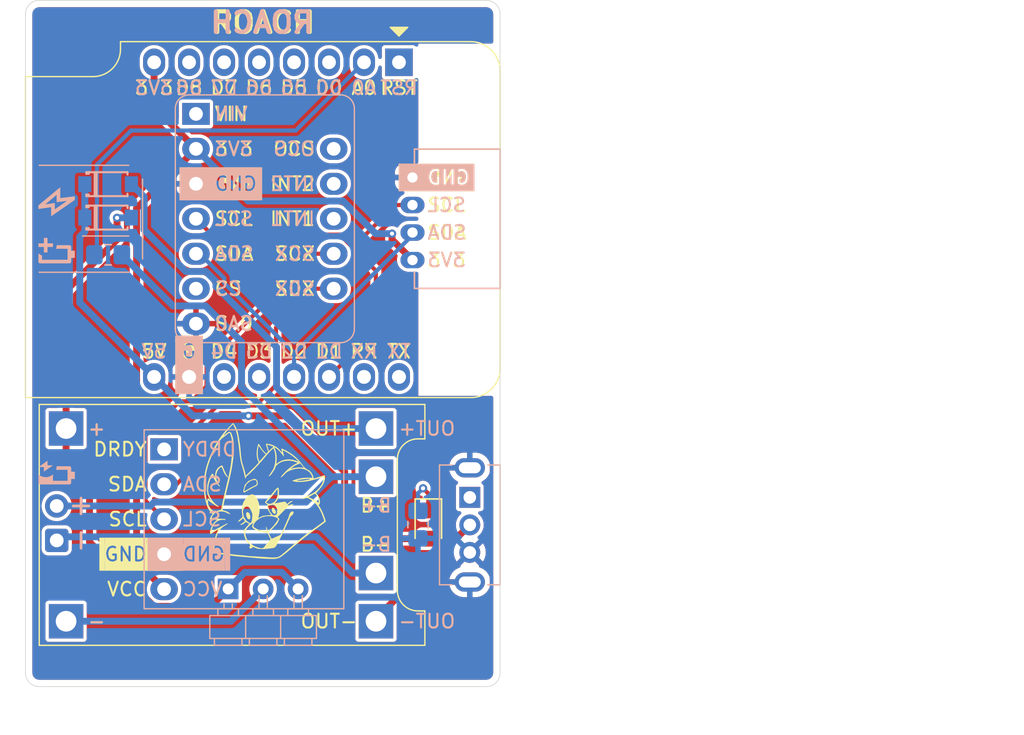
<source format=kicad_pcb>
(kicad_pcb (version 20240108) (generator "pcbnew") (generator_version "8.0")
  (layers (0 "F.Cu" signal) (31 "B.Cu" signal) (34 "B.Paste" user) (35 "F.Paste" user) (36 "B.SilkS" user "B.Silkscreen") (37 "F.SilkS" user "F.Silkscreen") (38 "B.Mask" user) (39 "F.Mask" user) (44 "Edge.Cuts" user))
  (net 0 "")
  (net 11 "GND")
  (net 13 "+5V")
  (net 14 "+3V3")
  (net 21 "/SDA")
  (net 22 "/VIN")
  (net 23 "/OUT+")
  (net 24 "/OUT-")
  (net 25 "/SCX")
  (net 26 "/SDX")
  (net 27 "/SCL")
  (net 28 "/Sense")
  (net 29 "/Batt+")
  (net 30 "/Batt-")
  (net 31 "/LED_PWR")
  (net 32 "/GIN")
  (footprint "custom:WEMOS_D1_mini_light_labeled_both_sides_1" (layer "F.Cu") (at 94.12 84.3 -90)
    (property "Reference" "U1" (hide yes))
    (property "Value" "WeMos_D1_mini")
  )
  (footprint "custom:TP4056_both_sides_1" (layer "F.Cu") (at 68.5 109.16)
    (property "Reference" "U2" (hide yes))
    (property "Value" "TP4056_Board")
  )
  (footprint "LED_SMD:LED_0805_2012Metric_Pad1.15x1.40mm_HandSolder" (layer "F.Cu") (at 96.75 117.8875 -90)
    (property "Reference" "D3" (hide yes))
    (property "Value" "D" (hide yes))
  )
  (footprint "custom:SW-TH_SK12D07VG4_custom" (layer "B.Cu") (at 99.76 117.91 -90)
    (property "Reference" "SW1" (hide yes))
    (property "Value" "SK12D07VG4")
  )
  (footprint "Resistor_SMD:R_0805_2012Metric_Pad1.20x1.40mm_HandSolder" (layer "B.Cu") (at 96 117.89 90)
    (property "Reference" "R3" (hide yes))
    (property "Value" "R" (hide yes))
  )
  (footprint "custom:BMI160_Board_both_sides_backward" (layer "B.Cu") (at 91.38 86.67 180)
    (property "Reference" "U3" (hide yes))
    (property "Value" "BMI160_Board")
  )
  (footprint "custom:GY-271_both_sides_backward" (layer "B.Cu") (at 90.615 111 180)
    (property "Reference" "U4" (hide yes))
    (property "Value" "GY-271")
  )
  (footprint "custom:SOD-123_L2.8-W1.8-LS3.7-RD_custom" (layer "B.Cu") (at 73.5 93.155)
    (property "Reference" "D2" (hide yes))
    (property "Value" "B5817W_C8597" (hide yes))
  )
  (footprint "custom:pogo_3_pin_right_angle" (layer "B.Cu") (at 82.2175 122.56 -90)
    (property "Reference" "J3" (hide yes))
    (property "Value" "Conn_01x03_Pin")
  )
  (footprint "custom:JST_PH_S4B-PH-K_1x04_P2.00mm_Horizontal_labelled_1" (layer "B.Cu") (at 95.6 92.67 -90)
    (property "Reference" "J1" (hide yes))
    (property "Value" "Conn_01x04_Pin")
  )
  (footprint "custom:battery_header_2.54mm" (layer "B.Cu") (at 69.77 116.5358 180)
    (property "Reference" "J2" (hide yes))
    (property "Value" "Conn_01x02_Pin")
  )
  (footprint "custom:SOD-123_L2.8-W1.8-LS3.7-RD_custom" (layer "B.Cu") (at 73.5 95.585)
    (property "Reference" "D1" (hide yes))
    (property "Value" "B5817W_C8597" (hide yes))
  )
  (footprint "Resistor_SMD:R_0805_2012Metric_Pad1.20x1.40mm_HandSolder" (layer "B.Cu") (at 73.5 98.285)
    (property "Reference" "R1" (hide yes))
    (property "Value" "R" (hide yes))
  )
  (gr_poly (pts (xy 85.919405 118.766657) (xy 85.923072 118.76697) (xy 85.926538 118.767536) (xy 85.929801 118.768349) (xy 85.932862 118.769401) (xy 85.935723 118.770684) (xy 85.938382 118.772192) (xy 85.940841 118.773917) (xy 85.943099 118.775851) (xy 85.945158 118.777988) (xy 85.947017 118.78032) (xy 85.948676 118.782839) (xy 85.950137 118.785538) (xy 85.9514 118.78841) (xy 85.952464 118.791447) (xy 85.953331 118.794643) (xy 85.954 118.797989) (xy 85.954472 118.801479) (xy 85.954747 118.805105) (xy 85.954827 118.808859) (xy 85.95471 118.812734) (xy 85.954397 118.816724) (xy 85.953889 118.82082) (xy 85.953187 118.825015) (xy 85.952289 118.829303) (xy 85.949912 118.838123) (xy 85.94815 118.843462) (xy 85.946187 118.84874) (xy 85.944044 118.853963) (xy 85.941742 118.859136) (xy 85.939299 118.864265) (xy 85.936736 118.869358) (xy 85.93133 118.879457) (xy 85.919948 118.89948) (xy 85.914292 118.909502) (xy 85.908871 118.919596) (xy 85.892676 118.947756) (xy 85.877411 118.973536) (xy 85.861919 118.999104) (xy 85.845048 119.026628) (xy 85.702456 118.854088) (xy 85.728626 118.842051) (xy 85.753704 118.830126) (xy 85.801431 118.807298) (xy 85.824506 118.796737) (xy 85.847339 118.786973) (xy 85.858731 118.782444) (xy 85.870142 118.778178) (xy 85.881599 118.774197) (xy 85.893128 118.770522) (xy 85.898018 118.769158) (xy 85.902703 118.768091) (xy 85.907184 118.767315) (xy 85.911461 118.766822) (xy 85.915534 118.766606)) (stroke (width -0.000001)) (fill solid) (layer "F.Cu"))
  (gr_poly (pts (xy 85.514896 112.220537) (xy 85.284108 112.424211) (xy 85.255657 112.457891) (xy 85.22883 112.490376) (xy 85.201652 112.523848) (xy 85.172149 112.560487) (xy 85.04517 112.076204)) (stroke (width -0.000001)) (fill solid) (layer "F.Cu"))
  (gr_poly (pts (xy 84.135385 114.651001) (xy 84.153139 114.652205) (xy 84.161469 114.653159) (xy 84.169448 114.654355) (xy 84.177085 114.655801) (xy 84.184391 114.657503) (xy 84.191375 114.659467) (xy 84.198047 114.6617) (xy 84.204416 114.664209) (xy 84.210494 114.666999) (xy 84.216289 114.670077) (xy 84.221812 114.673449) (xy 84.227072 114.677123) (xy 84.232079 114.681104) (xy 84.236843 114.685399) (xy 84.241374 114.690014) (xy 84.245681 114.694955) (xy 84.249775 114.70023) (xy 84.253665 114.705845) (xy 84.257362 114.711805) (xy 84.260874 114.718118) (xy 84.264213 114.72479) (xy 84.267387 114.731828) (xy 84.270407 114.739237) (xy 84.276022 114.755196) (xy 84.281138 114.772719) (xy 84.285833 114.791858) (xy 84.288189 114.802835) (xy 84.290239 114.813569) (xy 84.29198 114.824061) (xy 84.293413 114.834314) (xy 84.294535 114.844328) (xy 84.295345 114.854106) (xy 84.295841 114.863647) (xy 84.296024 114.872955) (xy 84.29589 114.88203) (xy 84.295439 114.890874) (xy 84.29467 114.899489) (xy 84.293581 114.907875) (xy 84.292171 114.916035) (xy 84.290438 114.923969) (xy 84.288381 114.93168) (xy 84.286 114.939168) (xy 84.283292 114.946436) (xy 84.280256 114.953484) (xy 84.276891 114.960314) (xy 84.273196 114.966928) (xy 84.269169 114.973327) (xy 84.264809 114.979512) (xy 84.260115 114.985485) (xy 84.255084 114.991248) (xy 84.249717 114.996801) (xy 84.244012 115.002147) (xy 84.237967 115.007287) (xy 84.231581 115.012222) (xy 84.224853 115.016953) (xy 84.217781 115.021483) (xy 84.210364 115.025813) (xy 84.202601 115.029944) (xy 84.122384 115.070104) (xy 84.041807 115.10956) (xy 83.880375 115.187926) (xy 83.764597 115.25349) (xy 83.652502 115.318417) (xy 83.434449 115.4472) (xy 83.429993 115.447549) (xy 83.425612 115.447773) (xy 83.421336 115.447884) (xy 83.417193 115.447895) (xy 83.413213 115.447816) (xy 83.409426 115.447662) (xy 83.405862 115.447445) (xy 83.402549 115.447176) (xy 83.399518 115.446869) (xy 83.396798 115.446536) (xy 83.394419 115.446189) (xy 83.39241 115.44584) (xy 83.3908 115.445503) (xy 83.38962 115.445189) (xy 83.388899 115.444911) (xy 83.388719 115.444789) (xy 83.388665 115.444681) (xy 83.394377 115.400319) (xy 83.40112 115.356446) (xy 83.409038 115.313133) (xy 83.418276 115.270449) (xy 83.428976 115.228466) (xy 83.441283 115.187255) (xy 83.45534 115.146886) (xy 83.471292 115.10743) (xy 83.489281 115.068959) (xy 83.509452 115.031542) (xy 83.531949 114.995251) (xy 83.556916 114.960157) (xy 83.584495 114.926329) (xy 83.59931 114.909913) (xy 83.614832 114.89384) (xy 83.631079 114.87812) (xy 83.648069 114.86276) (xy 83.66582 114.847771) (xy 83.684351 114.83316) (xy 83.695841 114.825212) (xy 83.706361 114.81768) (xy 83.716048 114.810502) (xy 83.725041 114.803622) (xy 83.733478 114.796978) (xy 83.741498 114.790511) (xy 83.756841 114.777875) (xy 83.778053 114.762492) (xy 83.799374 114.748115) (xy 83.820815 114.734742) (xy 83.842389 114.722368) (xy 83.864108 114.710991) (xy 83.885984 114.700608) (xy 83.908031 114.691214) (xy 83.930259 114.682808) (xy 83.952681 114.675385) (xy 83.97531 114.668942) (xy 83.998157 114.663477) (xy 84.021236 114.658985) (xy 84.044558 114.655464) (xy 84.068136 114.652911) (xy 84.091982 114.651321) (xy 84.116108 114.650693)) (stroke (width -0.000001)) (fill solid) (layer "F.Cu") (net 11))
  (gr_poly (pts (xy 89.695974 113.989036) (xy 89.677221 114.338624) (xy 89.665839 114.564175) (xy 89.660699 115.338384) (xy 89.689491 117.643062) (xy 89.710533 119.934801) (xy 89.695703 120.692836) (xy 89.678024 120.907873) (xy 89.652005 120.988058) (xy 80.273537 120.549022) (xy 80.040104 115.009345) (xy 80.438475 115.009345) (xy 80.441276 115.202484) (xy 80.452401 115.396551) (xy 80.472058 115.59156) (xy 80.500459 115.787522) (xy 80.537811 115.984452) (xy 80.572728 116.141622) (xy 80.591747 116.219642) (xy 80.612213 116.297072) (xy 80.634433 116.373752) (xy 80.658713 116.449522) (xy 80.685358 116.524221) (xy 80.714673 116.597691) (xy 80.746966 116.66977) (xy 80.78254 116.740298) (xy 80.821703 116.809116) (xy 80.864761 116.876063) (xy 80.912018 116.94098) (xy 80.96378 117.003706) (xy 81.020354 117.064081) (xy 81.082046 117.121945) (xy 81.048676 117.16594) (xy 81.016741 117.210869) (xy 81.001454 117.233783) (xy 80.986698 117.257047) (xy 80.972529 117.280701) (xy 80.959005 117.304783) (xy 80.946182 117.329334) (xy 80.934118 117.354392) (xy 80.92287 117.379996) (xy 80.912496 117.406184) (xy 80.903051 117.432997) (xy 80.894595 117.460473) (xy 80.887182 117.488651) (xy 80.880872 117.51757) (xy 81.420495 117.545258) (xy 81.365728 117.584205) (xy 81.314913 117.625005) (xy 81.267867 117.66758) (xy 81.224405 117.711852) (xy 81.184341 117.757743) (xy 81.147491 117.805174) (xy 81.113669 117.854068) (xy 81.082691 117.904347) (xy 81.054373 117.955932) (xy 81.028528 118.008745) (xy 81.004973 118.062708) (xy 80.983521 118.117743) (xy 80.96399 118.173773) (xy 80.946192 118.230718) (xy 80.929945 118.288501) (xy 80.915062 118.347043) (xy 80.912806 118.35697) (xy 80.910817 118.366984) (xy 80.909081 118.377076) (xy 80.907587 118.387236) (xy 80.905272 118.407725) (xy 80.903771 118.428375) (xy 80.902985 118.449111) (xy 80.902813 118.469858) (xy 80.903155 118.490541) (xy 80.903912 118.511083) (xy 80.904064 118.513177) (xy 80.904326 118.515304) (xy 80.904695 118.51746) (xy 80.905166 118.51964) (xy 80.905737 118.521839) (xy 80.906403 118.524054) (xy 80.907161 118.526281) (xy 80.908008 118.528513) (xy 80.909949 118.532982) (xy 80.9122 118.537426) (xy 80.914728 118.54181) (xy 80.917506 118.546101) (xy 80.920504 118.550262) (xy 80.923692 118.554259) (xy 80.92704 118.558059) (xy 80.93052 118.561625) (xy 80.934101 118.564924) (xy 80.937754 118.56792) (xy 80.941449 118.57058) (xy 80.943304 118.571773) (xy 80.945158 118.572868) (xy 80.9462 118.57334) (xy 80.947343 118.573646) (xy 80.948583 118.573794) (xy 80.949914 118.573791) (xy 80.95133 118.573644) (xy 80.952828 118.573362) (xy 80.954401 118.572951) (xy 80.956046 118.572419) (xy 80.959527 118.571022) (xy 80.963231 118.569231) (xy 80.967116 118.567105) (xy 80.971143 118.564705) (xy 80.97527 118.56209) (xy 80.979458 118.559319) (xy 80.987851 118.553553) (xy 80.995997 118.547884) (xy 81.003573 118.54279) (xy 81.21866 118.402895) (xy 81.326373 118.333225) (xy 81.434552 118.264292) (xy 81.435973 118.263466) (xy 81.437456 118.262737) (xy 81.438998 118.262101) (xy 81.440597 118.261553) (xy 81.443955 118.260703) (xy 81.447508 118.26015) (xy 81.451238 118.259856) (xy 81.455122 118.259783) (xy 81.459141 118.259896) (xy 81.463274 118.260155) (xy 81.471799 118.260965) (xy 81.480532 118.261914) (xy 81.48931 118.262703) (xy 81.493664 118.262944) (xy 81.497968 118.263033) (xy 81.491021 118.275937) (xy 81.484065 118.288528) (xy 81.47042 118.313076) (xy 81.46388 118.325182) (xy 81.457627 118.337276) (xy 81.451734 118.349434) (xy 81.446276 118.36173) (xy 81.402187 118.467804) (xy 81.359566 118.574375) (xy 81.319161 118.681646) (xy 81.281719 118.789825) (xy 81.247985 118.899117) (xy 81.232742 118.954245) (xy 81.218706 119.009728) (xy 81.205971 119.065592) (xy 81.19463 119.121863) (xy 81.184775 119.178566) (xy 81.176502 119.235728) (xy 81.157313 119.395881) (xy 81.140673 119.55637) (xy 81.111568 119.877791) (xy 81.110844 119.890055) (xy 81.110899 119.901641) (xy 81.11123 119.907173) (xy 81.111769 119.912529) (xy 81.112521 119.917706) (xy 81.113491 119.922702) (xy 81.114682 119.927515) (xy 81.116101 119.932143) (xy 81.11775 119.936583) (xy 81.119634 119.940834) (xy 81.121759 119.944892) (xy 81.124129 119.948757) (xy 81.126748 119.952425) (xy 81.129621 119.955895) (xy 81.132752 119.959164) (xy 81.136146 119.96223) (xy 81.139808 119.965091) (xy 81.143741 119.967745) (xy 81.147952 119.970189) (xy 81.152443 119.972421) (xy 81.15722 119.97444) (xy 81.162288 119.976243) (xy 81.16765 119.977827) (xy 81.173311 119.97919) (xy 81.179277 119.980331) (xy 81.18555 119.981248) (xy 81.192137 119.981937) (xy 81.199042 119.982396) (xy 81.206268 119.982624) (xy 81.213821 119.982619) (xy 81.229748 119.982613) (xy 81.245682 119.98308) (xy 81.261625 119.983973) (xy 81.277573 119.985246) (xy 81.309486 119.988751) (xy 81.341414 119.993225) (xy 81.405285 120.003615) (xy 81.437215 120.008794) (xy 81.469131 120.013473) (xy 82.112142 120.102461) (xy 82.433798 120.145693) (xy 82.755847 120.185587) (xy 82.872626 120.19834) (xy 82.989573 120.209623) (xy 83.223815 120.229186) (xy 83.692575 120.266172) (xy 84.174233 120.31152) (xy 84.415087 120.333701) (xy 84.65614 120.353146) (xy 84.842957 120.364796) (xy 85.030008 120.373327) (xy 85.217181 120.379693) (xy 85.404363 120.384853) (xy 85.451906 120.385525) (xy 85.499166 120.384986) (xy 85.546108 120.383128) (xy 85.592696 120.379846) (xy 85.638895 120.375034) (xy 85.684669 120.368586) (xy 85.729982 120.360395) (xy 85.774801 120.350356) (xy 85.819088 120.338362) (xy 85.862808 120.324308) (xy 85.905927 120.308087) (xy 85.948408 120.289594) (xy 85.990216 120.268722) (xy 86.031315 120.245366) (xy 86.071671 120.219418) (xy 86.111247 120.190774) (xy 86.208388 120.116172) (xy 86.305156 120.041062) (xy 86.401154 119.964998) (xy 86.448739 119.926468) (xy 86.495981 119.887532) (xy 86.805227 119.627176) (xy 87.113429 119.36552) (xy 87.423394 119.106124) (xy 87.579916 118.978387) (xy 87.737932 118.852551) (xy 88.110705 118.56534) (xy 88.487491 118.283246) (xy 89.245287 117.724539) (xy 89.25521 117.716857) (xy 89.264087 117.709249) (xy 89.27194 117.701664) (xy 89.278789 117.694051) (xy 89.281844 117.690218) (xy 89.284657 117.686359) (xy 89.287229 117.682467) (xy 89.289564 117.678536) (xy 89.291664 117.67456) (xy 89.293531 117.670531) (xy 89.29517 117.666445) (xy 89.296581 117.662293) (xy 89.297768 117.658071) (xy 89.298734 117.653771) (xy 89.29948 117.649387) (xy 89.300011 117.644913) (xy 89.300328 117.640341) (xy 89.300434 117.635667) (xy 89.300023 117.625983) (xy 89.298801 117.615809) (xy 89.296789 117.605095) (xy 89.294008 117.593788) (xy 89.290478 117.581837) (xy 89.242747 117.435464) (xy 89.192156 117.290451) (xy 89.137778 117.147209) (xy 89.078683 117.006151) (xy 89.047078 116.93657) (xy 89.013946 116.86769) (xy 88.979171 116.799562) (xy 88.942638 116.732238) (xy 88.90423 116.66577) (xy 88.863832 116.600208) (xy 88.821327 116.535605) (xy 88.776599 116.472013) (xy 88.795908 116.461614) (xy 88.813158 116.448575) (xy 88.828395 116.433054) (xy 88.841666 116.415209) (xy 88.853016 116.395198) (xy 88.862491 116.373179) (xy 88.870138 116.349311) (xy 88.876001 116.323751) (xy 88.880129 116.296659) (xy 88.882565 116.268192) (xy 88.883357 116.238508) (xy 88.88255 116.207766) (xy 88.876325 116.14374) (xy 88.864256 116.07738) (xy 88.846713 116.009951) (xy 88.824062 115.942719) (xy 88.796673 115.87695) (xy 88.764913 115.81391) (xy 88.72915 115.754864) (xy 88.709882 115.727234) (xy 88.689751 115.701078) (xy 88.668804 115.676553) (xy 88.647086 115.653818) (xy 88.624643 115.633031) (xy 88.601522 115.61435) (xy 88.770712 115.42059) (xy 88.856025 115.321319) (xy 88.898128 115.270871) (xy 88.939583 115.2198) (xy 88.973773 115.175765) (xy 89.006428 115.13108) (xy 89.037457 115.085715) (xy 89.066773 115.039642) (xy 89.094285 114.99283) (xy 89.119904 114.945249) (xy 89.14354 114.89687) (xy 89.165104 114.847664) (xy 89.184506 114.7976) (xy 89.201658 114.746649) (xy 89.216469 114.69478) (xy 89.22885 114.641965) (xy 89.238712 114.588174) (xy 89.245966 114.533377) (xy 89.250521 114.477544) (xy 89.252288 114.420645) (xy 89.252252 114.399992) (xy 89.251796 114.381806) (xy 89.250798 114.365986) (xy 89.250056 114.358932) (xy 89.249133 114.352433) (xy 89.248012 114.346475) (xy 89.246678 114.341046) (xy 89.245116 114.336134) (xy 89.24331 114.331726) (xy 89.241244 114.32781) (xy 89.238904 114.324373) (xy 89.236273 114.321403) (xy 89.233337 114.318887) (xy 89.23008 114.316813) (xy 89.226486 114.315169) (xy 89.22254 114.313941) (xy 89.218227 114.313117) (xy 89.213531 114.312685) (xy 89.208436 114.312633) (xy 89.202928 114.312948) (xy 89.19699 114.313617) (xy 89.190608 114.314627) (xy 89.183765 114.315967) (xy 89.168637 114.319586) (xy 89.151484 114.324373) (xy 89.132181 114.330227) (xy 88.441613 114.542068) (xy 88.440266 114.540009) (xy 88.438982 114.538098) (xy 88.436607 114.53467) (xy 88.432644 114.529087) (xy 88.43182 114.527891) (xy 88.431064 114.526753) (xy 88.430376 114.525661) (xy 88.429757 114.524605) (xy 88.429208 114.523573) (xy 88.428728 114.522553) (xy 88.428319 114.521536) (xy 88.427981 114.520509) (xy 88.422984 114.502809) (xy 88.418216 114.485042) (xy 88.408868 114.449464) (xy 88.396582 114.406282) (xy 88.382934 114.363871) (xy 88.367858 114.322332) (xy 88.351291 114.281766) (xy 88.333168 114.242275) (xy 88.313422 114.20396) (xy 88.291991 114.166922) (xy 88.268809 114.131262) (xy 88.243811 114.097082) (xy 88.216932 114.064483) (xy 88.188108 114.033567) (xy 88.172946 114.018771) (xy 88.157274 114.004434) (xy 88.141083 113.990568) (xy 88.124365 113.977186) (xy 88.107112 113.964301) (xy 88.089316 113.951925) (xy 88.070969 113.940071) (xy 88.052063 113.928751) (xy 88.03259 113.917979) (xy 88.012541 113.907766) (xy 87.97862 113.890392) (xy 87.946157 113.872127) (xy 87.915058 113.85297) (xy 87.885231 113.83292) (xy 87.85658 113.811976) (xy 87.829013 113.790137) (xy 87.802436 113.767403) (xy 87.776755 113.743771) (xy 87.751876 113.719242) (xy 87.727706 113.693814) (xy 87.70415 113.667486) (xy 87.681117 113.640257) (xy 87.658511 113.612125) (xy 87.636239 113.583092) (xy 87.614207 113.553154) (xy 87.592322 113.522311) (xy 87.522218 113.425892) (xy 87.449055 113.333044) (xy 87.372904 113.243709) (xy 87.293835 113.157827) (xy 87.211919 113.075338) (xy 87.127228 112.996185) (xy 87.039831 112.920308) (xy 86.949799 112.847648) (xy 86.857205 112.778146) (xy 86.762117 112.711742) (xy 86.664608 112.648379) (xy 86.564748 112.587996) (xy 86.462608 112.530535) (xy 86.358258 112.475937) (xy 86.25177 112.424143) (xy 86.143215 112.375093) (xy 86.139895 112.3738) (xy 86.136472 112.372744) (xy 86.132957 112.371901) (xy 86.129359 112.371247) (xy 86.125688 112.370759) (xy 86.121957 112.370413) (xy 86.118174 112.370184) (xy 86.11435 112.370049) (xy 86.106622 112.369964) (xy 86.098855 112.369965) (xy 86.091134 112.369862) (xy 86.087316 112.369712) (xy 86.083541 112.369463) (xy 86.083405 112.377873) (xy 86.083052 112.38633) (xy 86.082272 112.403259) (xy 86.082132 112.411669) (xy 86.082189 112.415846) (xy 86.082353 112.420001) (xy 86.082643 112.424127) (xy 86.083076 112.428223) (xy 86.083672 112.432283) (xy 86.084448 112.436305) (xy 86.095664 112.485358) (xy 86.107671 112.534234) (xy 86.13238 112.631829) (xy 86.125851 112.630129) (xy 86.119725 112.628275) (xy 86.11398 112.626272) (xy 86.108596 112.624127) (xy 86.103554 112.621844) (xy 86.098832 112.61943) (xy 86.09441 112.616889) (xy 86.090268 112.614228) (xy 86.086385 112.611451) (xy 86.082741 112.608564) (xy 86.079315 112.605574) (xy 86.076086 112.602484) (xy 86.073035 112.599302) (xy 86.070141 112.596032) (xy 86.067383 112.592679) (xy 86.064742 112.58925) (xy 86.015928 112.527088) (xy 85.965112 112.468479) (xy 85.912302 112.41341) (xy 85.857504 112.361867) (xy 85.800722 112.313837) (xy 85.741965 112.269307) (xy 85.681237 112.228264) (xy 85.618545 112.190695) (xy 85.553895 112.156588) (xy 85.487293 112.125928) (xy 85.418746 112.098703) (xy 85.348259 112.074899) (xy 85.275839 112.054504) (xy 85.201492 112.037505) (xy 85.125223 112.023888) (xy 85.04704 112.013641) (xy 85.031916 112.012194) (xy 85.018436 112.011357) (xy 85.00655 112.011201) (xy 85.001188 112.011401) (xy 84.996206 112.011797) (xy 84.991595 112.012398) (xy 84.987352 112.013212) (xy 84.983468 112.01425) (xy 84.979937 112.015519) (xy 84.976754 112.017028) (xy 84.973911 112.018786) (xy 84.971402 112.020802) (xy 84.969221 112.023084) (xy 84.967361 112.025641) (xy 84.965816 112.028483) (xy 84.96458 112.031617) (xy 84.963646 112.035052) (xy 84.963007 112.038797) (xy 84.962658 112.042861) (xy 84.962591 112.047253) (xy 84.962801 112.051982) (xy 84.963281 112.057055) (xy 84.964024 112.062482) (xy 84.966277 112.074433) (xy 84.969506 112.087905) (xy 84.973661 112.102967) (xy 84.986023 112.147088) (xy 84.997884 112.19143) (xy 85.021603 112.280133) (xy 85.034212 112.324171) (xy 85.047822 112.367786) (xy 85.062807 112.410818) (xy 85.070934 112.432064) (xy 85.079545 112.453103) (xy 85.084181 112.464556) (xy 85.08828 112.475753) (xy 85.091846 112.4867) (xy 85.094885 112.497404) (xy 85.097402 112.507872) (xy 85.099403 112.518111) (xy 85.100894 112.528126) (xy 85.101878 112.537925) (xy 85.102362 112.547514) (xy 85.102351 112.5569) (xy 85.101851 112.566089) (xy 85.100866 112.575089) (xy 85.099402 112.583905) (xy 85.097465 112.592544) (xy 85.095059 112.601014) (xy 85.09219 112.609319) (xy 85.088864 112.617468) (xy 85.085085 112.625467) (xy 85.080859 112.633322) (xy 85.076192 112.64104) (xy 85.071088 112.648628) (xy 85.065554 112.656092) (xy 85.059594 112.663438) (xy 85.053214 112.670675) (xy 85.046418 112.677807) (xy 85.039213 112.684842) (xy 85.031604 112.691786) (xy 85.023596 112.698646) (xy 85.006405 112.71214) (xy 84.987682 112.725378) (xy 84.95633 112.701551) (xy 84.940285 112.689191) (xy 84.932284 112.682871) (xy 84.92434 112.676446) (xy 84.888673 112.64583) (xy 84.854686 112.613976) (xy 84.82226 112.580972) (xy 84.791278 112.546904) (xy 84.761622 112.511859) (xy 84.733175 112.475922) (xy 84.705817 112.439181) (xy 84.679432 112.401722) (xy 84.653902 112.363631) (xy 84.629108 112.324995) (xy 84.581258 112.246434) (xy 84.489212 112.086576) (xy 84.486499 112.08201) (xy 84.483636 112.077531) (xy 84.480637 112.073129) (xy 84.477518 112.068797) (xy 84.474294 112.064524) (xy 84.470979 112.060303) (xy 84.464142 112.051981) (xy 84.450053 112.035572) (xy 84.443046 112.027346) (xy 84.436224 112.019012) (xy 84.432185 112.023491) (xy 84.427918 112.027914) (xy 84.42348 112.032296) (xy 84.418927 112.036649) (xy 84.409701 112.045326) (xy 84.400692 112.054053) (xy 84.396409 112.05847) (xy 84.392349 112.062941) (xy 84.388569 112.067478) (xy 84.385124 112.072097) (xy 84.383545 112.07444) (xy 84.382071 112.07681) (xy 84.380709 112.079206) (xy 84.379466 112.08163) (xy 84.37835 112.084086) (xy 84.377366 112.086573) (xy 84.376523 112.089094) (xy 84.375827 112.091651) (xy 84.355264 112.178733) (xy 84.345453 112.222425) (xy 84.336128 112.266219) (xy 84.327417 112.310117) (xy 84.31945 112.354121) (xy 84.312356 112.398233) (xy 84.306263 112.442454) (xy 84.294205 112.553249) (xy 84.289792 112.608514) (xy 84.286667 112.66366) (xy 84.284987 112.718661) (xy 84.284912 112.773495) (xy 84.286598 112.828136) (xy 84.290203 112.882562) (xy 84.295886 112.936748) (xy 84.303804 112.99067) (xy 84.314115 113.044304) (xy 84.326977 113.097627) (xy 84.342547 113.150614) (xy 84.360985 113.203241) (xy 84.382446 113.255485) (xy 84.407091 113.307321) (xy 84.41141 113.316353) (xy 84.415 113.32507) (xy 84.416521 113.329319) (xy 84.41786 113.3335) (xy 84.419016 113.337615) (xy 84.41999 113.341669) (xy 84.42078 113.345665) (xy 84.421389 113.349607) (xy 84.421814 113.353497) (xy 84.422057 113.35734) (xy 84.422117 113.361139) (xy 84.421995 113.364896) (xy 84.421689 113.368617) (xy 84.421201 113.372304) (xy 84.42053 113.37596) (xy 84.419677 113.37959) (xy 84.41864 113.383196) (xy 84.41742 113.386782) (xy 84.416018 113.390352) (xy 84.414433 113.393909) (xy 84.412665 113.397456) (xy 84.410713 113.400997) (xy 84.408579 113.404535) (xy 84.406262 113.408075) (xy 84.401078 113.41517) (xy 84.395162 113.422309) (xy 84.388514 113.429522) (xy 84.361481 113.458086) (xy 84.334921 113.487112) (xy 84.282505 113.545844) (xy 84.256291 113.575195) (xy 84.229833 113.604301) (xy 84.202952 113.632985) (xy 84.175469 113.661069) (xy 83.839286 113.992742) (xy 83.49431 114.330652) (xy 83.475726 114.237458) (xy 83.458916 114.15067) (xy 83.450523 114.109139) (xy 83.441788 114.068565) (xy 83.432449 114.028732) (xy 83.422245 113.989425) (xy 83.392639 113.885918) (xy 83.361348 113.782749) (xy 83.297588 113.576704) (xy 83.267056 113.473468) (xy 83.238715 113.36985) (xy 83.213531 113.265669) (xy 83.202427 113.213312) (xy 83.192476 113.160747) (xy 83.17341 113.039247) (xy 83.15839 112.917053) (xy 83.1463 112.794345) (xy 83.136024 112.671306) (xy 83.116451 112.424963) (xy 83.104921 112.302021) (xy 83.090741 112.179476) (xy 83.057863 111.943114) (xy 83.020633 111.707267) (xy 82.978974 111.472167) (xy 82.932814 111.238044) (xy 82.921409 111.187914) (xy 82.908204 111.138487) (xy 82.893295 111.089727) (xy 82.876777 111.041601) (xy 82.858745 110.994075) (xy 82.839294 110.947113) (xy 82.818519 110.900683) (xy 82.796517 110.854748) (xy 82.773381 110.809276) (xy 82.749207 110.764232) (xy 82.698126 110.675289) (xy 82.644035 110.587645) (xy 82.587697 110.501026) (xy 82.585767 110.501038) (xy 82.584684 110.501066) (xy 82.583546 110.50112) (xy 82.582371 110.50121) (xy 82.581176 110.501344) (xy 82.57998 110.501532) (xy 82.5788 110.501781) (xy 82.577654 110.502101) (xy 82.577099 110.50229) (xy 82.57656 110.5025) (xy 82.576038 110.502732) (xy 82.575535 110.502988) (xy 82.575055 110.503268) (xy 82.574599 110.503573) (xy 82.574169 110.503905) (xy 82.573767 110.504265) (xy 82.573397 110.504653) (xy 82.573059 110.505071) (xy 82.572757 110.50552) (xy 82.572492 110.506001) (xy 82.572267 110.506515) (xy 82.572083 110.507064) (xy 82.490238 110.592744) (xy 82.407712 110.677252) (xy 82.242737 110.844847) (xy 82.161344 110.928981) (xy 82.081387 111.014039) (xy 82.003393 111.100543) (xy 81.927892 111.189019) (xy 81.84733 111.288829) (xy 81.769257 111.390196) (xy 81.6936 111.493067) (xy 81.620288 111.597387) (xy 81.549248 111.703103) (xy 81.480409 111.810159) (xy 81.349044 112.028078) (xy 81.225619 112.250709) (xy 81.109558 112.477618) (xy 81.000285 112.708371) (xy 80.897226 112.942535) (xy 80.822269 113.126286) (xy 80.753335 113.310827) (xy 80.690633 113.496171) (xy 80.634372 113.682331) (xy 80.584762 113.869319) (xy 80.542011 114.057148) (xy 80.50633 114.24583) (xy 80.477926 114.435379) (xy 80.45701 114.625806) (xy 80.44379 114.817124) (xy 80.438475 115.009345) (xy 80.040104 115.009345) (xy 81.640104 109.839036)) (stroke (width -0.000001)) (fill solid) (layer "F.Cu") (net 11))
  (gr_poly (pts (xy 85.627037 112.301137) (xy 85.682948 112.336165) (xy 85.709905 112.354045) (xy 85.7362 112.372227) (xy 85.761837 112.390753) (xy 85.786819 112.409665) (xy 85.811151 112.429006) (xy 85.834836 112.448819) (xy 85.857876 112.469146) (xy 85.880276 112.490031) (xy 85.902039 112.511514) (xy 85.923169 112.53364) (xy 85.943669 112.556451) (xy 85.963543 112.579989) (xy 86.11565 112.768474) (xy 86.155143 112.815702) (xy 86.195978 112.862704) (xy 86.238529 112.909348) (xy 86.260567 112.932494) (xy 86.283175 112.955499) (xy 86.178903 112.487459) (xy 86.342621 112.568568) (xy 86.422474 112.610881) (xy 86.501007 112.654512) (xy 86.578232 112.69957) (xy 86.654162 112.746164) (xy 86.728808 112.794404) (xy 86.802185 112.844397) (xy 86.874303 112.896255) (xy 86.945176 112.950085) (xy 87.014815 113.005997) (xy 87.083235 113.064099) (xy 87.150446 113.124502) (xy 87.216461 113.187313) (xy 87.281294 113.252643) (xy 87.344956 113.320601) (xy 86.674873 113.220885) (xy 86.675383 113.219989) (xy 86.67313 113.219456) (xy 86.661057 113.219388) (xy 86.611684 113.222633) (xy 86.452373 113.237748) (xy 86.21426 113.263279) (xy 85.714475 113.477342) (xy 85.710734 113.46397) (xy 85.72559 113.346802) (xy 85.736049 113.230263) (xy 85.739409 113.172226) (xy 85.741405 113.114343) (xy 85.741951 113.056611) (xy 85.740957 112.99903) (xy 85.738336 112.941598) (xy 85.734 112.884314) (xy 85.727861 112.827176) (xy 85.719831 112.770183) (xy 85.709822 112.713334) (xy 85.697746 112.656626) (xy 85.683515 112.60006) (xy 85.667042 112.543633) (xy 85.656795 112.511855) (xy 85.645947 112.479933) (xy 85.622463 112.41433) (xy 85.568438 112.266802)) (stroke (width -0.000001)) (fill solid) (layer "F.Cu") (net 11))
  (gr_poly (pts (xy 87.351187 113.323779) (xy 87.353137 113.325984) (xy 87.354947 113.327988) (xy 87.356628 113.329806) (xy 87.35819 113.331452) (xy 87.359641 113.33294) (xy 87.360993 113.334286) (xy 87.362256 113.335503) (xy 87.363438 113.336605) (xy 87.36455 113.337608) (xy 87.365603 113.338524) (xy 87.366605 113.33937) (xy 87.368499 113.340904) (xy 87.370312 113.342325) (xy 87.37168 113.344594) (xy 87.372995 113.346664) (xy 87.374259 113.348549) (xy 87.375476 113.350263) (xy 87.376651 113.351818) (xy 87.377786 113.353228) (xy 87.378886 113.354506) (xy 87.379953 113.355665) (xy 87.380991 113.356719) (xy 87.382005 113.35768) (xy 87.382996 113.358563) (xy 87.38397 113.35938) (xy 87.38493 113.360144) (xy 87.385879 113.360869) (xy 87.387759 113.362254) (xy 87.38902 113.364517) (xy 87.390247 113.366572) (xy 87.391444 113.368434) (xy 87.392613 113.370115) (xy 87.393755 113.37163) (xy 87.394873 113.372992) (xy 87.395969 113.374216) (xy 87.397045 113.375316) (xy 87.398103 113.376304) (xy 87.399147 113.377196) (xy 87.400177 113.378005) (xy 87.401196 113.378745) (xy 87.402206 113.37943) (xy 87.40321 113.380074) (xy 87.405206 113.381293) (xy 87.477704 113.472953) (xy 87.549594 113.561945) (xy 87.692371 113.735486) (xy 87.680703 113.759433) (xy 87.622018 113.75047) (xy 87.563543 113.743566) (xy 87.505268 113.738683) (xy 87.447188 113.735781) (xy 87.389295 113.734824) (xy 87.331581 113.735774) (xy 87.274039 113.738591) (xy 87.216662 113.743239) (xy 87.159441 113.749679) (xy 87.10237 113.757873) (xy 87.04544 113.767783) (xy 86.988645 113.779371) (xy 86.931978 113.792598) (xy 86.87543 113.807428) (xy 86.818994 113.823821) (xy 86.762663 113.84174) (xy 86.826833 113.78478) (xy 86.892115 113.730004) (xy 86.925333 113.703691) (xy 86.959023 113.678231) (xy 86.993248 113.653728) (xy 87.028073 113.630283) (xy 87.063561 113.607999) (xy 87.099778 113.586979) (xy 87.136788 113.567325) (xy 87.174654 113.549141) (xy 87.213442 113.532527) (xy 87.253215 113.517588) (xy 87.294038 113.504425) (xy 87.335975 113.493141) (xy 87.354451 113.488464) (xy 87.363122 113.485971) (xy 87.371319 113.483268) (xy 87.378967 113.480274) (xy 87.382563 113.478642) (xy 87.385995 113.476908) (xy 87.389253 113.47506) (xy 87.392328 113.473089) (xy 87.395212 113.470985) (xy 87.397894 113.468737) (xy 87.400367 113.466336) (xy 87.402621 113.463771) (xy 87.404646 113.461033) (xy 87.406434 113.45811) (xy 87.407976 113.454994) (xy 87.409262 113.451674) (xy 87.410283 113.44814) (xy 87.411031 113.444382) (xy 87.411495 113.440389) (xy 87.411668 113.436153) (xy 87.411539 113.431662) (xy 87.4111 113.426906) (xy 87.410341 113.421876) (xy 87.409254 113.416561) (xy 87.407829 113.410951) (xy 87.406057 113.405037) (xy 87.405673 113.403429) (xy 87.405276 113.40191) (xy 87.404864 113.400476) (xy 87.40444 113.399125) (xy 87.404002 113.397853) (xy 87.403553 113.396659) (xy 87.403092 113.395539) (xy 87.40262 113.39449) (xy 87.402137 113.393509) (xy 87.401643 113.392594) (xy 87.40114 113.391742) (xy 87.400627 113.39095) (xy 87.400105 113.390214) (xy 87.399575 113.389533) (xy 87.399036 113.388903) (xy 87.39849 113.388322) (xy 87.397936 113.387786) (xy 87.397376 113.387293) (xy 87.396809 113.386839) (xy 87.396237 113.386423) (xy 87.395659 113.386041) (xy 87.395076 113.38569) (xy 87.393897 113.385071) (xy 87.392704 113.384543) (xy 87.3915 113.384082) (xy 87.389074 113.383275) (xy 87.388474 113.382136) (xy 87.387873 113.381061) (xy 87.387272 113.380048) (xy 87.386672 113.379095) (xy 87.386072 113.378201) (xy 87.385471 113.377362) (xy 87.384871 113.376577) (xy 87.384271 113.375844) (xy 87.383671 113.37516) (xy 87.383071 113.374525) (xy 87.382471 113.373935) (xy 87.381872 113.373388) (xy 87.381272 113.372883) (xy 87.380672 113.372417) (xy 87.380073 113.371989) (xy 87.379473 113.371595) (xy 87.378874 113.371235) (xy 87.378274 113.370906) (xy 87.377076 113.370333) (xy 87.375877 113.369859) (xy 87.374679 113.369469) (xy 87.373481 113.369144) (xy 87.372282 113.368869) (xy 87.369886 113.368403) (xy 87.36767 113.366648) (xy 87.365613 113.365042) (xy 87.36194 113.362228) (xy 87.3561 113.357841) (xy 87.353786 113.35607) (xy 87.352748 113.355247) (xy 87.351777 113.354448) (xy 87.350865 113.353662) (xy 87.350001 113.352875) (xy 87.349177 113.352076) (xy 87.348384 113.351253) (xy 87.344726 113.3467) (xy 87.341542 113.342687) (xy 87.338764 113.339135) (xy 87.336324 113.335968) (xy 87.332186 113.330479) (xy 87.328585 113.325601) (xy 87.349088 113.32136)) (stroke (width -0.000001)) (fill solid) (layer "F.Cu") (net 11))
  (gr_poly (pts (xy 85.80984 119.095119) (xy 85.694714 119.293662) (xy 85.685389 119.311301) (xy 85.676595 119.329083) (xy 85.659783 119.364415) (xy 85.651358 119.381635) (xy 85.64265 119.398339) (xy 85.633454 119.41436) (xy 85.623568 119.429535) (xy 85.618303 119.436753) (xy 85.612789 119.443698) (xy 85.607 119.450348) (xy 85.600911 119.456684) (xy 85.594497 119.462684) (xy 85.587733 119.468328) (xy 85.580592 119.473596) (xy 85.57305 119.478466) (xy 85.565081 119.482918) (xy 85.55666 119.486932) (xy 85.547761 119.490487) (xy 85.538358 119.493562) (xy 85.528427 119.496136) (xy 85.517942 119.49819) (xy 85.506877 119.499701) (xy 85.495208 119.500651) (xy 85.473501 119.50546) (xy 85.453016 119.510347) (xy 85.433673 119.515271) (xy 85.415397 119.52019) (xy 85.398108 119.525064) (xy 85.38173 119.529852) (xy 85.351393 119.539007) (xy 85.207024 119.312682) (xy 85.198462 119.305814) (xy 85.190818 119.299118) (xy 85.187346 119.295826) (xy 85.184111 119.292567) (xy 85.181114 119.289339) (xy 85.178358 119.286136) (xy 85.175846 119.282957) (xy 85.173579 119.279798) (xy 85.171561 119.276656) (xy 85.169792 119.273528) (xy 85.168276 119.27041) (xy 85.167015 119.267298) (xy 85.166011 119.264191) (xy 85.165266 119.261083) (xy 85.164783 119.257973) (xy 85.164564 119.254857) (xy 85.164611 119.251732) (xy 85.164927 119.248594) (xy 85.165514 119.24544) (xy 85.166374 119.242267) (xy 85.167509 119.239071) (xy 85.168923 119.23585) (xy 85.170616 119.2326) (xy 85.172592 119.229317) (xy 85.174852 119.225999) (xy 85.177399 119.222642) (xy 85.180235 119.219243) (xy 85.183363 119.215799) (xy 85.186785 119.212306) (xy 85.190503 119.208762) (xy 85.20475 119.195379) (xy 85.218806 119.181794) (xy 85.232714 119.168049) (xy 85.246515 119.15419) (xy 85.301499 119.098507) (xy 85.385204 119.040271) (xy 85.465773 118.983718) (xy 85.621353 118.873665)) (stroke (width -0.000001)) (fill solid) (layer "F.Cu"))
  (gr_poly (pts (xy 81.101363 116.96576) (xy 81.18428 117.010672) (xy 81.178205 117.016281) (xy 81.172112 117.021283) (xy 81.166001 117.025676) (xy 81.159874 117.029462) (xy 81.153729 117.03264) (xy 81.147569 117.035208) (xy 81.141392 117.037168) (xy 81.135199 117.038518) (xy 81.128991 117.039257) (xy 81.122768 117.039387) (xy 81.11653 117.038906) (xy 81.110277 117.037813) (xy 81.10401 117.03611) (xy 81.09773 117.033794) (xy 81.091435 117.030866) (xy 81.085127 117.027325) (xy 81.078806 117.023171) (xy 81.072472 117.018404) (xy 81.066126 117.013023) (xy 81.059767 117.007027) (xy 81.053397 117.000417) (xy 81.047015 116.993192) (xy 81.034217 116.976895) (xy 81.021377 116.958133) (xy 81.008497 116.936903) (xy 80.995579 116.913202) (xy 80.982626 116.887027)) (stroke (width -0.000001)) (fill solid) (layer "F.Cu"))
  (gr_poly (pts (xy 85.475229 116.451469) (xy 85.482475 116.452061) (xy 85.489757 116.452944) (xy 85.497044 116.454113) (xy 85.504306 116.455559) (xy 85.511512 116.457276) (xy 85.518629 116.459255) (xy 85.525626 116.46149) (xy 85.532474 116.463973) (xy 85.539139 116.466696) (xy 85.545592 116.469653) (xy 85.551801 116.472835) (xy 85.557734 116.476236) (xy 85.579391 116.490181) (xy 85.599904 116.505028) (xy 85.619303 116.520746) (xy 85.637617 116.537305) (xy 85.654876 116.554674) (xy 85.671108 116.572821) (xy 85.686344 116.591717) (xy 85.700613 116.611331) (xy 85.713944 116.631632) (xy 85.726367 116.65259) (xy 85.737912 116.674173) (xy 85.748607 116.696352) (xy 85.758482 116.719095) (xy 85.767567 116.742372) (xy 85.775892 116.766152) (xy 85.783485 116.790405) (xy 85.783903 116.791986) (xy 85.784235 116.793593) (xy 85.784483 116.795224) (xy 85.784653 116.796878) (xy 85.784774 116.800252) (xy 85.784629 116.803704) (xy 85.784253 116.807224) (xy 85.783679 116.810802) (xy 85.78294 116.81443) (xy 85.78207 116.818095) (xy 85.780069 116.825504) (xy 85.777945 116.832949) (xy 85.775963 116.840352) (xy 85.775109 116.844013) (xy 85.774391 116.847634) (xy 85.77075 116.860071) (xy 85.767712 116.872031) (xy 85.766435 116.877844) (xy 85.765329 116.883551) (xy 85.764398 116.889158) (xy 85.763651 116.89467) (xy 85.763093 116.90009) (xy 85.762731 116.905424) (xy 85.762572 116.910677) (xy 85.762621 116.915853) (xy 85.762886 116.920957) (xy 85.763373 116.925994) (xy 85.764088 116.930968) (xy 85.765038 116.935885) (xy 85.767378 116.947656) (xy 85.769226 116.959293) (xy 85.770583 116.970789) (xy 85.771455 116.982135) (xy 85.771844 116.993324) (xy 85.771755 117.004347) (xy 85.771192 117.015196) (xy 85.770159 117.025864) (xy 85.768659 117.036342) (xy 85.766696 117.046622) (xy 85.764274 117.056696) (xy 85.761398 117.066556) (xy 85.75807 117.076195) (xy 85.754294 117.085603) (xy 85.750076 117.094774) (xy 85.745417 117.103698) (xy 85.740323 117.112369) (xy 85.734797 117.120777) (xy 85.728843 117.128915) (xy 85.722465 117.136776) (xy 85.715666 117.144349) (xy 85.708451 117.151629) (xy 85.700823 117.158607) (xy 85.692787 117.165274) (xy 85.684345 117.171622) (xy 85.675503 117.177645) (xy 85.666263 117.183333) (xy 85.65663 117.188678) (xy 85.646607 117.193673) (xy 85.636199 117.19831) (xy 85.625409 117.20258) (xy 85.614241 117.206475) (xy 85.605208 117.209188) (xy 85.596173 117.211434) (xy 85.587139 117.213217) (xy 85.578113 117.214537) (xy 85.569096 117.215397) (xy 85.560095 117.215799) (xy 85.551112 117.215746) (xy 85.542153 117.215239) (xy 85.533221 117.214281) (xy 85.524322 117.212873) (xy 85.515458 117.211018) (xy 85.506634 117.208717) (xy 85.497855 117.205974) (xy 85.489125 117.202789) (xy 85.480448 117.199166) (xy 85.471827 117.195106) (xy 85.463269 117.190611) (xy 85.454776 117.185683) (xy 85.446353 117.180325) (xy 85.438004 117.174539) (xy 85.421546 117.16169) (xy 85.405436 117.147153) (xy 85.389708 117.130944) (xy 85.374395 117.113081) (xy 85.359532 117.09358) (xy 85.345152 117.072458) (xy 85.333668 117.055946) (xy 85.322458 117.040533) (xy 85.311483 117.026061) (xy 85.300702 117.012374) (xy 85.290078 116.999315) (xy 85.279571 116.986726) (xy 85.258752 116.962333) (xy 85.257647 116.95931) (xy 85.256586 116.956554) (xy 85.255566 116.954048) (xy 85.254585 116.951774) (xy 85.253639 116.949714) (xy 85.252725 116.94785) (xy 85.251841 116.946165) (xy 85.250983 116.944641) (xy 85.250149 116.94326) (xy 85.249335 116.942003) (xy 85.247756 116.939794) (xy 85.246224 116.93787) (xy 85.244713 116.936089) (xy 85.241961 116.929805) (xy 85.239358 116.924271) (xy 85.236883 116.919382) (xy 85.234513 116.915029) (xy 85.232229 116.911105) (xy 85.230009 116.907505) (xy 85.225674 116.900844) (xy 85.196874 116.817464) (xy 85.19188 116.803499) (xy 85.384155 116.803499) (xy 85.385415 116.824511) (xy 85.387901 116.845055) (xy 85.391583 116.865135) (xy 85.396427 116.884756) (xy 85.4024 116.903922) (xy 85.409469 116.922637) (xy 85.417603 116.940905) (xy 85.426768 116.95873) (xy 85.436931 116.976116) (xy 85.44806 116.993068) (xy 85.460122 117.00959) (xy 85.473084 117.025685) (xy 85.486914 117.041359) (xy 85.501578 117.056615) (xy 85.517044 117.071458) (xy 85.536714 117.083619) (xy 85.545942 117.088842) (xy 85.554779 117.093481) (xy 85.563234 117.097528) (xy 85.571317 117.100972) (xy 85.579039 117.103806) (xy 85.586409 117.10602) (xy 85.593437 117.107604) (xy 85.600134 117.108551) (xy 85.606508 117.10885) (xy 85.61257 117.108493) (xy 85.61833 117.107471) (xy 85.623798 117.105775) (xy 85.628983 117.103395) (xy 85.633896 117.100323) (xy 85.638547 117.096549) (xy 85.642945 117.092065) (xy 85.6471 117.086861) (xy 85.651023 117.080929) (xy 85.654722 117.074259) (xy 85.658209 117.066842) (xy 85.661493 117.058669) (xy 85.664583 117.049731) (xy 85.667491 117.04002) (xy 85.670225 117.029525) (xy 85.672796 117.018239) (xy 85.675213 117.006151) (xy 85.679627 116.979537) (xy 85.683546 116.949609) (xy 85.651244 116.882199) (xy 85.635398 116.8499) (xy 85.619401 116.818572) (xy 85.602989 116.788244) (xy 85.585896 116.758943) (xy 85.577011 116.744685) (xy 85.567856 116.730693) (xy 85.558398 116.716972) (xy 85.548603 116.703523) (xy 85.546716 116.701218) (xy 85.544571 116.698984) (xy 85.542183 116.696822) (xy 85.539568 116.694736) (xy 85.536741 116.692728) (xy 85.533716 116.690802) (xy 85.527135 116.687205) (xy 85.519945 116.683966) (xy 85.512267 116.681109) (xy 85.504221 116.678656) (xy 85.495928 116.676628) (xy 85.487508 116.67505) (xy 85.479081 116.673942) (xy 85.470768 116.673328) (xy 85.462689 116.67323) (xy 85.454965 116.673671) (xy 85.447716 116.674672) (xy 85.444308 116.675389) (xy 85.441063 116.676256) (xy 85.437998 116.677274) (xy 85.435126 116.678446) (xy 85.432544 116.67974) (xy 85.429997 116.681269) (xy 85.427488 116.683022) (xy 85.425021 116.684987) (xy 85.422597 116.687153) (xy 85.420221 116.68951) (xy 85.417894 116.692047) (xy 85.415619 116.694753) (xy 85.4134 116.697617) (xy 85.411239 116.700628) (xy 85.407103 116.707048) (xy 85.403234 116.713926) (xy 85.399654 116.721173) (xy 85.396387 116.728704) (xy 85.393454 116.736431) (xy 85.390878 116.744266) (xy 85.388683 116.752122) (xy 85.386891 116.759912) (xy 85.385524 116.767549) (xy 85.384605 116.774946) (xy 85.384157 116.782015) (xy 85.384155 116.803499) (xy 85.19188 116.803499) (xy 85.168151 116.737132) (xy 85.140307 116.658566) (xy 85.126965 116.619547) (xy 85.114142 116.580489) (xy 85.112856 116.576175) (xy 85.111799 116.571984) (xy 85.110968 116.567916) (xy 85.110362 116.563969) (xy 85.109979 116.560144) (xy 85.109815 116.556439) (xy 85.109868 116.552855) (xy 85.110138 116.54939) (xy 85.11062 116.546045) (xy 85.111314 116.542818) (xy 85.112216 116.539709) (xy 85.113324 116.536718) (xy 85.114637 116.533844) (xy 85.116152 116.531086) (xy 85.117867 116.528444) (xy 85.119779 116.525918) (xy 85.121887 116.523506) (xy 85.124187 116.521208) (xy 85.126678 116.519025) (xy 85.129358 116.516954) (xy 85.132225 116.514996) (xy 85.135275 116.51315) (xy 85.138507 116.511416) (xy 85.141919 116.509793) (xy 85.145508 116.50828) (xy 85.149272 116.506877) (xy 85.153209 116.505584) (xy 85.157317 116.504399) (xy 85.166035 116.502355) (xy 85.175409 116.500739) (xy 85.209494 116.495327) (xy 85.243474 116.489158) (xy 85.311268 116.475687) (xy 85.345157 116.468954) (xy 85.37909 116.462601) (xy 85.413105 116.456914) (xy 85.447239 116.452177) (xy 85.454025 116.451524) (xy 85.460973 116.451194) (xy 85.468052 116.451178)) (stroke (width -0.000001)) (fill solid) (layer "F.Cu"))
  (gr_line (start 101.34 113.35) (end 101.34 114.1) (stroke (width 0.25)) (layer "F.Cu") (net 11))
  (gr_line (start 101.34 121.7) (end 101.34 122.45) (stroke (width 0.25)) (layer "F.Cu") (net 11))
  (gr_poly (pts (xy 81.920984 114.13711) (xy 81.96174 114.200343) (xy 81.981763 114.230643) (xy 82.001781 114.260095) (xy 82.021965 114.288724) (xy 82.042488 114.316552) (xy 82.063524 114.343602) (xy 82.085245 114.369898) (xy 82.091917 114.37739) (xy 82.09892 114.384635) (xy 82.106243 114.391676) (xy 82.113877 114.398557) (xy 82.121812 114.405321) (xy 82.13004 114.41201) (xy 82.147334 114.42534) (xy 82.18501 114.453013) (xy 82.205241 114.468046) (xy 82.2263 114.484339) (xy 82.080207 115.100452) (xy 81.958762 115.613878) (xy 81.900867 115.866673) (xy 81.844844 116.118579) (xy 81.807691 116.293837) (xy 81.772618 116.46723) (xy 81.706809 116.798739) (xy 81.49481 116.872977) (xy 81.392712 116.907812) (xy 81.341996 116.924447) (xy 81.291257 116.940479) (xy 81.285909 116.941882) (xy 81.280272 116.942892) (xy 81.274391 116.943523) (xy 81.268314 116.943789) (xy 81.262086 116.943704) (xy 81.255752 116.943283) (xy 81.24936 116.942539) (xy 81.242954 116.941486) (xy 81.236582 116.940139) (xy 81.230289 116.938511) (xy 81.22412 116.936617) (xy 81.218123 116.93447) (xy 81.212342 116.932086) (xy 81.206825 116.929477) (xy 81.201617 116.926658) (xy 81.196763 116.923643) (xy 81.167396 116.903569) (xy 81.138416 116.882918) (xy 81.10974 116.86181) (xy 81.081288 116.840367) (xy 80.968105 116.753659) (xy 80.959608 116.742577) (xy 80.951536 116.732413) (xy 80.943829 116.723035) (xy 80.936425 116.714314) (xy 80.929265 116.706118) (xy 80.922287 116.698316) (xy 80.908635 116.683373) (xy 80.886883 116.655893) (xy 80.866875 116.628134) (xy 80.848594 116.600084) (xy 80.832018 116.571731) (xy 80.817129 116.543063) (xy 80.803907 116.514069) (xy 80.792332 116.484738) (xy 80.782385 116.455057) (xy 80.774047 116.425015) (xy 80.767298 116.3946) (xy 80.762118 116.3638) (xy 80.758489 116.332605) (xy 80.756389 116.301001) (xy 80.755801 116.268978) (xy 80.756704 116.236524) (xy 80.759079 116.203628) (xy 80.764793 116.176417) (xy 80.769511 116.153089) (xy 80.778082 116.10869) (xy 80.919377 116.250763) (xy 81.03156 116.32878) (xy 81.142046 116.403912) (xy 81.197093 116.440247) (xy 81.252244 116.475682) (xy 81.307675 116.510157) (xy 81.363562 116.543615) (xy 81.374518 116.549629) (xy 81.385814 116.555063) (xy 81.397429 116.559951) (xy 81.409344 116.564328) (xy 81.421538 116.568228) (xy 81.433991 116.571686) (xy 81.446681 116.574737) (xy 81.45959 116.577415) (xy 81.472697 116.579756) (xy 81.485981 116.581793) (xy 81.513 116.585099) (xy 81.540485 116.587609) (xy 81.568273 116.589602) (xy 81.523641 116.562711) (xy 81.480422 116.534484) (xy 81.438555 116.504979) (xy 81.397978 116.474249) (xy 81.358628 116.442352) (xy 81.320443 116.409344) (xy 81.283361 116.375279) (xy 81.247321 116.340214) (xy 81.212259 116.304205) (xy 81.178114 116.267308) (xy 81.144823 116.229579) (xy 81.112325 116.191073) (xy 81.080558 116.151846) (xy 81.049458 116.111955) (xy 80.989015 116.030402) (xy 80.97614 116.007474) (xy 80.963432 115.985532) (xy 80.950867 115.964435) (xy 80.938421 115.944042) (xy 80.913792 115.904805) (xy 80.889355 115.866696) (xy 80.887948 115.862808) (xy 80.886574 115.859201) (xy 80.88523 115.855856) (xy 80.883915 115.852755) (xy 80.882625 115.849879) (xy 80.88136 115.84721) (xy 80.880117 115.844728) (xy 80.878893 115.842415) (xy 80.877687 115.840253) (xy 80.876496 115.838222) (xy 80.875319 115.836303) (xy 80.874152 115.834479) (xy 80.871845 115.831037) (xy 80.869556 115.827747) (xy 80.86952 115.826743) (xy 80.869491 115.825801) (xy 80.869469 115.824921) (xy 80.869454 115.824099) (xy 80.869445 115.823334) (xy 80.869442 115.822624) (xy 80.869444 115.821967) (xy 80.869451 115.821361) (xy 80.869463 115.820803) (xy 80.869479 115.820292) (xy 80.869498 115.819825) (xy 80.869521 115.819401) (xy 80.869547 115.819018) (xy 80.869575 115.818673) (xy 80.869605 115.818365) (xy 80.869637 115.818091) (xy 80.86967 115.817849) (xy 80.869704 115.817638) (xy 80.869738 115.817455) (xy 80.869773 115.817298) (xy 80.869807 115.817166) (xy 80.86984 115.817056) (xy 80.869872 115.816966) (xy 80.869902 115.816894) (xy 80.869931 115.816838) (xy 80.869957 115.816796) (xy 80.86998 115.816767) (xy 80.869999 115.816747) (xy 80.870015 115.816735) (xy 80.870027 115.816729) (xy 80.870038 115.816727) (xy 80.850674 115.779612) (xy 80.833613 115.742134) (xy 80.818743 115.704312) (xy 80.805956 115.666164) (xy 80.79514 115.627707) (xy 80.786186 115.588961) (xy 80.778983 115.549942) (xy 80.773421 115.510668) (xy 80.769391 115.471158) (xy 80.766782 115.43143) (xy 80.765484 115.391501) (xy 80.765386 115.35139) (xy 80.76638 115.311115) (xy 80.768354 115.270693) (xy 80.774803 115.189482) (xy 80.781061 115.132584) (xy 80.788759 115.076148) (xy 80.797919 115.020167) (xy 80.808565 114.964634) (xy 80.82072 114.909541) (xy 80.834408 114.854881) (xy 80.849651 114.800645) (xy 80.866472 114.746827) (xy 80.884896 114.693419) (xy 80.904944 114.640414) (xy 80.92664 114.587803) (xy 80.950008 114.53558) (xy 80.97507 114.483737) (xy 81.001849 114.432266) (xy 81.03037 114.38116) (xy 81.060654 114.330412) (xy 81.089195 114.377677) (xy 81.154355 114.501436) (xy 81.219308 114.621724) (xy 81.284906 114.73923) (xy 81.318215 114.797155) (xy 81.352005 114.854644) (xy 81.358833 114.865766) (xy 81.365961 114.87671) (xy 81.373359 114.887493) (xy 81.380997 114.898134) (xy 81.396874 114.919061) (xy 81.413351 114.939632) (xy 81.447142 114.980274) (xy 81.463976 115.000631) (xy 81.480447 115.021202) (xy 81.498385 115.037944) (xy 81.515862 115.053793) (xy 81.532945 115.068877) (xy 81.549699 115.083323) (xy 81.582483 115.110814) (xy 81.614742 115.13729) (xy 81.629855 115.123233) (xy 81.540658 114.994939) (xy 81.532517 114.981075) (xy 81.524637 114.968211) (xy 81.516983 114.956203) (xy 81.509516 114.94491) (xy 81.502198 114.934188) (xy 81.494991 114.923894) (xy 81.480762 114.90402) (xy 81.464921 114.860869) (xy 81.448516 114.818846) (xy 81.416029 114.737215) (xy 81.400955 114.697121) (xy 81.387331 114.657185) (xy 81.381221 114.6372) (xy 81.375662 114.617163) (xy 81.370718 114.597044) (xy 81.366451 114.576813) (xy 81.360354 114.541665) (xy 81.355576 114.506471) (xy 81.352109 114.471257) (xy 81.349951 114.43605) (xy 81.349093 114.400878) (xy 81.349533 114.365768) (xy 81.351263 114.330748) (xy 81.354279 114.295843) (xy 81.358574 114.261081) (xy 81.364145 114.22649) (xy 81.370985 114.192096) (xy 81.379088 114.157927) (xy 81.38845 114.12401) (xy 81.399065 114.090372) (xy 81.410928 114.057039) (xy 81.424033 114.02404) (xy 81.431722 114.00698) (xy 81.440304 113.990294) (xy 81.44969 113.973943) (xy 81.459791 113.957891) (xy 81.470519 113.942101) (xy 81.481782 113.926535) (xy 81.493494 113.911156) (xy 81.505564 113.895927) (xy 81.530422 113.865768) (xy 81.555645 113.835761) (xy 81.58052 113.805608) (xy 81.592604 113.790383) (xy 81.604333 113.775009) (xy 81.605272 113.774488) (xy 81.606166 113.773984) (xy 81.607015 113.773496) (xy 81.607822 113.773026) (xy 81.608586 113.772572) (xy 81.609309 113.772136) (xy 81.609992 113.771715) (xy 81.610635 113.771312) (xy 81.611241 113.770926) (xy 81.611809 113.770556) (xy 81.612341 113.770203) (xy 81.612839 113.769866) (xy 81.613732 113.769243) (xy 81.614496 113.768687) (xy 81.615141 113.768196) (xy 81.615673 113.767772) (xy 81.616101 113.767413) (xy 81.616433 113.76712) (xy 81.616678 113.766893) (xy 81.616842 113.76673) (xy 81.616964 113.766601) (xy 81.620417 113.764028) (xy 81.623594 113.761566) (xy 81.626534 113.759197) (xy 81.629276 113.756907) (xy 81.63186 113.754681) (xy 81.634326 113.752503) (xy 81.639059 113.748228) (xy 81.652362 113.741728) (xy 81.66501 113.735278) (xy 81.677139 113.728846) (xy 81.688883 113.722401) (xy 81.700378 113.71591) (xy 81.711759 113.709343) (xy 81.73472 113.695851)) (stroke (width -0.000001)) (fill solid) (layer "F.Cu"))
  (gr_poly (pts (xy 85.804539 115.379549) (xy 85.810975 115.452981) (xy 85.813819 115.526172) (xy 85.813041 115.598725) (xy 85.808611 115.670243) (xy 85.800499 115.740329) (xy 85.788675 115.808586) (xy 85.77311 115.874616) (xy 85.753774 115.938023) (xy 85.742682 115.968619) (xy 85.730636 115.99841) (xy 85.717632 116.027347) (xy 85.703667 116.055379) (xy 85.688736 116.082458) (xy 85.672836 116.108533) (xy 85.655963 116.133556) (xy 85.638114 116.157476) (xy 85.619285 116.180244) (xy 85.599471 116.20181) (xy 85.57867 116.222124) (xy 85.556877 116.241137) (xy 85.534089 116.2588) (xy 85.510302 116.275062) (xy 85.504456 116.277702) (xy 85.498886 116.280342) (xy 85.493575 116.282984) (xy 85.488502 116.285626) (xy 85.483651 116.288269) (xy 85.479003 116.290912) (xy 85.474539 116.293557) (xy 85.470242 116.296202) (xy 85.46207 116.301493) (xy 85.454342 116.306788) (xy 85.44691 116.312084) (xy 85.439627 116.317382) (xy 85.407774 116.33301) (xy 85.376402 116.346081) (xy 85.345477 116.356623) (xy 85.314964 116.364664) (xy 85.284829 116.370234) (xy 85.255038 116.373359) (xy 85.225556 116.374068) (xy 85.196349 116.372389) (xy 85.167383 116.368351) (xy 85.138623 116.361981) (xy 85.110035 116.353308) (xy 85.081585 116.342359) (xy 85.053238 116.329164) (xy 85.024961 116.313749) (xy 84.996718 116.296144) (xy 84.968476 116.276377) (xy 85.044207 116.210332) (xy 85.085706 116.167887) (xy 85.126279 116.125728) (xy 85.205179 116.042107) (xy 85.281963 115.959139) (xy 85.357691 115.876494) (xy 85.467136 115.736469) (xy 85.574852 115.596302) (xy 85.794542 115.306274)) (stroke (width -0.000001)) (fill solid) (layer "F.Cu"))
  (gr_poly (pts (xy 85.111901 119.32416) (xy 85.112449 119.324399) (xy 85.113139 119.324758) (xy 85.114877 119.325781) (xy 85.116971 119.327105) (xy 85.121643 119.330168) (xy 85.123931 119.33166) (xy 85.125995 119.332963) (xy 85.202514 119.441763) (xy 85.283533 119.557899) (xy 85.118357 119.578181) (xy 85.041412 119.586764) (xy 85.003611 119.590429) (xy 84.965975 119.593588) (xy 84.964987 119.593521) (xy 84.963907 119.593189) (xy 84.962744 119.592609) (xy 84.961508 119.591795) (xy 84.960207 119.590766) (xy 84.95885 119.589536) (xy 84.956007 119.586541) (xy 84.953049 119.582941) (xy 84.950051 119.578864) (xy 84.947084 119.574441) (xy 84.94422 119.569803) (xy 84.941532 119.565077) (xy 84.939093 119.560396) (xy 84.936975 119.555887) (xy 84.93525 119.551682) (xy 84.933991 119.547909) (xy 84.933269 119.5447) (xy 84.933133 119.543347) (xy 84.933158 119.542183) (xy 84.933355 119.541225) (xy 84.93373 119.540488) (xy 84.95504 119.512762) (xy 84.976729 119.485322) (xy 84.998733 119.458123) (xy 85.020991 119.431118) (xy 85.066018 119.377505) (xy 85.111308 119.32411) (xy 85.111388 119.324064) (xy 85.111515 119.324059)) (stroke (width -0.000001)) (fill solid) (layer "F.Cu"))
  (gr_poly (pts (xy 82.304828 111.233799) (xy 82.309664 111.23425) (xy 82.314382 111.235075) (xy 82.318978 111.236271) (xy 82.32345 111.237835) (xy 82.327794 111.239763) (xy 82.332008 111.242054) (xy 82.336089 111.244705) (xy 82.340033 111.247711) (xy 82.343839 111.25107) (xy 82.347502 111.25478) (xy 82.351019 111.258837) (xy 82.354389 111.263238) (xy 82.357608 111.267981) (xy 82.360672 111.273062) (xy 82.363579 111.278479) (xy 82.366326 111.284228) (xy 82.36891 111.290307) (xy 82.371328 111.296712) (xy 82.373577 111.303441) (xy 82.388295 111.351539) (xy 82.402377 111.399842) (xy 82.428971 111.496937) (xy 82.454033 111.594477) (xy 82.478238 111.692212) (xy 82.480295 111.701107) (xy 82.482126 111.710057) (xy 82.485199 111.728102) (xy 82.48764 111.746301) (xy 82.489629 111.76461) (xy 82.492975 111.801382) (xy 82.494694 111.819756) (xy 82.496685 111.838063) (xy 82.503232 112.271131) (xy 82.511002 112.692781) (xy 82.482983 112.918889) (xy 82.456872 113.141127) (xy 82.407841 113.579151) (xy 82.23869 114.464632) (xy 82.205617 114.421919) (xy 82.174423 114.37882) (xy 82.144968 114.335369) (xy 82.11711 114.291601) (xy 82.090709 114.247549) (xy 82.065624 114.203249) (xy 82.041714 114.158733) (xy 82.018838 114.114038) (xy 81.975626 114.024241) (xy 81.93486 113.934134) (xy 81.856161 113.754081) (xy 81.855318 113.75015) (xy 81.854485 113.746513) (xy 81.853665 113.743148) (xy 81.852859 113.740036) (xy 81.85207 113.737157) (xy 81.851298 113.734489) (xy 81.84982 113.729709) (xy 81.847173 113.721803) (xy 81.846037 113.718352) (xy 81.845048 113.71502) (xy 81.838025 113.690125) (xy 81.831298 113.668292) (xy 81.824666 113.649432) (xy 81.821323 113.641091) (xy 81.81793 113.63346) (xy 81.814461 113.626529) (xy 81.810891 113.620286) (xy 81.807195 113.614722) (xy 81.803348 113.609825) (xy 81.799326 113.605584) (xy 81.795103 113.601988) (xy 81.790654 113.599026) (xy 81.785955 113.596688) (xy 81.780981 113.594962) (xy 81.775706 113.593838) (xy 81.770105 113.593304) (xy 81.764155 113.59335) (xy 81.757829 113.593965) (xy 81.751103 113.595138) (xy 81.743951 113.596857) (xy 81.73635 113.599112) (xy 81.728273 113.601893) (xy 81.719697 113.605187) (xy 81.700944 113.613275) (xy 81.679891 113.623288) (xy 81.656339 113.63514) (xy 81.612303 113.659524) (xy 81.571396 113.685891) (xy 81.533529 113.714182) (xy 81.498613 113.744342) (xy 81.46656 113.776314) (xy 81.437279 113.81004) (xy 81.410682 113.845464) (xy 81.386681 113.882529) (xy 81.365185 113.921179) (xy 81.346106 113.961356) (xy 81.329356 114.003003) (xy 81.314844 114.046064) (xy 81.302481 114.090481) (xy 81.29218 114.136199) (xy 81.28385 114.18316) (xy 81.277403 114.231307) (xy 81.27095 114.292414) (xy 81.267651 114.323204) (xy 81.263932 114.354241) (xy 81.259512 114.385592) (xy 81.254111 114.417322) (xy 81.247451 114.449499) (xy 81.243561 114.465776) (xy 81.23925 114.48219) (xy 81.189605 114.366979) (xy 81.164408 114.309551) (xy 81.138349 114.252532) (xy 81.133549 114.242501) (xy 81.130924 114.237226) (xy 81.128162 114.231872) (xy 81.125275 114.226508) (xy 81.122273 114.221207) (xy 81.119165 114.216037) (xy 81.115962 114.211071) (xy 81.112674 114.206377) (xy 81.109312 114.202028) (xy 81.107607 114.200004) (xy 81.105886 114.198092) (xy 81.104153 114.196302) (xy 81.102407 114.194642) (xy 81.10065 114.19312) (xy 81.098884 114.191746) (xy 81.097109 114.190529) (xy 81.095328 114.189477) (xy 81.09354 114.188599) (xy 81.091749 114.187904) (xy 81.089954 114.1874) (xy 81.088157 114.187098) (xy 81.086072 114.186951) (xy 81.08393 114.186966) (xy 81.081738 114.187136) (xy 81.079499 114.187456) (xy 81.077218 114.187919) (xy 81.074901 114.18852) (xy 81.072551 114.189253) (xy 81.070175 114.190111) (xy 81.067777 114.191089) (xy 81.065361 114.192181) (xy 81.060496 114.194682) (xy 81.05562 114.197566) (xy 81.050771 114.200787) (xy 81.045987 114.204296) (xy 81.041309 114.208046) (xy 81.036773 114.211989) (xy 81.032419 114.216078) (xy 81.028285 114.220265) (xy 81.02441 114.224502) (xy 81.020833 114.228742) (xy 81.017593 114.232937) (xy 80.989442 114.272588) (xy 80.962852 114.312912) (xy 80.937765 114.353883) (xy 80.914125 114.395473) (xy 80.891872 114.437659) (xy 80.870949 114.480414) (xy 80.851297 114.523712) (xy 80.832859 114.567527) (xy 80.815577 114.611834) (xy 80.799393 114.656607) (xy 80.784248 114.701819) (xy 80.770085 114.747446) (xy 80.744474 114.839839) (xy 80.722093 114.93358) (xy 80.717239 114.956169) (xy 80.712594 114.978801) (xy 80.703443 115.024091) (xy 80.692413 115.322272) (xy 80.691548 115.394527) (xy 80.69303 115.465938) (xy 80.6949 115.501337) (xy 80.697656 115.536539) (xy 80.701396 115.571548) (xy 80.706221 115.606367) (xy 80.711123 115.633169) (xy 80.717371 115.659761) (xy 80.724832 115.686165) (xy 80.733372 115.712401) (xy 80.742857 115.73849) (xy 80.753154 115.764452) (xy 80.775648 115.816081) (xy 80.799786 115.867454) (xy 80.824499 115.918737) (xy 80.848716 115.970097) (xy 80.871371 116.021698) (xy 80.8733 116.025318) (xy 80.875159 116.028662) (xy 80.876953 116.031749) (xy 80.878686 116.034597) (xy 80.880363 116.037224) (xy 80.881988 116.039648) (xy 80.883567 116.041889) (xy 80.885104 116.043964) (xy 80.886604 116.045892) (xy 80.888071 116.047691) (xy 80.88951 116.04938) (xy 80.890926 116.050977) (xy 80.893706 116.053969) (xy 80.896448 116.056813) (xy 80.902371 116.065485) (xy 80.90465 116.068858) (xy 80.906549 116.071738) (xy 80.908124 116.07424) (xy 80.908808 116.075383) (xy 80.909432 116.076474) (xy 80.910003 116.077527) (xy 80.910528 116.078555) (xy 80.911014 116.079572) (xy 80.911469 116.080593) (xy 80.913029 116.085953) (xy 80.914483 116.090599) (xy 80.915846 116.094632) (xy 80.917134 116.098156) (xy 80.918362 116.101271) (xy 80.919545 116.104081) (xy 80.9207 116.106686) (xy 80.92184 116.10919) (xy 80.90732 116.108337) (xy 80.905658 116.105906) (xy 80.904077 116.103706) (xy 80.902573 116.101722) (xy 80.90114 116.099939) (xy 80.899772 116.098341) (xy 80.898465 116.096912) (xy 80.897212 116.095638) (xy 80.896008 116.094502) (xy 80.894849 116.09349) (xy 80.893727 116.092586) (xy 80.892639 116.091774) (xy 80.891578 116.091038) (xy 80.89054 116.090365) (xy 80.889518 116.089737) (xy 80.887503 116.088557) (xy 80.885639 116.08586) (xy 80.883829 116.08337) (xy 80.88207 116.081073) (xy 80.880359 116.078957) (xy 80.878691 116.077006) (xy 80.877063 116.075208) (xy 80.875472 116.073547) (xy 80.873913 116.072011) (xy 80.872383 116.070586) (xy 80.870879 116.069257) (xy 80.869397 116.068011) (xy 80.867933 116.066833) (xy 80.865044 116.06463) (xy 80.862185 116.062535) (xy 80.843999 116.044571) (xy 80.827625 116.029152) (xy 80.812901 116.016309) (xy 80.806109 116.010862) (xy 80.799669 116.00607) (xy 80.793561 116.001936) (xy 80.787767 115.998464) (xy 80.782264 115.995657) (xy 80.777035 115.99352) (xy 80.772057 115.992055) (xy 80.767313 115.991266) (xy 80.76278 115.991158) (xy 80.75844 115.991733) (xy 80.754273 115.992995) (xy 80.750257 115.994948) (xy 80.746374 115.997596) (xy 80.742603 116.000941) (xy 80.738924 116.004989) (xy 80.735318 116.009741) (xy 80.731763 116.015203) (xy 80.728241 116.021377) (xy 80.724731 116.028267) (xy 80.721212 116.035877) (xy 80.714071 116.053271) (xy 80.706658 116.073587) (xy 80.698812 116.096854) (xy 80.696276 116.104434) (xy 80.694921 116.108232) (xy 80.693466 116.11204) (xy 80.691878 116.115863) (xy 80.690124 116.119703) (xy 80.688172 116.123565) (xy 80.685989 116.127454) (xy 80.683544 116.131371) (xy 80.680803 116.135323) (xy 80.677735 116.139312) (xy 80.674307 116.143342) (xy 80.670486 116.147418) (xy 80.66624 116.151543) (xy 80.661537 116.155721) (xy 80.656344 116.159956) (xy 80.629479 115.993094) (xy 80.60171 115.826316) (xy 80.588573 115.742861) (xy 80.576514 115.659309) (xy 80.565968 115.575622) (xy 80.557369 115.491761) (xy 80.544509 115.307325) (xy 80.53881 115.12428) (xy 80.540104 114.942597) (xy 80.548223 114.762246) (xy 80.563 114.583198) (xy 80.584268 114.405423) (xy 80.61186 114.228894) (xy 80.645609 114.053579) (xy 80.685347 113.879449) (xy 80.730907 113.706477) (xy 80.782121 113.534631) (xy 80.838823 113.363883) (xy 80.900846 113.194203) (xy 80.968021 113.025563) (xy 81.040182 112.857932) (xy 81.117161 112.691281) (xy 81.229022 112.488361) (xy 81.338017 112.287798) (xy 81.551234 111.890607) (xy 81.551975 111.889836) (xy 81.552676 111.889101) (xy 81.553337 111.888399) (xy 81.553959 111.887731) (xy 81.554544 111.887095) (xy 81.555092 111.886492) (xy 81.555605 111.88592) (xy 81.556085 111.885378) (xy 81.556531 111.884867) (xy 81.556946 111.884385) (xy 81.557684 111.883507) (xy 81.558309 111.882738) (xy 81.55883 111.882073) (xy 81.559255 111.881507) (xy 81.559594 111.881034) (xy 81.559856 111.880648) (xy 81.56005 111.880345) (xy 81.560185 111.880119) (xy 81.56027 111.879964) (xy 81.560327 111.879846) (xy 81.564239 111.87216) (xy 81.567868 111.865122) (xy 81.574644 111.852121) (xy 81.575316 111.851545) (xy 81.575978 111.851007) (xy 81.576628 111.850506) (xy 81.577265 111.85004) (xy 81.577891 111.849609) (xy 81.578502 111.849211) (xy 81.5791 111.848845) (xy 81.579682 111.848509) (xy 81.580249 111.848202) (xy 81.5808 111.847923) (xy 81.581334 111.84767) (xy 81.58185 111.847442) (xy 81.582348 111.847238) (xy 81.582827 111.847057) (xy 81.583285 111.846897) (xy 81.583724 111.846757) (xy 81.584537 111.846531) (xy 81.585259 111.846369) (xy 81.585886 111.846261) (xy 81.586411 111.846195) (xy 81.586829 111.846163) (xy 81.587135 111.846153) (xy 81.587386 111.846157) (xy 81.587484 111.844169) (xy 81.587701 111.842166) (xy 81.588031 111.840149) (xy 81.588465 111.838118) (xy 81.588995 111.836075) (xy 81.589613 111.83402) (xy 81.590311 111.831954) (xy 81.591081 111.829879) (xy 81.591916 111.827796) (xy 81.592807 111.825705) (xy 81.594726 111.821505) (xy 81.596774 111.817288) (xy 81.598888 111.81306) (xy 81.61512 111.794116) (xy 81.630505 111.775771) (xy 81.645163 111.757942) (xy 81.659217 111.740542) (xy 81.685995 111.706688) (xy 81.711809 111.673524) (xy 81.845711 111.569392) (xy 81.976412 111.466596) (xy 82.232541 111.263306) (xy 82.238645 111.258628) (xy 82.24467 111.254361) (xy 82.250612 111.250504) (xy 82.256468 111.247053) (xy 82.262236 111.244006) (xy 82.267912 111.241359) (xy 82.273493 111.23911) (xy 82.278977 111.237256) (xy 82.28436 111.235793) (xy 82.28964 111.234719) (xy 82.294813 111.23403) (xy 82.299877 111.233725)) (stroke (width -0.000001)) (fill solid) (layer "F.Cu") (net 11))
  (gr_poly (pts (xy 83.596519 116.575325) (xy 83.611109 116.577011) (xy 83.625625 116.579724) (xy 83.640037 116.583468) (xy 83.654314 116.588251) (xy 83.668427 116.594077) (xy 83.682345 116.600955) (xy 83.696038 116.608889) (xy 83.709475 116.617887) (xy 83.722626 116.627953) (xy 83.73546 116.639095) (xy 83.747949 116.651318) (xy 83.76006 116.66463) (xy 83.771764 116.679035) (xy 83.783031 116.69454) (xy 83.796943 116.715597) (xy 83.810139 116.737145) (xy 83.822691 116.759135) (xy 83.834669 116.781519) (xy 83.846145 116.804249) (xy 83.857191 116.827274) (xy 83.878275 116.874017) (xy 83.918407 116.968903) (xy 83.938597 117.016264) (xy 83.959627 117.06305) (xy 83.959993 117.070811) (xy 83.960366 117.0774) (xy 83.960745 117.082984) (xy 83.96113 117.087731) (xy 83.961911 117.095384) (xy 83.962702 117.101703) (xy 83.965576 117.141576) (xy 83.968837 117.178006) (xy 83.972354 117.212141) (xy 83.976 117.245127) (xy 83.968807 117.300557) (xy 83.962365 117.354987) (xy 83.949867 117.461041) (xy 83.942877 117.512762) (xy 83.934771 117.563675) (xy 83.925082 117.61383) (xy 83.919498 117.638637) (xy 83.913344 117.663273) (xy 83.910315 117.674168) (xy 83.907111 117.68447) (xy 83.90373 117.694184) (xy 83.900169 117.703313) (xy 83.896425 117.711861) (xy 83.892497 117.719832) (xy 83.888381 117.72723) (xy 83.884074 117.734058) (xy 83.879574 117.740321) (xy 83.874878 117.746021) (xy 83.869984 117.751164) (xy 83.864888 117.755752) (xy 83.859589 117.759789) (xy 83.854083 117.76328) (xy 83.848368 117.766228) (xy 83.842441 117.768638) (xy 83.8363 117.770512) (xy 83.829941 117.771854) (xy 83.823363 117.772669) (xy 83.816561 117.77296) (xy 83.809535 117.772731) (xy 83.802281 117.771986) (xy 83.794796 117.770729) (xy 83.787078 117.768963) (xy 83.779124 117.766692) (xy 83.770931 117.763921) (xy 83.762497 117.760652) (xy 83.753819 117.75689) (xy 83.744895 117.752639) (xy 83.735721 117.747901) (xy 83.726296 117.742682) (xy 83.716615 117.736985) (xy 83.703639 117.728909) (xy 83.690846 117.720528) (xy 83.678218 117.711873) (xy 83.665737 117.702975) (xy 83.641144 117.684567) (xy 83.61692 117.665549) (xy 83.568995 117.626646) (xy 83.545003 117.607248) (xy 83.520795 117.588208) (xy 83.476494 117.516256) (xy 83.43339 117.447651) (xy 83.349181 117.316025) (xy 83.323492 117.162305) (xy 83.318492 117.131814) (xy 83.519352 117.131814) (xy 83.519659 117.14252) (xy 83.520305 117.153317) (xy 83.521247 117.164205) (xy 83.522438 117.175182) (xy 83.525396 117.1974) (xy 83.528823 117.219963) (xy 83.532365 117.242864) (xy 83.535667 117.266094) (xy 83.540914 117.277614) (xy 83.545898 117.289167) (xy 83.555282 117.312246) (xy 83.573188 117.357443) (xy 83.582545 117.379072) (xy 83.587507 117.389538) (xy 83.592729 117.39973) (xy 83.598262 117.409618) (xy 83.604158 117.419171) (xy 83.610471 117.428359) (xy 83.617251 117.437152) (xy 83.623341 117.444163) (xy 83.629979 117.451023) (xy 83.637111 117.457695) (xy 83.644688 117.46414) (xy 83.652655 117.47032) (xy 83.660962 117.476197) (xy 83.669558 117.481732) (xy 83.678389 117.486887) (xy 83.687404 117.491625) (xy 83.696551 117.495906) (xy 83.705778 117.499694) (xy 83.715034 117.502949) (xy 83.724267 117.505634) (xy 83.733424 117.50771) (xy 83.742454 117.509139) (xy 83.751305 117.509883) (xy 83.753601 117.509785) (xy 83.755976 117.509301) (xy 83.758422 117.508449) (xy 83.760932 117.507244) (xy 83.763497 117.505706) (xy 83.76611 117.503851) (xy 83.768764 117.501696) (xy 83.771449 117.499259) (xy 83.774159 117.496558) (xy 83.776885 117.493608) (xy 83.77962 117.490428) (xy 83.782356 117.487035) (xy 83.787799 117.479678) (xy 83.793153 117.471677) (xy 83.798353 117.463169) (xy 83.803338 117.454292) (xy 83.808045 117.445185) (xy 83.812411 117.435986) (xy 83.816375 117.426833) (xy 83.819873 117.417865) (xy 83.822842 117.40922) (xy 83.825221 117.401036) (xy 83.827183 117.392468) (xy 83.828668 117.383756) (xy 83.829715 117.374914) (xy 83.830362 117.365959) (xy 83.830647 117.356905) (xy 83.830609 117.347769) (xy 83.830286 117.338564) (xy 83.829715 117.329307) (xy 83.827985 117.310697) (xy 83.825724 117.292061) (xy 83.820832 117.255203) (xy 83.819908 117.248602) (xy 83.81879 117.242016) (xy 83.817492 117.235435) (xy 83.816028 117.228848) (xy 83.812655 117.215615) (xy 83.808779 117.202231) (xy 83.80451 117.188614) (xy 83.799954 117.17468) (xy 83.790421 117.145523) (xy 83.78583 117.137604) (xy 83.781456 117.129632) (xy 83.773192 117.113675) (xy 83.765303 117.097949) (xy 83.757463 117.082751) (xy 83.753459 117.075443) (xy 83.749345 117.068378) (xy 83.74508 117.061593) (xy 83.740623 117.055126) (xy 83.735933 117.049013) (xy 83.73097 117.043293) (xy 83.725693 117.038001) (xy 83.72006 117.033175) (xy 83.713402 117.028134) (xy 83.706334 117.023165) (xy 83.698908 117.018316) (xy 83.691179 117.013638) (xy 83.6832 117.009178) (xy 83.675025 117.004988) (xy 83.666706 117.001117) (xy 83.658298 116.997613) (xy 83.649854 116.994527) (xy 83.641427 116.991907) (xy 83.633071 116.989804) (xy 83.62484 116.988266) (xy 83.616787 116.987344) (xy 83.608965 116.987086) (xy 83.605158 116.987222) (xy 83.601428 116.987543) (xy 83.597783 116.988054) (xy 83.59423 116.988763) (xy 83.5913 116.989577) (xy 83.588359 116.990662) (xy 83.585412 116.992006) (xy 83.582465 116.993596) (xy 83.579524 116.995421) (xy 83.576593 116.997469) (xy 83.573679 116.999728) (xy 83.570787 117.002186) (xy 83.567922 117.004831) (xy 83.565091 117.007651) (xy 83.562298 117.010634) (xy 83.559549 117.013769) (xy 83.554207 117.020446) (xy 83.549108 117.027585) (xy 83.544297 117.035091) (xy 83.539818 117.04287) (xy 83.535716 117.050825) (xy 83.532035 117.058862) (xy 83.528818 117.066886) (xy 83.526112 117.074801) (xy 83.52396 117.082512) (xy 83.523105 117.086261) (xy 83.522406 117.089923) (xy 83.520912 117.100254) (xy 83.519934 117.11068) (xy 83.519429 117.1212) (xy 83.519352 117.131814) (xy 83.318492 117.131814) (xy 83.299915 117.018544) (xy 83.297217 116.996565) (xy 83.295236 116.975095) (xy 83.293995 116.954108) (xy 83.293518 116.933577) (xy 83.293828 116.913478) (xy 83.294948 116.893782) (xy 83.296902 116.874465) (xy 83.299714 116.8555) (xy 83.303406 116.836862) (xy 83.308001 116.818523) (xy 83.313525 116.800457) (xy 83.319998 116.782639) (xy 83.327446 116.765043) (xy 83.335891 116.747642) (xy 83.345357 116.73041) (xy 83.355867 116.71332) (xy 83.366598 116.697602) (xy 83.377802 116.682797) (xy 83.389448 116.668913) (xy 83.401505 116.655956) (xy 83.413943 116.643931) (xy 83.426731 116.632846) (xy 83.439841 116.622706) (xy 83.45324 116.613517) (xy 83.466899 116.605286) (xy 83.480788 116.598019) (xy 83.494875 116.591722) (xy 83.509132 116.586401) (xy 83.523527 116.582063) (xy 83.53803 116.578713) (xy 83.552612 116.576358) (xy 83.56724 116.575005) (xy 83.581886 116.574658)) (stroke (width -0.000001)) (fill solid) (layer "F.Cu") (net 11))
  (gr_line (start 101.34 114.1) (end 101.34 113.35) (stroke (width 0.25)) (layer "B.Cu") (net 11))
  (gr_line (start 101.34 122.45) (end 101.34 121.7) (stroke (width 0.25)) (layer "B.Cu") (net 11))
  (gr_line (start 75 91.785) (end 68.5 91.785) (stroke (width 0.1)) (layer "B.SilkS"))
  (gr_poly (pts (xy 69.101563 113.580885) (xy 69.101563 113.250156) (xy 68.440104 113.713177) (xy 68.83698 113.713177) (xy 68.83698 114.043906) (xy 69.498438 113.580885)) (stroke (width -0.000001)) (fill solid) (layer "B.SilkS"))
  (gr_poly (pts (xy 70.027083 94.16599) (xy 70.027083 93.37224) (xy 68.439583 94.695156) (xy 68.439583 94.95974) (xy 69.365625 94.827448) (xy 69.365625 95.488906) (xy 69.630208 95.305733) (xy 69.630208 94.982891) (xy 69.630208 94.523177) (xy 68.942292 94.622396) (xy 69.7625 93.937787) (xy 69.7625 94.466953) (xy 70.513255 94.371042) (xy 69.630208 94.982891) (xy 69.630208 95.305733) (xy 71.085417 94.298281) (xy 71.085417 94.033698)) (stroke (width -0.000001)) (fill solid) (layer "B.SilkS"))
  (gr_poly (pts (xy 70.821354 97.984115) (xy 70.821354 97.719531) (xy 70.821206 97.712575) (xy 70.82076 97.70576) (xy 70.820017 97.699087) (xy 70.818977 97.692556) (xy 70.81764 97.686168) (xy 70.816006 97.679922) (xy 70.814074 97.673817) (xy 70.811846 97.667855) (xy 70.80932 97.662035) (xy 70.806497 97.656357) (xy 70.803377 97.650821) (xy 70.79996 97.645428) (xy 70.796246 97.640176) (xy 70.792235 97.635066) (xy 70.787926 97.630099) (xy 70.783321 97.625274) (xy 70.778495 97.620668) (xy 70.773528 97.616359) (xy 70.768418 97.612348) (xy 70.763167 97.608634) (xy 70.757773 97.605217) (xy 70.752237 97.602097) (xy 70.746559 97.599274) (xy 70.740739 97.596748) (xy 70.734777 97.59452) (xy 70.728673 97.592588) (xy 70.722426 97.590954) (xy 70.716038 97.589617) (xy 70.709507 97.588577) (xy 70.702834 97.587834) (xy 70.69602 97.587388) (xy 70.689063 97.58724) (xy 69.763021 97.58724) (xy 69.76284 97.604551) (xy 69.762298 97.62176) (xy 69.761393 97.638864) (xy 69.760127 97.655866) (xy 69.758499 97.672764) (xy 69.75651 97.689559) (xy 69.754159 97.706251) (xy 69.751446 97.722839) (xy 69.748371 97.739324) (xy 69.744934 97.755705) (xy 69.741136 97.771983) (xy 69.736976 97.788158) (xy 69.732454 97.804229) (xy 69.727571 97.820197) (xy 69.722326 97.836062) (xy 69.716719 97.851823) (xy 70.556771 97.851823) (xy 70.556771 98.645573) (xy 68.704688 98.645573) (xy 68.704688 98.334688) (xy 68.685826 98.327892) (xy 68.667274 98.320735) (xy 68.649032 98.313216) (xy 68.631101 98.305335) (xy 68.613479 98.297093) (xy 68.596167 98.288489) (xy 68.579166 98.279523) (xy 68.562474 98.270196) (xy 68.546093 98.260454) (xy 68.530021 98.250248) (xy 68.51426 98.239577) (xy 68.498809 98.228441) (xy 68.483668 98.21684) (xy 68.468836 98.204773) (xy 68.454315 98.192242) (xy 68.440104 98.179245) (xy 68.440104 98.777865) (xy 68.440253 98.784822) (xy 68.440699 98.791636) (xy 68.441442 98.798309) (xy 68.442482 98.80484) (xy 68.443819 98.811228) (xy 68.445453 98.817475) (xy 68.447384 98.823579) (xy 68.449613 98.829541) (xy 68.452139 98.835361) (xy 68.454961 98.841039) (xy 68.458081 98.846575) (xy 68.461498 98.851969) (xy 68.465213 98.85722) (xy 68.469224 98.86233) (xy 68.473533 98.867297) (xy 68.478138 98.872122) (xy 68.482964 98.876728) (xy 68.487931 98.881037) (xy 68.493041 98.885048) (xy 68.498292 98.888762) (xy 68.503686 98.892179) (xy 68.509222 98.895299) (xy 68.5149 98.898122) (xy 68.52072 98.900648) (xy 68.526682 98.902876) (xy 68.532786 98.904808) (xy 68.539033 98.906442) (xy 68.545421 98.907779) (xy 68.551952 98.908819) (xy 68.558624 98.909562) (xy 68.565439 98.910008) (xy 68.572396 98.910156) (xy 70.689063 98.910156) (xy 70.69602 98.910008) (xy 70.702834 98.909562) (xy 70.709507 98.908819) (xy 70.716038 98.907779) (xy 70.722426 98.906442) (xy 70.728673 98.904808) (xy 70.734777 98.902876) (xy 70.740739 98.900648) (xy 70.746559 98.898122) (xy 70.752237 98.895299) (xy 70.757773 98.892179) (xy 70.763167 98.888762) (xy 70.768418 98.885048) (xy 70.773528 98.881037) (xy 70.778495 98.876728) (xy 70.783321 98.872122) (xy 70.787926 98.867297) (xy 70.792235 98.86233) (xy 70.796246 98.85722) (xy 70.79996 98.851969) (xy 70.803377 98.846575) (xy 70.806497 98.841039) (xy 70.80932 98.835361) (xy 70.811846 98.829541) (xy 70.814074 98.823579) (xy 70.816006 98.817475) (xy 70.81764 98.811228) (xy 70.818977 98.80484) (xy 70.820017 98.798309) (xy 70.82076 98.791636) (xy 70.821206 98.784822) (xy 70.821354 98.777865) (xy 70.821354 98.513281) (xy 71.085938 98.513281) (xy 71.085938 97.984115)) (stroke (width -0.000001)) (fill solid) (layer "B.SilkS"))
  (gr_poly (pts (xy 69.100521 97.454948) (xy 69.100521 97.058073) (xy 68.835938 97.058073) (xy 68.835938 97.454948) (xy 68.439062 97.454948) (xy 68.439062 97.719531) (xy 68.835938 97.719531) (xy 68.835938 98.116406) (xy 69.100521 98.116406) (xy 69.100521 97.719531) (xy 69.497396 97.719531) (xy 69.497396 97.454948)) (stroke (width -0.000001)) (fill solid) (layer "B.SilkS"))
  (gr_line (start 76 98.585) (end 76 92.785) (stroke (width 0.1)) (layer "B.SilkS"))
  (gr_line (start 75 96.92) (end 71.65 96.92) (stroke (width 0.1)) (layer "B.SilkS"))
  (gr_poly (pts (xy 70.821354 114.043906) (xy 70.821354 113.779322) (xy 70.821206 113.772366) (xy 70.82076 113.765551) (xy 70.820017 113.758878) (xy 70.818977 113.752347) (xy 70.81764 113.745959) (xy 70.816006 113.739713) (xy 70.814074 113.733608) (xy 70.811846 113.727646) (xy 70.80932 113.721826) (xy 70.806497 113.716148) (xy 70.803377 113.710612) (xy 70.79996 113.705219) (xy 70.796246 113.699967) (xy 70.792235 113.694857) (xy 70.787926 113.68989) (xy 70.783321 113.685065) (xy 70.778495 113.680459) (xy 70.773528 113.67615) (xy 70.768418 113.672139) (xy 70.763167 113.668425) (xy 70.757773 113.665008) (xy 70.752237 113.661888) (xy 70.746559 113.659065) (xy 70.740739 113.656539) (xy 70.734777 113.654311) (xy 70.728673 113.652379) (xy 70.722426 113.650745) (xy 70.716038 113.649408) (xy 70.709507 113.648368) (xy 70.702834 113.647625) (xy 70.69602 113.647179) (xy 70.689063 113.647031) (xy 69.763021 113.647031) (xy 69.76284 113.664342) (xy 69.762298 113.681551) (xy 69.761393 113.698655) (xy 69.760127 113.715657) (xy 69.758499 113.732555) (xy 69.75651 113.74935) (xy 69.754159 113.766042) (xy 69.751446 113.78263) (xy 69.748371 113.799115) (xy 69.744934 113.815496) (xy 69.741136 113.831774) (xy 69.736976 113.847949) (xy 69.732454 113.86402) (xy 69.727571 113.879988) (xy 69.722326 113.895853) (xy 69.716719 113.911614) (xy 70.556771 113.911614) (xy 70.556771 114.705364) (xy 69.498438 114.705364) (xy 69.498438 114.235729) (xy 69.485099 114.247556) (xy 69.47154 114.259061) (xy 69.457762 114.270242) (xy 69.443764 114.281101) (xy 69.429547 114.291636) (xy 69.415109 114.301849) (xy 69.400453 114.311738) (xy 69.385576 114.321305) (xy 69.37048 114.330548) (xy 69.355165 114.339469) (xy 69.33963 114.348067) (xy 69.323875 114.356341) (xy 69.3079 114.364293) (xy 69.291706 114.371922) (xy 69.275292 114.379228) (xy 69.258659 114.38621) (xy 69.241832 114.392819) (xy 69.224837 114.399) (xy 69.207674 114.404756) (xy 69.190343 114.410085) (xy 69.172844 114.414988) (xy 69.155177 114.419464) (xy 69.137342 114.423514) (xy 69.119339 114.427138) (xy 69.101169 114.430336) (xy 69.08283 114.433107) (xy 69.064323 114.435452) (xy 69.045649 114.43737) (xy 69.026806 114.438862) (xy 69.007796 114.439928) (xy 68.988617 114.440568) (xy 68.969271 114.440781) (xy 68.950319 114.440574) (xy 68.931496 114.439954) (xy 68.912802 114.43892) (xy 68.894237 114.437473) (xy 68.875801 114.435613) (xy 68.857495 114.433339) (xy 68.839318 114.430652) (xy 68.82127 114.427552) (xy 68.803351 114.424038) (xy 68.785561 114.42011) (xy 68.767901 114.415769) (xy 68.75037 114.411015) (xy 68.732968 114.405847) (xy 68.715695 114.400266) (xy 68.698551 114.394272) (xy 68.681537 114.387864) (xy 68.664703 114.381082) (xy 68.648102 114.373963) (xy 68.631734 114.366509) (xy 68.615598 114.358719) (xy 68.599694 114.350592) (xy 68.584023 114.34213) (xy 68.568585 114.333333) (xy 68.553379 114.324199) (xy 68.538406 114.314729) (xy 68.523665 114.304923) (xy 68.509157 114.294782) (xy 68.494881 114.284304) (xy 68.480838 114.273491) (xy 68.467028 114.262342) (xy 68.45345 114.250857) (xy 68.440104 114.239036) (xy 68.440104 114.837656) (xy 68.440253 114.844613) (xy 68.440699 114.851427) (xy 68.441442 114.8581) (xy 68.442482 114.864631) (xy 68.443819 114.871019) (xy 68.445453 114.877266) (xy 68.447384 114.88337) (xy 68.449613 114.889332) (xy 68.452139 114.895152) (xy 68.454961 114.90083) (xy 68.458081 114.906366) (xy 68.461498 114.91176) (xy 68.465213 114.917011) (xy 68.469224 114.922121) (xy 68.473533 114.927088) (xy 68.478138 114.931913) (xy 68.482964 114.936519) (xy 68.487931 114.940828) (xy 68.493041 114.944839) (xy 68.498292 114.948553) (xy 68.503686 114.95197) (xy 68.509222 114.95509) (xy 68.5149 114.957913) (xy 68.52072 114.960439) (xy 68.526682 114.962667) (xy 68.532786 114.964599) (xy 68.539033 114.966233) (xy 68.545421 114.96757) (xy 68.551952 114.96861) (xy 68.558624 114.969353) (xy 68.565439 114.969799) (xy 68.572396 114.969947) (xy 70.689063 114.969947) (xy 70.69602 114.969799) (xy 70.702834 114.969353) (xy 70.709507 114.96861) (xy 70.716038 114.96757) (xy 70.722426 114.966233) (xy 70.728673 114.964599) (xy 70.734777 114.962667) (xy 70.740739 114.960439) (xy 70.746559 114.957913) (xy 70.752237 114.95509) (xy 70.757773 114.95197) (xy 70.763167 114.948553) (xy 70.768418 114.944839) (xy 70.773528 114.940828) (xy 70.778495 114.936519) (xy 70.783321 114.931913) (xy 70.787926 114.927088) (xy 70.792235 114.922121) (xy 70.796246 114.917011) (xy 70.79996 114.91176) (xy 70.803377 114.906366) (xy 70.806497 114.90083) (xy 70.80932 114.895152) (xy 70.811846 114.889332) (xy 70.814074 114.88337) (xy 70.816006 114.877266) (xy 70.81764 114.871019) (xy 70.818977 114.864631) (xy 70.820017 114.8581) (xy 70.82076 114.851427) (xy 70.821206 114.844613) (xy 70.821354 114.837656) (xy 70.821354 114.573072) (xy 71.085938 114.573072) (xy 71.085938 114.043906)) (stroke (width -0.000001)) (fill solid) (layer "B.SilkS"))
  (gr_line (start 75 99.555) (end 68.5 99.555) (stroke (width 0.1)) (layer "B.SilkS"))
  (gr_poly (pts (xy 84.11016 114.561429) (xy 84.138877 114.566499) (xy 84.165904 114.57327) (xy 84.178783 114.57729) (xy 84.191241 114.581732) (xy 84.203276 114.586595) (xy 84.21489 114.591876) (xy 84.226082 114.597576) (xy 84.236852 114.603692) (xy 84.2472 114.610223) (xy 84.257127 114.617169) (xy 84.266632 114.624528) (xy 84.275716 114.632299) (xy 84.284379 114.64048) (xy 84.292621 114.649071) (xy 84.300442 114.65807) (xy 84.307842 114.667476) (xy 84.314822 114.677287) (xy 84.32138 114.687503) (xy 84.327519 114.698122) (xy 84.333237 114.709143) (xy 84.338534 114.720565) (xy 84.343412 114.732387) (xy 84.34787 114.744607) (xy 84.351907 114.757224) (xy 84.358723 114.783644) (xy 84.363861 114.811639) (xy 84.367458 114.840671) (xy 84.36928 114.868096) (xy 84.369271 114.893992) (xy 84.368563 114.906392) (xy 84.367376 114.918439) (xy 84.365703 114.930143) (xy 84.363538 114.941514) (xy 84.360874 114.952562) (xy 84.357703 114.963296) (xy 84.354019 114.973726) (xy 84.349814 114.983862) (xy 84.345083 114.993714) (xy 84.339817 115.003292) (xy 84.33401 115.012605) (xy 84.327654 115.021664) (xy 84.320744 115.030477) (xy 84.313271 115.039056) (xy 84.30523 115.047408) (xy 84.296612 115.055546) (xy 84.287412 115.063477) (xy 84.277621 115.071213) (xy 84.256243 115.086135) (xy 84.232422 115.10039) (xy 84.206102 115.114058) (xy 84.177227 115.127215) (xy 84.090188 115.169283) (xy 84.048815 115.188996) (xy 84.006761 115.208781) (xy 83.830186 115.309231) (xy 83.742366 115.358984) (xy 83.653291 115.408806) (xy 83.588261 115.446204) (xy 83.52506 115.483338) (xy 83.401704 115.557176) (xy 83.393026 115.556065) (xy 83.384937 115.554548) (xy 83.377417 115.552642) (xy 83.370448 115.550367) (xy 83.364011 115.547742) (xy 83.358087 115.544784) (xy 83.352658 115.541513) (xy 83.347704 115.537947) (xy 83.343208 115.534105) (xy 83.339149 115.530006) (xy 83.33551 115.525668) (xy 83.332271 115.52111) (xy 83.329414 115.516351) (xy 83.326919 115.511409) (xy 83.324769 115.506303) (xy 83.322944 115.501051) (xy 83.321426 115.495673) (xy 83.320195 115.490187) (xy 83.319233 115.484611) (xy 83.318521 115.478965) (xy 83.31804 115.473267) (xy 83.317772 115.467535) (xy 83.317798 115.456047) (xy 83.318446 115.444681) (xy 83.388665 115.444681) (xy 83.388719 115.444789) (xy 83.388899 115.444911) (xy 83.38962 115.445189) (xy 83.3908 115.445503) (xy 83.39241 115.44584) (xy 83.394419 115.446189) (xy 83.396798 115.446536) (xy 83.399518 115.446869) (xy 83.402549 115.447176) (xy 83.405862 115.447445) (xy 83.409426 115.447662) (xy 83.413213 115.447816) (xy 83.417193 115.447895) (xy 83.421336 115.447884) (xy 83.425612 115.447773) (xy 83.429993 115.447549) (xy 83.434449 115.4472) (xy 83.652502 115.318417) (xy 83.764597 115.25349) (xy 83.880375 115.187926) (xy 84.041807 115.10956) (xy 84.122384 115.070104) (xy 84.202601 115.029944) (xy 84.210364 115.025813) (xy 84.217781 115.021483) (xy 84.224853 115.016953) (xy 84.231581 115.012222) (xy 84.237967 115.007287) (xy 84.244012 115.002147) (xy 84.249717 114.996801) (xy 84.255084 114.991248) (xy 84.260115 114.985485) (xy 84.264809 114.979512) (xy 84.269169 114.973327) (xy 84.273196 114.966928) (xy 84.276891 114.960314) (xy 84.280256 114.953484) (xy 84.283292 114.946436) (xy 84.286 114.939168) (xy 84.288381 114.93168) (xy 84.290438 114.923969) (xy 84.292171 114.916035) (xy 84.293581 114.907875) (xy 84.29467 114.899489) (xy 84.295439 114.890874) (xy 84.29589 114.88203) (xy 84.296024 114.872955) (xy 84.295841 114.863647) (xy 84.295345 114.854106) (xy 84.294535 114.844328) (xy 84.293413 114.834314) (xy 84.29198 114.824061) (xy 84.290239 114.813569) (xy 84.288189 114.802835) (xy 84.285833 114.791858) (xy 84.281138 114.772719) (xy 84.276022 114.755196) (xy 84.270407 114.739237) (xy 84.267387 114.731828) (xy 84.264213 114.72479) (xy 84.260874 114.718118) (xy 84.257362 114.711805) (xy 84.253665 114.705845) (xy 84.249775 114.70023) (xy 84.245681 114.694955) (xy 84.241374 114.690014) (xy 84.236843 114.685399) (xy 84.232079 114.681104) (xy 84.227072 114.677123) (xy 84.221812 114.673449) (xy 84.216289 114.670077) (xy 84.210494 114.666999) (xy 84.204416 114.664209) (xy 84.198047 114.6617) (xy 84.191375 114.659467) (xy 84.184391 114.657503) (xy 84.177085 114.655801) (xy 84.169448 114.654355) (xy 84.161469 114.653159) (xy 84.153139 114.652205) (xy 84.135385 114.651001) (xy 84.116108 114.650693) (xy 84.091982 114.651321) (xy 84.068136 114.652911) (xy 84.044558 114.655464) (xy 84.021236 114.658985) (xy 83.998157 114.663477) (xy 83.97531 114.668942) (xy 83.952681 114.675385) (xy 83.930259 114.682808) (xy 83.908031 114.691214) (xy 83.885984 114.700608) (xy 83.864108 114.710991) (xy 83.842389 114.722368) (xy 83.820815 114.734742) (xy 83.799374 114.748115) (xy 83.778053 114.762492) (xy 83.756841 114.777875) (xy 83.741498 114.790511) (xy 83.733478 114.796978) (xy 83.725041 114.803622) (xy 83.716048 114.810502) (xy 83.706361 114.81768) (xy 83.695841 114.825212) (xy 83.684351 114.83316) (xy 83.66582 114.847771) (xy 83.648069 114.86276) (xy 83.631079 114.87812) (xy 83.614832 114.89384) (xy 83.59931 114.909913) (xy 83.584495 114.926329) (xy 83.556916 114.960157) (xy 83.531949 114.995251) (xy 83.509452 115.031542) (xy 83.489281 115.068959) (xy 83.471292 115.10743) (xy 83.45534 115.146886) (xy 83.441283 115.187255) (xy 83.428976 115.228466) (xy 83.418276 115.270449) (xy 83.409038 115.313133) (xy 83.40112 115.356446) (xy 83.394377 115.400319) (xy 83.388665 115.444681) (xy 83.318446 115.444681) (xy 83.318448 115.444649) (xy 83.319572 115.43349) (xy 83.321019 115.422722) (xy 83.322639 115.412492) (xy 83.331831 115.362553) (xy 83.342451 115.312775) (xy 83.354211 115.263032) (xy 83.366827 115.213196) (xy 83.420114 115.010386) (xy 83.483534 114.938806) (xy 83.546965 114.868592) (xy 83.675665 114.72798) (xy 83.776167 114.684002) (xy 83.876333 114.641372) (xy 83.977186 114.599568) (xy 84.079752 114.55807)) (stroke (width -0.000001)) (fill solid) (layer "F.SilkS"))
  (gr_poly (pts (xy 85.830215 115.201754) (xy 85.83461 115.202232) (xy 85.838888 115.203077) (xy 85.843041 115.204285) (xy 85.847061 115.205854) (xy 85.85094 115.20778) (xy 85.85467 115.210061) (xy 85.858243 115.212694) (xy 85.861651 115.215675) (xy 85.864885 115.219001) (xy 85.867939 115.22267) (xy 85.870804 115.226679) (xy 85.873472 115.231024) (xy 85.875935 115.235702) (xy 85.878185 115.240711) (xy 85.880214 115.246046) (xy 85.882014 115.251707) (xy 85.883578 115.257688) (xy 85.884896 115.263988) (xy 85.885961 115.270603) (xy 85.89896 115.378305) (xy 85.903757 115.431997) (xy 85.907191 115.485542) (xy 85.90909 115.538909) (xy 85.909281 115.592069) (xy 85.907594 115.644991) (xy 85.903856 115.697645) (xy 85.897897 115.75) (xy 85.889543 115.802025) (xy 85.878624 115.853691) (xy 85.864968 115.904966) (xy 85.848404 115.955822) (xy 85.828758 116.006226) (xy 85.805861 116.056149) (xy 85.77954 116.10556) (xy 85.770063 116.121608) (xy 85.760155 116.137412) (xy 85.74986 116.152997) (xy 85.739219 116.168389) (xy 85.717069 116.198694) (xy 85.694045 116.228533) (xy 85.646729 116.287629) (xy 85.623114 116.317295) (xy 85.59998 116.347312) (xy 86.080374 116.256597) (xy 86.261729 116.225112) (xy 86.275376 116.222923) (xy 86.288633 116.221569) (xy 86.301497 116.221064) (xy 86.313968 116.221424) (xy 86.326046 116.222662) (xy 86.337729 116.224794) (xy 86.349016 116.227834) (xy 86.359906 116.231797) (xy 86.370398 116.236698) (xy 86.380492 116.242551) (xy 86.390186 116.249371) (xy 86.399478 116.257173) (xy 86.408369 116.265971) (xy 86.416858 116.27578) (xy 86.424942 116.286615) (xy 86.432621 116.298491) (xy 86.439811 116.309987) (xy 86.447384 116.321333) (xy 86.455302 116.33263) (xy 86.46353 116.343978) (xy 86.48077 116.367234) (xy 86.48971 116.379344) (xy 86.498815 116.39191) (xy 86.522285 116.372287) (xy 86.545387 116.352177) (xy 86.591092 116.311652) (xy 86.613998 116.291815) (xy 86.637141 116.272645) (xy 86.660672 116.254432) (xy 86.684743 116.237465) (xy 86.709505 116.222031) (xy 86.722192 116.21498) (xy 86.735109 116.208421) (xy 86.748274 116.202389) (xy 86.761706 116.196921) (xy 86.775424 116.192054) (xy 86.789447 116.187822) (xy 86.803795 116.184263) (xy 86.818485 116.181412) (xy 86.833537 116.179305) (xy 86.84897 116.177978) (xy 86.864802 116.177468) (xy 86.881053 116.177811) (xy 86.897741 116.179043) (xy 86.914885 116.181199) (xy 86.890243 116.200001) (xy 86.864934 116.218059) (xy 86.812879 116.252852) (xy 86.75986 116.28739) (xy 86.733346 116.30513) (xy 86.707019 116.323485) (xy 86.681021 116.342682) (xy 86.655495 116.362948) (xy 86.630583 116.384509) (xy 86.606427 116.407591) (xy 86.583171 116.432422) (xy 86.560957 116.459227) (xy 86.550285 116.473441) (xy 86.539927 116.488233) (xy 86.529901 116.503632) (xy 86.520224 116.519667) (xy 86.550521 116.512286) (xy 86.57991 116.503606) (xy 86.608514 116.493979) (xy 86.636458 116.483754) (xy 86.69086 116.462911) (xy 86.717565 116.452993) (xy 86.744104 116.443878) (xy 86.770602 116.435915) (xy 86.797182 116.429455) (xy 86.823968 116.424848) (xy 86.837477 116.423349) (xy 86.851084 116.422444) (xy 86.864804 116.422178) (xy 86.878653 116.422593) (xy 86.892646 116.423735) (xy 86.906799 116.425646) (xy 86.921127 116.42837) (xy 86.935646 116.431952) (xy 86.950371 116.436434) (xy 86.965317 116.441861) (xy 86.953866 116.448939) (xy 86.942501 116.456229) (xy 86.919793 116.470864) (xy 86.908329 116.477921) (xy 86.89671 116.484611) (xy 86.890824 116.487773) (xy 86.884877 116.490789) (xy 86.878861 116.493642) (xy 86.872769 116.496312) (xy 86.857845 116.502216) (xy 86.842693 116.507583) (xy 86.827359 116.51252) (xy 86.811891 116.517136) (xy 86.749624 116.534557) (xy 86.723161 116.542826) (xy 86.69739 116.551979) (xy 86.67228 116.56198) (xy 86.647798 116.572793) (xy 86.623913 116.58438) (xy 86.600593 116.596704) (xy 86.555521 116.623415) (xy 86.51233 116.652632) (xy 86.470764 116.684059) (xy 86.430571 116.7174) (xy 86.391496 116.75236) (xy 86.088708 117.054826) (xy 85.802339 117.347863) (xy 85.80566 117.350799) (xy 85.8089 117.35375) (xy 85.815183 117.359654) (xy 85.827277 117.371143) (xy 85.833269 117.376543) (xy 85.83629 117.379117) (xy 85.839344 117.381591) (xy 85.842441 117.383953) (xy 85.845592 117.386193) (xy 85.84881 117.388298) (xy 85.852105 117.390257) (xy 85.85867 117.3941) (xy 85.864913 117.398036) (xy 85.870835 117.402065) (xy 85.876436 117.406187) (xy 85.881716 117.410402) (xy 85.886676 117.414709) (xy 85.891315 117.41911) (xy 85.895635 117.423604) (xy 85.899636 117.428191) (xy 85.903318 117.432872) (xy 85.906681 117.437646) (xy 85.909726 117.442514) (xy 85.912454 117.447476) (xy 85.914864 117.452532) (xy 85.916957 117.457682) (xy 85.918733 117.462926) (xy 85.920193 117.468264) (xy 85.921338 117.473697) (xy 85.922166 117.479224) (xy 85.92268 117.484845) (xy 85.922879 117.490561) (xy 85.922764 117.496373) (xy 85.922335 117.502279) (xy 85.921592 117.50828) (xy 85.920536 117.514376) (xy 85.919167 117.520567) (xy 85.917486 117.526854) (xy 85.915493 117.533236) (xy 85.913188 117.539714) (xy 85.910572 117.546288) (xy 85.907645 117.552957) (xy 85.904407 117.559723) (xy 85.882841 117.602516) (xy 85.861003 117.645173) (xy 85.817322 117.730485) (xy 85.802066 117.760685) (xy 85.786371 117.791094) (xy 85.778157 117.806407) (xy 85.76959 117.821809) (xy 85.760589 117.837311) (xy 85.751073 117.852926) (xy 85.740919 117.861209) (xy 85.731212 117.869324) (xy 85.721916 117.87732) (xy 85.712994 117.885247) (xy 85.704409 117.893154) (xy 85.696124 117.901091) (xy 85.688101 117.909106) (xy 85.680305 117.917249) (xy 85.5242 118.086562) (xy 85.445643 118.170708) (xy 85.405818 118.212233) (xy 85.365469 118.253235) (xy 85.337703 118.280195) (xy 85.309223 118.306415) (xy 85.280203 118.332046) (xy 85.250818 118.357234) (xy 85.191653 118.406879) (xy 85.162223 118.431633) (xy 85.133126 118.456538) (xy 85.232687 118.650912) (xy 85.280454 118.746249) (xy 85.303449 118.793975) (xy 85.325705 118.841938) (xy 85.328817 118.848571) (xy 85.331944 118.854789) (xy 85.335091 118.860602) (xy 85.338265 118.866015) (xy 85.34147 118.871036) (xy 85.344713 118.875671) (xy 85.347999 118.879927) (xy 85.351334 118.883811) (xy 85.354723 118.887331) (xy 85.358173 118.890492) (xy 85.361688 118.893302) (xy 85.365275 118.895769) (xy 85.368939 118.897898) (xy 85.372686 118.899696) (xy 85.376521 118.901171) (xy 85.38045 118.90233) (xy 85.38448 118.903179) (xy 85.388614 118.903726) (xy 85.39286 118.903976) (xy 85.397223 118.903938) (xy 85.401708 118.903618) (xy 85.406321 118.903022) (xy 85.411067 118.902159) (xy 85.415954 118.901034) (xy 85.420985 118.899655) (xy 85.426167 118.898029) (xy 85.431505 118.896162) (xy 85.437005 118.894061) (xy 85.448515 118.889187) (xy 85.460741 118.883462) (xy 85.519777 118.855323) (xy 85.579218 118.828016) (xy 85.698891 118.775018) (xy 85.81891 118.722708) (xy 85.93843 118.669324) (xy 85.951594 118.663129) (xy 85.965001 118.656353) (xy 85.971686 118.652736) (xy 85.978299 118.648959) (xy 85.984797 118.645019) (xy 85.991135 118.640911) (xy 85.99727 118.63663) (xy 86.003157 118.632171) (xy 86.008753 118.62753) (xy 86.014012 118.622701) (xy 86.018892 118.617682) (xy 86.023348 118.612466) (xy 86.027336 118.607049) (xy 86.030812 118.601427) (xy 86.053698 118.55962) (xy 86.075958 118.517383) (xy 86.119409 118.431748) (xy 86.162779 118.34478) (xy 86.207685 118.256736) (xy 86.41081 117.793634) (xy 86.610143 117.333547) (xy 86.617526 117.311415) (xy 86.624212 117.288991) (xy 86.6363 117.243607) (xy 86.648027 117.198076) (xy 86.654261 117.175466) (xy 86.661013 117.153075) (xy 86.668485 117.130986) (xy 86.676879 117.109284) (xy 86.686399 117.088055) (xy 86.697245 117.067383) (xy 86.709622 117.047353) (xy 86.723732 117.028051) (xy 86.731499 117.018698) (xy 86.739776 117.00956) (xy 86.748587 117.000646) (xy 86.757958 116.991967) (xy 86.778164 116.974367) (xy 86.788532 116.965781) (xy 86.799066 116.957551) (xy 86.809758 116.949836) (xy 86.820601 116.942798) (xy 86.831586 116.936596) (xy 86.837129 116.933858) (xy 86.842705 116.931389) (xy 86.848312 116.92921) (xy 86.85395 116.927339) (xy 86.859618 116.925797) (xy 86.865314 116.924604) (xy 86.871038 116.923781) (xy 86.876789 116.923346) (xy 86.882565 116.92332) (xy 86.888365 116.923724) (xy 86.894189 116.924576) (xy 86.900036 116.925897) (xy 86.905905 116.927707) (xy 86.911794 116.930027) (xy 86.917702 116.932875) (xy 86.92363 116.936273) (xy 86.929574 116.940239) (xy 86.935536 116.944794) (xy 86.94076 116.949325) (xy 86.945491 116.954002) (xy 86.949744 116.95882) (xy 86.953532 116.963768) (xy 86.95687 116.96884) (xy 86.959772 116.974026) (xy 86.962252 116.979319) (xy 86.964323 116.98471) (xy 86.966001 116.990191) (xy 86.967298 116.995754) (xy 86.96823 117.00139) (xy 86.96881 117.007092) (xy 86.969052 117.01285) (xy 86.96897 117.018658) (xy 86.968579 117.024505) (xy 86.967892 117.030386) (xy 86.966924 117.03629) (xy 86.965688 117.04221) (xy 86.96247 117.054064) (xy 86.958352 117.065883) (xy 86.953444 117.077599) (xy 86.947862 117.089149) (xy 86.941715 117.100464) (xy 86.935118 117.11148) (xy 86.928183 117.122131) (xy 86.904489 117.156971) (xy 86.891988 117.174367) (xy 86.885525 117.182879) (xy 86.878901 117.191198) (xy 86.872104 117.199272) (xy 86.865118 117.20705) (xy 86.857929 117.21448) (xy 86.850525 117.221511) (xy 86.84289 117.228091) (xy 86.835011 117.234168) (xy 86.826875 117.239692) (xy 86.818466 117.244609) (xy 86.809692 117.249571) (xy 86.801361 117.254769) (xy 86.793455 117.260192) (xy 86.785954 117.265833) (xy 86.778841 117.271682) (xy 86.772097 117.27773) (xy 86.765704 117.283968) (xy 86.759643 117.290385) (xy 86.753897 117.296974) (xy 86.748446 117.303725) (xy 86.743273 117.310629) (xy 86.738358 117.317676) (xy 86.729232 117.332165) (xy 86.720921 117.347117) (xy 86.713278 117.36246) (xy 86.706156 117.378119) (xy 86.692888 117.410093) (xy 86.679938 117.44245) (xy 86.673216 117.458588) (xy 86.666132 117.474601) (xy 86.402402 118.049589) (xy 86.268897 118.336302) (xy 86.132769 118.621744) (xy 86.084913 118.718911) (xy 86.035908 118.815521) (xy 85.935413 119.007533) (xy 85.731238 119.389988) (xy 85.721288 119.40819) (xy 85.71088 119.425894) (xy 85.69996 119.44305) (xy 85.688476 119.459607) (xy 85.676375 119.475514) (xy 85.663604 119.490718) (xy 85.650111 119.50517) (xy 85.635843 119.518817) (xy 85.620748 119.531609) (xy 85.604772 119.543494) (xy 85.587864 119.554422) (xy 85.56997 119.564341) (xy 85.560637 119.568906) (xy 85.551038 119.5732) (xy 85.541166 119.577215) (xy 85.531014 119.580947) (xy 85.520577 119.584388) (xy 85.509848 119.587532) (xy 85.498819 119.590372) (xy 85.487485 119.592903) (xy 85.165586 119.632741) (xy 84.841701 119.670801) (xy 84.600439 119.660427) (xy 84.359899 119.649261) (xy 84.274103 119.614734) (xy 84.190839 119.580443) (xy 84.030544 119.513097) (xy 83.962445 119.568587) (xy 83.928044 119.596969) (xy 83.892693 119.626537) (xy 83.880763 119.626703) (xy 83.869359 119.626474) (xy 83.858485 119.625852) (xy 83.848142 119.624838) (xy 83.838334 119.623434) (xy 83.829064 119.621641) (xy 83.820333 119.619463) (xy 83.812145 119.6169) (xy 83.804503 119.613954) (xy 83.797408 119.610627) (xy 83.790864 119.606921) (xy 83.784874 119.602837) (xy 83.77944 119.598378) (xy 83.774565 119.593545) (xy 83.770251 119.58834) (xy 83.766501 119.582765) (xy 83.763319 119.576821) (xy 83.760705 119.57051) (xy 83.758665 119.563835) (xy 83.757199 119.556797) (xy 83.756311 119.549397) (xy 83.756003 119.541637) (xy 83.756278 119.53352) (xy 83.75714 119.525047) (xy 83.758589 119.51622) (xy 83.76063 119.50704) (xy 83.763264 119.49751) (xy 83.766495 119.487631) (xy 83.770326 119.477405) (xy 83.774758 119.466833) (xy 83.779795 119.455918) (xy 83.785439 119.444662) (xy 83.791234 119.432917) (xy 83.795946 119.421994) (xy 83.797899 119.416816) (xy 83.799584 119.411812) (xy 83.801005 119.406974) (xy 83.802161 119.402292) (xy 83.803054 119.397755) (xy 83.803686 119.393353) (xy 83.804057 119.389076) (xy 83.80417 119.384915) (xy 83.804026 119.380859) (xy 83.803625 119.376898) (xy 83.80297 119.373022) (xy 83.802061 119.369222) (xy 83.800901 119.365487) (xy 83.799489 119.361807) (xy 83.797829 119.358172) (xy 83.79592 119.354572) (xy 83.793765 119.350998) (xy 83.791365 119.347439) (xy 83.788721 119.343885) (xy 83.785835 119.340326) (xy 83.779339 119.333153) (xy 83.771891 119.325841) (xy 83.763499 119.31831) (xy 83.754175 119.310478) (xy 83.713768 119.275686) (xy 83.675823 119.239482) (xy 83.64028 119.201906) (xy 83.607082 119.162999) (xy 83.576168 119.1228) (xy 83.547479 119.081349) (xy 83.520957 119.038685) (xy 83.496541 118.994849) (xy 83.474174 118.94988) (xy 83.453796 118.903818) (xy 83.435347 118.856703) (xy 83.418769 118.808575) (xy 83.404002 118.759473) (xy 83.390988 118.709437) (xy 83.379667 118.658508) (xy 83.369979 118.606724) (xy 83.361247 118.554193) (xy 83.35399 118.501664) (xy 83.352731 118.488885) (xy 83.463222 118.488885) (xy 83.463269 118.50425) (xy 83.464232 118.519528) (xy 83.470253 118.572116) (xy 83.478236 118.623886) (xy 83.48823 118.674789) (xy 83.500284 118.724779) (xy 83.514447 118.773806) (xy 83.530769 118.821825) (xy 83.549298 118.868787) (xy 83.570083 118.914644) (xy 83.593174 118.95935) (xy 83.618619 119.002856) (xy 83.646468 119.045115) (xy 83.676769 119.08608) (xy 83.709572 119.125703) (xy 83.744925 119.163936) (xy 83.782878 119.200732) (xy 83.823481 119.236043) (xy 83.880676 119.282576) (xy 83.938818 119.327847) (xy 83.968388 119.349717) (xy 83.998368 119.370923) (xy 84.028816 119.391347) (xy 84.059788 119.410873) (xy 84.091343 119.429384) (xy 84.123538 119.446764) (xy 84.15643 119.462896) (xy 84.190079 119.477664) (xy 84.22454 119.490952) (xy 84.259872 119.502642) (xy 84.296132 119.512618) (xy 84.333378 119.520764) (xy 84.333368 119.520771) (xy 84.333357 119.520783) (xy 84.333344 119.520802) (xy 84.333331 119.520832) (xy 84.333317 119.520873) (xy 84.333305 119.520928) (xy 84.333296 119.520999) (xy 84.33329 119.521086) (xy 84.33329 119.521193) (xy 84.333295 119.52132) (xy 84.333308 119.521471) (xy 84.33333 119.521646) (xy 84.333361 119.521848) (xy 84.333404 119.522078) (xy 84.333459 119.522338) (xy 84.333527 119.522631) (xy 84.333609 119.522957) (xy 84.333708 119.523319) (xy 84.333823 119.523719) (xy 84.333957 119.524159) (xy 84.33411 119.52464) (xy 84.334284 119.525164) (xy 84.334479 119.525733) (xy 84.334698 119.52635) (xy 84.33494 119.527015) (xy 84.335208 119.527731) (xy 84.335503 119.528499) (xy 84.335825 119.529322) (xy 84.336176 119.530201) (xy 84.336558 119.531138) (xy 84.336971 119.532136) (xy 84.341198 119.533578) (xy 84.345538 119.535125) (xy 84.350108 119.53688) (xy 84.355021 119.538947) (xy 84.357643 119.54013) (xy 84.360394 119.541429) (xy 84.363289 119.542858) (xy 84.366341 119.544429) (xy 84.369567 119.546156) (xy 84.372979 119.548051) (xy 84.376592 119.550127) (xy 84.380421 119.552398) (xy 84.410466 119.558319) (xy 84.441831 119.564846) (xy 84.458418 119.568526) (xy 84.475828 119.572585) (xy 84.494224 119.577098) (xy 84.51377 119.582142) (xy 84.549326 119.589381) (xy 84.582119 119.594895) (xy 84.612395 119.598593) (xy 84.640397 119.600383) (xy 84.666369 119.600173) (xy 84.678671 119.599289) (xy 84.690557 119.597871) (xy 84.702058 119.595907) (xy 84.713205 119.593385) (xy 84.724028 119.590295) (xy 84.734557 119.586624) (xy 84.744824 119.582361) (xy 84.754858 119.577495) (xy 84.76469 119.572014) (xy 84.774352 119.565907) (xy 84.783872 119.559162) (xy 84.793283 119.551767) (xy 84.811896 119.534985) (xy 84.830436 119.515468) (xy 84.849147 119.493123) (xy 84.868272 119.467861) (xy 84.888058 119.439587) (xy 84.89717 119.426359) (xy 84.906567 119.413159) (xy 84.916325 119.399874) (xy 84.926519 119.386391) (xy 84.937224 119.372597) (xy 84.948516 119.358379) (xy 84.96047 119.343625) (xy 84.973162 119.328221) (xy 85.115561 119.17225) (xy 85.186242 119.093814) (xy 85.221219 119.054281) (xy 85.255863 119.01446) (xy 85.258997 119.010538) (xy 85.262032 119.006184) (xy 85.264939 119.001456) (xy 85.267689 118.996416) (xy 85.270253 118.991125) (xy 85.272601 118.985643) (xy 85.274705 118.980031) (xy 85.276535 118.974348) (xy 85.278062 118.968657) (xy 85.279257 118.963017) (xy 85.280091 118.957489) (xy 85.280536 118.952134) (xy 85.28056 118.947012) (xy 85.280407 118.944558) (xy 85.280137 118.942185) (xy 85.279748 118.9399) (xy 85.279236 118.937711) (xy 85.278598 118.935627) (xy 85.277829 118.933653) (xy 85.23282 118.832835) (xy 85.186158 118.732742) (xy 85.138033 118.633332) (xy 85.088638 118.534566) (xy 85.087516 118.532468) (xy 85.086282 118.530372) (xy 85.083498 118.526196) (xy 85.080324 118.52207) (xy 85.076799 118.518021) (xy 85.072962 118.514079) (xy 85.068852 118.510273) (xy 85.064509 118.506632) (xy 85.059971 118.503185) (xy 85.055276 118.499962) (xy 85.050464 118.496991) (xy 85.045575 118.494302) (xy 85.040646 118.491923) (xy 85.035716 118.489885) (xy 85.030825 118.488215) (xy 85.028407 118.487527) (xy 85.026012 118.486943) (xy 85.023647 118.486465) (xy 85.021315 118.486098) (xy 84.928011 118.474598) (xy 84.833171 118.464479) (xy 84.634026 118.444334) (xy 84.517214 118.398053) (xy 84.399796 118.350791) (xy 84.281172 118.301568) (xy 84.160745 118.249401) (xy 84.102069 118.20538) (xy 84.072773 118.183313) (xy 84.043601 118.161095) (xy 84.026519 118.147532) (xy 84.011305 118.134425) (xy 84.004389 118.128) (xy 83.997927 118.121639) (xy 83.991916 118.115325) (xy 83.986351 118.109041) (xy 83.981229 118.10277) (xy 83.976544 118.096496) (xy 83.972295 118.090202) (xy 83.968475 118.083871) (xy 83.965081 118.077486) (xy 83.962109 118.071031) (xy 83.959555 118.064489) (xy 83.957414 118.057843) (xy 83.955683 118.051076) (xy 83.954357 118.044172) (xy 83.953433 118.037114) (xy 83.952906 118.029885) (xy 83.952772 118.022468) (xy 83.953028 118.014847) (xy 83.953668 118.007005) (xy 83.954689 117.998925) (xy 83.956086 117.990591) (xy 83.957857 117.981985) (xy 83.959995 117.973091) (xy 83.962499 117.963892) (xy 83.968582 117.944512) (xy 83.970083 117.940344) (xy 84.049305 117.940344) (xy 84.050311 117.947512) (xy 84.051077 117.954911) (xy 84.05213 117.970171) (xy 84.052947 117.98566) (xy 84.054012 118.00091) (xy 84.054788 118.0083) (xy 84.055806 118.015456) (xy 84.057128 118.022319) (xy 84.058814 118.028832) (xy 84.060924 118.034936) (xy 84.063518 118.040572) (xy 84.065015 118.043197) (xy 84.066656 118.045683) (xy 84.068449 118.048023) (xy 84.0704 118.05021) (xy 84.078368 118.058106) (xy 84.086692 118.065684) (xy 84.095349 118.072992) (xy 84.104316 118.080076) (xy 84.113571 118.086985) (xy 84.12309 118.093765) (xy 84.142831 118.107129) (xy 84.184477 118.134397) (xy 84.206017 118.149059) (xy 84.216886 118.156812) (xy 84.22779 118.164909) (xy 84.273208 118.190893) (xy 84.319248 118.21445) (xy 84.365879 118.235726) (xy 84.413071 118.25487) (xy 84.460793 118.272028) (xy 84.509014 118.287348) (xy 84.557702 118.300977) (xy 84.606828 118.313062) (xy 84.656361 118.323751) (xy 84.706268 118.333191) (xy 84.807087 118.348912) (xy 84.909036 118.361403) (xy 85.01187 118.371843) (xy 84.952233 118.058063) (xy 84.990812 118.047765) (xy 85.043253 118.200881) (xy 85.096473 118.359582) (xy 85.098457 118.358974) (xy 85.100556 118.3583) (xy 85.102884 118.357493) (xy 85.105555 118.356484) (xy 85.107055 118.355883) (xy 85.108683 118.355206) (xy 85.110455 118.354445) (xy 85.112384 118.353592) (xy 85.114484 118.352637) (xy 85.11677 118.351572) (xy 85.119257 118.35039) (xy 85.121958 118.349081) (xy 85.127649 118.342815) (xy 85.133479 118.336498) (xy 85.139586 118.330082) (xy 85.146106 118.323515) (xy 85.153178 118.316747) (xy 85.156964 118.313273) (xy 85.160939 118.309729) (xy 85.16512 118.306111) (xy 85.169526 118.302411) (xy 85.174171 118.298623) (xy 85.179075 118.294741) (xy 85.226551 118.255357) (xy 85.272825 118.214941) (xy 85.31793 118.173521) (xy 85.361898 118.131124) (xy 85.404758 118.087777) (xy 85.446543 118.043508) (xy 85.487285 117.998344) (xy 85.527013 117.952313) (xy 85.56576 117.905443) (xy 85.603556 117.857759) (xy 85.640434 117.809291) (xy 85.676424 117.760064) (xy 85.711558 117.710108) (xy 85.745868 117.659448) (xy 85.779383 117.608113) (xy 85.812136 117.55613) (xy 85.815552 117.550395) (xy 85.818636 117.54476) (xy 85.821391 117.539224) (xy 85.823818 117.533784) (xy 85.825921 117.52844) (xy 85.827702 117.523189) (xy 85.829163 117.518029) (xy 85.830306 117.51296) (xy 85.831133 117.507979) (xy 85.831647 117.503084) (xy 85.83185 117.498275) (xy 85.831745 117.493549) (xy 85.831333 117.488904) (xy 85.830617 117.48434) (xy 85.829599 117.479853) (xy 85.828282 117.475443) (xy 85.826667 117.471109) (xy 85.824758 117.466847) (xy 85.822556 117.462657) (xy 85.820063 117.458536) (xy 85.817282 117.454484) (xy 85.814216 117.450498) (xy 85.810866 117.446577) (xy 85.807235 117.442719) (xy 85.803324 117.438923) (xy 85.799138 117.435186) (xy 85.794676 117.431508) (xy 85.789943 117.427885) (xy 85.779669 117.420803) (xy 85.768334 117.413927) (xy 85.729619 117.392899) (xy 85.690512 117.373833) (xy 85.651 117.35667) (xy 85.611066 117.341355) (xy 85.570695 117.32783) (xy 85.529871 117.316038) (xy 85.488579 117.305923) (xy 85.446804 117.297426) (xy 85.404529 117.290492) (xy 85.361739 117.285063) (xy 85.31842 117.281082) (xy 85.274554 117.278493) (xy 85.230127 117.277238) (xy 85.185124 117.277261) (xy 85.139528 117.278504) (xy 85.093324 117.28091) (xy 85.04649 117.281894) (xy 85.000186 117.284635) (xy 84.954422 117.28913) (xy 84.90921 117.295375) (xy 84.864558 117.303367) (xy 84.820478 117.3131) (xy 84.77698 117.324573) (xy 84.734073 117.33778) (xy 84.691769 117.352719) (xy 84.650078 117.369386) (xy 84.609009 117.387776) (xy 84.568574 117.407887) (xy 84.528782 117.429714) (xy 84.489643 117.453254) (xy 84.451169 117.478502) (xy 84.413369 117.505457) (xy 84.357578 117.548001) (xy 84.330202 117.569967) (xy 84.303292 117.592512) (xy 84.276938 117.615725) (xy 84.251229 117.639693) (xy 84.226255 117.664506) (xy 84.202104 117.690251) (xy 84.178867 117.717016) (xy 84.156633 117.744889) (xy 84.135492 117.77396) (xy 84.115532 117.804314) (xy 84.096845 117.836042) (xy 84.079518 117.869231) (xy 84.063642 117.903969) (xy 84.049305 117.940344) (xy 83.970083 117.940344) (xy 83.976074 117.923712) (xy 83.984534 117.902244) (xy 83.993467 117.880956) (xy 84.002768 117.859809) (xy 84.012333 117.838762) (xy 84.05112 117.754784) (xy 83.977345 117.804798) (xy 83.941276 117.830513) (xy 83.905779 117.856769) (xy 83.870873 117.883619) (xy 83.836576 117.911113) (xy 83.802909 117.939304) (xy 83.76989 117.968244) (xy 83.737539 117.997983) (xy 83.705875 118.028575) (xy 83.674917 118.06007) (xy 83.644684 118.092521) (xy 83.615195 118.12598) (xy 83.58647 118.160498) (xy 83.558528 118.196126) (xy 83.531388 118.232918) (xy 83.529578 118.236352) (xy 83.527655 118.239894) (xy 83.525503 118.243653) (xy 83.523008 118.247737) (xy 83.521596 118.249935) (xy 83.520054 118.252256) (xy 83.51837 118.254713) (xy 83.516527 118.257319) (xy 83.514513 118.260089) (xy 83.512312 118.263036) (xy 83.50991 118.266173) (xy 83.507293 118.269515) (xy 83.504164 118.28518) (xy 83.500664 118.300881) (xy 83.492921 118.332356) (xy 83.477032 118.395348) (xy 83.473512 118.411053) (xy 83.470357 118.426724) (xy 83.467659 118.442351) (xy 83.465509 118.457926) (xy 83.463999 118.47344) (xy 83.463222 118.488885) (xy 83.352731 118.488885) (xy 83.351406 118.47543) (xy 83.34978 118.449232) (xy 83.349309 118.423082) (xy 83.35019 118.396992) (xy 83.352618 118.370973) (xy 83.356791 118.345039) (xy 83.362905 118.3192) (xy 83.371157 118.293468) (xy 83.376146 118.280647) (xy 83.381742 118.267857) (xy 83.387972 118.255099) (xy 83.394858 118.242376) (xy 83.402427 118.229689) (xy 83.410702 118.217039) (xy 83.419707 118.204428) (xy 83.429469 118.191857) (xy 83.745249 117.835609) (xy 83.499921 117.692109) (xy 83.31438 117.853611) (xy 83.109317 117.92049) (xy 83.091611 117.881652) (xy 83.154152 117.84436) (xy 83.224554 117.802679) (xy 83.272423 117.767524) (xy 83.317429 117.734103) (xy 83.338907 117.717591) (xy 83.359729 117.700971) (xy 83.379915 117.684061) (xy 83.399483 117.666681) (xy 83.400855 117.665325) (xy 83.40219 117.663819) (xy 83.403484 117.662174) (xy 83.404735 117.660398) (xy 83.407102 117.656494) (xy 83.409273 117.652182) (xy 83.411229 117.647538) (xy 83.412954 117.642639) (xy 83.414429 117.637561) (xy 83.415638 117.63238) (xy 83.416563 117.627172) (xy 83.417185 117.622013) (xy 83.417488 117.61698) (xy 83.417454 117.612148) (xy 83.417066 117.607593) (xy 83.416733 117.605444) (xy 83.416305 117.603393) (xy 83.415779 117.601449) (xy 83.415154 117.599622) (xy 83.414427 117.597921) (xy 83.413596 117.596357) (xy 83.400128 117.574494) (xy 83.385923 117.552954) (xy 83.371065 117.531576) (xy 83.355638 117.510196) (xy 83.289914 117.421409) (xy 83.167602 117.557945) (xy 83.095987 117.607963) (xy 83.059302 117.634087) (xy 83.021565 117.66155) (xy 83.010108 117.665363) (xy 82.998959 117.668782) (xy 82.988074 117.671864) (xy 82.97741 117.674665) (xy 82.966921 117.677241) (xy 82.956565 117.679649) (xy 82.936073 117.684183) (xy 82.923813 117.662643) (xy 82.977907 117.606168) (xy 83.005656 117.576674) (xy 83.034252 117.545666) (xy 83.165065 117.418353) (xy 83.177917 117.408439) (xy 83.189688 117.398447) (xy 83.19517 117.393404) (xy 83.200385 117.388321) (xy 83.205333 117.383191) (xy 83.210014 117.378007) (xy 83.214431 117.372763) (xy 83.218582 117.36745) (xy 83.22247 117.362063) (xy 83.226096 117.356595) (xy 83.229459 117.351038) (xy 83.232561 117.345386) (xy 83.235402 117.339632) (xy 83.237984 117.333769) (xy 83.240307 117.327789) (xy 83.242371 117.321688) (xy 83.244179 117.315456) (xy 83.24573 117.309088) (xy 83.247025 117.302576) (xy 83.248066 117.295914) (xy 83.248852 117.289095) (xy 83.249385 117.282112) (xy 83.249666 117.274958) (xy 83.249695 117.267626) (xy 83.249474 117.260109) (xy 83.249002 117.252401) (xy 83.248281 117.244494) (xy 83.247311 117.236382) (xy 83.24463 117.219514) (xy 83.23399 117.157016) (xy 83.225066 117.094581) (xy 83.21796 117.032208) (xy 83.212776 116.969899) (xy 83.210933 116.933577) (xy 83.293518 116.933577) (xy 83.293995 116.954108) (xy 83.295236 116.975095) (xy 83.297217 116.996565) (xy 83.299915 117.018544) (xy 83.323492 117.162305) (xy 83.349181 117.316025) (xy 83.43339 117.447651) (xy 83.476494 117.516256) (xy 83.520795 117.588208) (xy 83.545003 117.607248) (xy 83.568995 117.626646) (xy 83.61692 117.665549) (xy 83.641144 117.684567) (xy 83.665737 117.702975) (xy 83.678218 117.711873) (xy 83.690846 117.720528) (xy 83.703639 117.728909) (xy 83.716615 117.736985) (xy 83.735721 117.747901) (xy 83.753819 117.75689) (xy 83.762497 117.760652) (xy 83.770931 117.763921) (xy 83.779124 117.766692) (xy 83.787078 117.768963) (xy 83.794796 117.770729) (xy 83.802281 117.771986) (xy 83.809535 117.772731) (xy 83.816561 117.77296) (xy 83.823363 117.772669) (xy 83.829941 117.771854) (xy 83.8363 117.770512) (xy 83.842441 117.768638) (xy 83.848368 117.766228) (xy 83.854083 117.76328) (xy 83.859589 117.759789) (xy 83.864888 117.755752) (xy 83.869984 117.751164) (xy 83.874878 117.746021) (xy 83.879574 117.740321) (xy 83.884074 117.734058) (xy 83.888381 117.72723) (xy 83.892497 117.719832) (xy 83.896425 117.711861) (xy 83.900169 117.703313) (xy 83.90373 117.694184) (xy 83.907111 117.68447) (xy 83.910315 117.674168) (xy 83.913344 117.663273) (xy 83.919498 117.638637) (xy 83.925082 117.61383) (xy 83.934771 117.563675) (xy 83.942877 117.512762) (xy 83.949867 117.461041) (xy 83.962365 117.354987) (xy 83.968807 117.300557) (xy 83.976 117.245127) (xy 83.972354 117.212141) (xy 83.968837 117.178006) (xy 83.965576 117.141576) (xy 83.964083 117.122141) (xy 83.962702 117.101703) (xy 83.961911 117.095384) (xy 83.961519 117.091808) (xy 83.96113 117.087731) (xy 83.960745 117.082984) (xy 83.960366 117.0774) (xy 83.959993 117.070811) (xy 83.959627 117.06305) (xy 83.938597 117.016264) (xy 83.918407 116.968903) (xy 83.878275 116.874017) (xy 83.857191 116.827274) (xy 83.846145 116.804249) (xy 83.834669 116.781519) (xy 83.822691 116.759135) (xy 83.810139 116.737145) (xy 83.796943 116.715597) (xy 83.783031 116.69454) (xy 83.771764 116.679035) (xy 83.76006 116.66463) (xy 83.747949 116.651318) (xy 83.73546 116.639095) (xy 83.722626 116.627953) (xy 83.709475 116.617887) (xy 83.696038 116.608889) (xy 83.682345 116.600955) (xy 83.668427 116.594077) (xy 83.654314 116.588251) (xy 83.640037 116.583468) (xy 83.625625 116.579724) (xy 83.611109 116.577011) (xy 83.596519 116.575325) (xy 83.581886 116.574658) (xy 83.56724 116.575005) (xy 83.552612 116.576358) (xy 83.53803 116.578713) (xy 83.523527 116.582063) (xy 83.509132 116.586401) (xy 83.494875 116.591722) (xy 83.480788 116.598019) (xy 83.466899 116.605286) (xy 83.45324 116.613517) (xy 83.439841 116.622706) (xy 83.426731 116.632846) (xy 83.413943 116.643931) (xy 83.401505 116.655956) (xy 83.389448 116.668913) (xy 83.377802 116.682797) (xy 83.366598 116.697602) (xy 83.355867 116.71332) (xy 83.345357 116.73041) (xy 83.335891 116.747642) (xy 83.327446 116.765043) (xy 83.319998 116.782639) (xy 83.313525 116.800457) (xy 83.308001 116.818523) (xy 83.303406 116.836862) (xy 83.299714 116.8555) (xy 83.296902 116.874465) (xy 83.294948 116.893782) (xy 83.293828 116.913478) (xy 83.293518 116.933577) (xy 83.210933 116.933577) (xy 83.209618 116.907653) (xy 83.208587 116.84547) (xy 83.209789 116.783351) (xy 83.213326 116.721296) (xy 83.2193 116.659306) (xy 83.227817 116.59738) (xy 83.238978 116.53552) (xy 83.252887 116.473725) (xy 83.269647 116.411995) (xy 83.289362 116.350332) (xy 83.312134 116.288735) (xy 83.338068 116.227204) (xy 83.409756 116.121927) (xy 83.480368 116.019549) (xy 83.551001 115.918879) (xy 83.622752 115.818727) (xy 83.768113 115.751024) (xy 83.840711 115.717934) (xy 83.914973 115.685211) (xy 83.956929 115.691332) (xy 83.997 115.697719) (xy 84.016665 115.70118) (xy 84.036262 115.704909) (xy 84.055926 115.708972) (xy 84.07579 115.713436) (xy 84.08758 115.725798) (xy 84.099531 115.737901) (xy 84.123701 115.761507) (xy 84.17161 115.80755) (xy 84.194493 115.830688) (xy 84.20548 115.842439) (xy 84.216091 115.854371) (xy 84.226275 115.866526) (xy 84.235976 115.878949) (xy 84.245142 115.891684) (xy 84.253719 115.904775) (xy 84.302409 115.98783) (xy 84.34564 116.071591) (xy 84.383489 116.156042) (xy 84.416032 116.241169) (xy 84.443345 116.326956) (xy 84.465505 116.413389) (xy 84.482587 116.500453) (xy 84.494669 116.588134) (xy 84.501825 116.676415) (xy 84.504133 116.765283) (xy 84.501668 116.854722) (xy 84.494508 116.944718) (xy 84.482727 117.035255) (xy 84.466402 117.126319) (xy 84.44561 117.217896) (xy 84.420426 117.309969) (xy 84.417172 117.321241) (xy 84.414023 117.332661) (xy 84.407808 117.35635) (xy 84.394052 117.409926) (xy 84.759876 117.244572) (xy 85.332799 117.191936) (xy 85.307858 117.150921) (xy 85.281813 117.109256) (xy 85.228285 117.023769) (xy 85.20174 116.979844) (xy 85.175966 116.935063) (xy 85.151432 116.889374) (xy 85.139776 116.866173) (xy 85.128606 116.842726) (xy 85.107873 116.796063) (xy 85.098183 116.772372) (xy 85.089125 116.748431) (xy 85.080832 116.724236) (xy 85.073442 116.699781) (xy 85.067089 116.675059) (xy 85.061908 116.650065) (xy 85.058036 116.624792) (xy 85.055606 116.599235) (xy 85.054755 116.573387) (xy 85.055315 116.556439) (xy 85.109815 116.556439) (xy 85.109979 116.560144) (xy 85.110362 116.563969) (xy 85.110968 116.567916) (xy 85.111799 116.571984) (xy 85.112856 116.576175) (xy 85.114142 116.580489) (xy 85.126965 116.619547) (xy 85.140307 116.658566) (xy 85.168151 116.737132) (xy 85.196874 116.817464) (xy 85.225674 116.900844) (xy 85.227831 116.90412) (xy 85.230009 116.907505) (xy 85.232229 116.911105) (xy 85.234513 116.915029) (xy 85.235686 116.917145) (xy 85.236883 116.919382) (xy 85.238106 116.921753) (xy 85.239358 116.924271) (xy 85.240643 116.926951) (xy 85.241961 116.929805) (xy 85.243317 116.932847) (xy 85.244713 116.936089) (xy 85.246224 116.93787) (xy 85.246986 116.938805) (xy 85.247756 116.939794) (xy 85.248538 116.940854) (xy 85.249335 116.942003) (xy 85.250149 116.94326) (xy 85.250983 116.944641) (xy 85.251841 116.946165) (xy 85.252725 116.94785) (xy 85.253639 116.949714) (xy 85.254585 116.951774) (xy 85.255566 116.954048) (xy 85.256586 116.956554) (xy 85.257647 116.95931) (xy 85.258752 116.962333) (xy 85.279571 116.986726) (xy 85.290078 116.999315) (xy 85.300702 117.012374) (xy 85.311483 117.026061) (xy 85.322458 117.040533) (xy 85.333668 117.055946) (xy 85.345152 117.072458) (xy 85.359532 117.09358) (xy 85.374395 117.113081) (xy 85.381997 117.122218) (xy 85.389708 117.130944) (xy 85.397522 117.139256) (xy 85.405436 117.147153) (xy 85.413446 117.154631) (xy 85.421546 117.16169) (xy 85.429734 117.168327) (xy 85.438004 117.174539) (xy 85.446353 117.180325) (xy 85.454776 117.185683) (xy 85.463269 117.190611) (xy 85.471827 117.195106) (xy 85.480448 117.199166) (xy 85.489125 117.202789) (xy 85.497855 117.205974) (xy 85.506634 117.208717) (xy 85.515458 117.211018) (xy 85.524322 117.212873) (xy 85.533221 117.214281) (xy 85.542153 117.215239) (xy 85.551112 117.215746) (xy 85.560095 117.215799) (xy 85.569096 117.215397) (xy 85.578113 117.214537) (xy 85.587139 117.213217) (xy 85.596173 117.211434) (xy 85.605208 117.209188) (xy 85.614241 117.206475) (xy 85.625409 117.20258) (xy 85.636199 117.19831) (xy 85.646607 117.193673) (xy 85.65663 117.188678) (xy 85.666263 117.183333) (xy 85.675503 117.177645) (xy 85.684345 117.171622) (xy 85.692787 117.165274) (xy 85.700823 117.158607) (xy 85.708451 117.151629) (xy 85.715666 117.144349) (xy 85.722465 117.136776) (xy 85.728843 117.128915) (xy 85.734797 117.120777) (xy 85.740323 117.112369) (xy 85.745417 117.103698) (xy 85.750076 117.094774) (xy 85.754294 117.085603) (xy 85.75807 117.076195) (xy 85.761398 117.066556) (xy 85.764274 117.056696) (xy 85.766696 117.046622) (xy 85.768659 117.036342) (xy 85.770159 117.025864) (xy 85.771192 117.015196) (xy 85.771755 117.004347) (xy 85.771844 116.993324) (xy 85.771455 116.982135) (xy 85.770583 116.970789) (xy 85.769226 116.959293) (xy 85.767378 116.947656) (xy 85.765038 116.935885) (xy 85.764088 116.930968) (xy 85.763373 116.925994) (xy 85.762886 116.920957) (xy 85.762621 116.915853) (xy 85.762572 116.910677) (xy 85.762731 116.905424) (xy 85.763093 116.90009) (xy 85.763651 116.89467) (xy 85.764398 116.889158) (xy 85.765329 116.883551) (xy 85.766435 116.877844) (xy 85.767712 116.872031) (xy 85.769153 116.866109) (xy 85.77075 116.860071) (xy 85.774391 116.847634) (xy 85.775109 116.844013) (xy 85.775963 116.840352) (xy 85.777945 116.832949) (xy 85.780069 116.825504) (xy 85.78207 116.818095) (xy 85.78294 116.81443) (xy 85.783679 116.810802) (xy 85.784253 116.807224) (xy 85.784629 116.803704) (xy 85.784774 116.800252) (xy 85.784653 116.796878) (xy 85.784483 116.795224) (xy 85.784235 116.793593) (xy 85.783903 116.791986) (xy 85.783485 116.790405) (xy 85.775892 116.766152) (xy 85.767567 116.742372) (xy 85.758482 116.719095) (xy 85.748607 116.696352) (xy 85.737912 116.674173) (xy 85.726367 116.65259) (xy 85.713944 116.631632) (xy 85.700613 116.611331) (xy 85.686344 116.591717) (xy 85.671108 116.572821) (xy 85.654876 116.554674) (xy 85.637617 116.537305) (xy 85.619303 116.520746) (xy 85.599904 116.505028) (xy 85.579391 116.490181) (xy 85.557734 116.476236) (xy 85.551801 116.472835) (xy 85.545592 116.469653) (xy 85.539139 116.466696) (xy 85.532474 116.463973) (xy 85.525626 116.46149) (xy 85.518629 116.459255) (xy 85.511512 116.457276) (xy 85.504306 116.455559) (xy 85.497044 116.454113) (xy 85.489757 116.452944) (xy 85.482475 116.452061) (xy 85.475229 116.451469) (xy 85.468052 116.451178) (xy 85.460973 116.451194) (xy 85.454025 116.451524) (xy 85.447239 116.452177) (xy 85.413105 116.456914) (xy 85.37909 116.462601) (xy 85.345157 116.468954) (xy 85.311268 116.475687) (xy 85.243474 116.489158) (xy 85.209494 116.495327) (xy 85.175409 116.500739) (xy 85.166035 116.502355) (xy 85.157317 116.504399) (xy 85.153209 116.505584) (xy 85.149272 116.506877) (xy 85.145508 116.50828) (xy 85.141919 116.509793) (xy 85.138507 116.511416) (xy 85.135275 116.51315) (xy 85.132225 116.514996) (xy 85.129358 116.516954) (xy 85.126678 116.519025) (xy 85.124187 116.521208) (xy 85.121887 116.523506) (xy 85.119779 116.525918) (xy 85.117867 116.528444) (xy 85.116152 116.531086) (xy 85.114637 116.533844) (xy 85.113324 116.536718) (xy 85.112216 116.539709) (xy 85.111314 116.542818) (xy 85.11062 116.546045) (xy 85.110138 116.54939) (xy 85.109868 116.552855) (xy 85.109815 116.556439) (xy 85.055315 116.556439) (xy 85.055618 116.547243) (xy 85.05833 116.520797) (xy 85.063027 116.494042) (xy 85.069844 116.466973) (xy 85.074089 116.453318) (xy 85.078915 116.439583) (xy 85.062507 116.427524) (xy 85.044743 116.414815) (xy 85.006381 116.387324) (xy 84.9864 116.372478) (xy 84.966299 116.356856) (xy 84.9563 116.348745) (xy 84.946386 116.340427) (xy 84.936597 116.331901) (xy 84.92697 116.32316) (xy 84.923391 116.31974) (xy 84.920042 116.316335) (xy 84.916925 116.312942) (xy 84.914039 116.309555) (xy 84.911387 116.306172) (xy 84.908969 116.302789) (xy 84.906788 116.2994) (xy 84.904843 116.296003) (xy 84.903136 116.292593) (xy 84.901668 116.289166) (xy 84.900441 116.285719) (xy 84.899456 116.282247) (xy 84.898714 116.278746) (xy 84.898379 116.276377) (xy 84.968476 116.276377) (xy 84.996718 116.296144) (xy 85.024961 116.313749) (xy 85.053238 116.329164) (xy 85.081585 116.342359) (xy 85.110035 116.353308) (xy 85.138623 116.361981) (xy 85.167383 116.368351) (xy 85.196349 116.372389) (xy 85.225556 116.374068) (xy 85.255038 116.373359) (xy 85.284829 116.370234) (xy 85.314964 116.364664) (xy 85.345477 116.356623) (xy 85.376402 116.346081) (xy 85.407774 116.33301) (xy 85.439627 116.317382) (xy 85.44691 116.312084) (xy 85.454342 116.306788) (xy 85.46207 116.301493) (xy 85.470242 116.296202) (xy 85.474539 116.293557) (xy 85.479003 116.290912) (xy 85.483651 116.288269) (xy 85.488502 116.285626) (xy 85.493575 116.282984) (xy 85.498886 116.280342) (xy 85.504456 116.277702) (xy 85.510302 116.275062) (xy 85.534089 116.2588) (xy 85.556877 116.241137) (xy 85.57867 116.222124) (xy 85.599471 116.20181) (xy 85.619285 116.180244) (xy 85.638114 116.157476) (xy 85.655963 116.133556) (xy 85.672836 116.108533) (xy 85.688736 116.082458) (xy 85.703667 116.055379) (xy 85.717632 116.027347) (xy 85.730636 115.99841) (xy 85.742682 115.968619) (xy 85.753774 115.938023) (xy 85.77311 115.874616) (xy 85.788675 115.808586) (xy 85.800499 115.740329) (xy 85.808611 115.670243) (xy 85.813041 115.598725) (xy 85.813819 115.526172) (xy 85.810975 115.452981) (xy 85.804539 115.379549) (xy 85.794542 115.306274) (xy 85.574852 115.596302) (xy 85.467136 115.736469) (xy 85.357691 115.876494) (xy 85.281963 115.959139) (xy 85.205179 116.042107) (xy 85.126279 116.125728) (xy 85.085706 116.167887) (xy 85.044207 116.210332) (xy 84.968476 116.276377) (xy 84.898379 116.276377) (xy 84.898215 116.275213) (xy 84.897962 116.271642) (xy 84.897955 116.268031) (xy 84.898196 116.264375) (xy 84.898685 116.260671) (xy 84.899425 116.256913) (xy 84.900416 116.253099) (xy 84.901659 116.249224) (xy 84.903155 116.245284) (xy 84.904906 116.241276) (xy 84.906913 116.237194) (xy 84.909177 116.233036) (xy 84.9117 116.228797) (xy 84.914481 116.224473) (xy 84.917524 116.220061) (xy 84.920828 116.215555) (xy 84.924395 116.210953) (xy 84.932323 116.201442) (xy 85.098563 116.007004) (xy 85.26251 115.810569) (xy 85.589294 115.416696) (xy 85.61009 115.392243) (xy 85.631253 115.368053) (xy 85.652786 115.344159) (xy 85.674691 115.320593) (xy 85.69697 115.29739) (xy 85.719625 115.274581) (xy 85.742659 115.252202) (xy 85.766075 115.230284) (xy 85.771263 115.22572) (xy 85.776437 115.221562) (xy 85.781591 115.217807) (xy 85.786716 115.214451) (xy 85.791804 115.211493) (xy 85.796847 115.208929) (xy 85.801837 115.206756) (xy 85.806766 115.20497) (xy 85.811625 115.203569) (xy 85.816408 115.20255) (xy 85.821106 115.20191) (xy 85.825711 115.201646)) (stroke (width -0.000001)) (fill solid) (layer "F.SilkS"))
  (gr_poly (pts (xy 82.644035 110.587645) (xy 82.698126 110.675289) (xy 82.749207 110.764232) (xy 82.773381 110.809276) (xy 82.796517 110.854748) (xy 82.818519 110.900683) (xy 82.839294 110.947113) (xy 82.858745 110.994075) (xy 82.876777 111.041601) (xy 82.893295 111.089727) (xy 82.908204 111.138487) (xy 82.921409 111.187914) (xy 82.932814 111.238044) (xy 82.978974 111.472167) (xy 83.020633 111.707267) (xy 83.057863 111.943114) (xy 83.090741 112.179476) (xy 83.104921 112.302021) (xy 83.116451 112.424963) (xy 83.136024 112.671306) (xy 83.1463 112.794345) (xy 83.15839 112.917053) (xy 83.17341 113.039247) (xy 83.192476 113.160747) (xy 83.202427 113.213312) (xy 83.213532 113.265669) (xy 83.238715 113.36985) (xy 83.267056 113.473468) (xy 83.297588 113.576704) (xy 83.361348 113.782749) (xy 83.392639 113.885918) (xy 83.422245 113.989425) (xy 83.432449 114.028732) (xy 83.441788 114.068565) (xy 83.450523 114.109139) (xy 83.458916 114.15067) (xy 83.475726 114.237458) (xy 83.49431 114.330653) (xy 83.839286 113.992742) (xy 84.175469 113.661069) (xy 84.202952 113.632985) (xy 84.229833 113.604301) (xy 84.256291 113.575195) (xy 84.282505 113.545844) (xy 84.334921 113.487112) (xy 84.361481 113.458086) (xy 84.388514 113.429522) (xy 84.395162 113.422309) (xy 84.401078 113.41517) (xy 84.406262 113.408075) (xy 84.408579 113.404535) (xy 84.410713 113.400997) (xy 84.412665 113.397456) (xy 84.414433 113.393909) (xy 84.416018 113.390352) (xy 84.41742 113.386782) (xy 84.41864 113.383196) (xy 84.419677 113.37959) (xy 84.42053 113.37596) (xy 84.421201 113.372304) (xy 84.421689 113.368617) (xy 84.421995 113.364896) (xy 84.422117 113.361139) (xy 84.422057 113.35734) (xy 84.421814 113.353497) (xy 84.421389 113.349607) (xy 84.42078 113.345665) (xy 84.41999 113.341669) (xy 84.419016 113.337615) (xy 84.41786 113.3335) (xy 84.416521 113.329319) (xy 84.415 113.32507) (xy 84.41141 113.316353) (xy 84.407091 113.307321) (xy 84.382446 113.255485) (xy 84.360985 113.203241) (xy 84.342547 113.150614) (xy 84.326977 113.097627) (xy 84.314115 113.044304) (xy 84.303804 112.99067) (xy 84.295886 112.936748) (xy 84.290203 112.882562) (xy 84.286598 112.828136) (xy 84.285166 112.781729) (xy 84.366012 112.781729) (xy 84.36689 112.834152) (xy 84.369371 112.886399) (xy 84.371352 112.912442) (xy 84.373901 112.938423) (xy 84.376356 112.957054) (xy 84.379566 112.97562) (xy 84.383456 112.994149) (xy 84.387949 113.012665) (xy 84.39297 113.031197) (xy 84.398443 113.049771) (xy 84.410443 113.087152) (xy 84.436534 113.163594) (xy 84.449414 113.203083) (xy 84.461375 113.243702) (xy 84.481137 113.310673) (xy 84.526481 113.256994) (xy 84.569912 113.206213) (xy 84.613419 113.15661) (xy 84.635823 113.131712) (xy 84.658992 113.106462) (xy 84.944658 112.777607) (xy 84.91835 112.753644) (xy 84.89239 112.730579) (xy 84.842001 112.686035) (xy 84.817816 112.664003) (xy 84.794467 112.641762) (xy 84.783144 112.630476) (xy 84.772075 112.619035) (xy 84.761277 112.607403) (xy 84.750763 112.595547) (xy 84.718161 112.557079) (xy 84.686196 112.51789) (xy 84.654702 112.477952) (xy 84.623511 112.437238) (xy 84.592458 112.395721) (xy 84.561375 112.353373) (xy 84.498454 112.26608) (xy 84.440113 112.162956) (xy 84.421592 112.168642) (xy 84.396388 112.337607) (xy 84.370086 112.518686) (xy 84.369626 112.571256) (xy 84.368544 112.623894) (xy 84.366291 112.729179) (xy 84.366012 112.781729) (xy 84.285166 112.781729) (xy 84.284912 112.773495) (xy 84.284987 112.718661) (xy 84.286667 112.66366) (xy 84.289792 112.608514) (xy 84.294205 112.553249) (xy 84.306263 112.442454) (xy 84.312356 112.398233) (xy 84.31945 112.354121) (xy 84.327417 112.310117) (xy 84.336128 112.266219) (xy 84.345453 112.222425) (xy 84.355264 112.178733) (xy 84.375827 112.091651) (xy 84.376523 112.089094) (xy 84.377366 112.086573) (xy 84.37835 112.084086) (xy 84.379466 112.08163) (xy 84.380709 112.079206) (xy 84.382071 112.07681) (xy 84.383545 112.07444) (xy 84.385124 112.072097) (xy 84.388569 112.067478) (xy 84.392349 112.062941) (xy 84.396409 112.05847) (xy 84.400692 112.054053) (xy 84.409701 112.045326) (xy 84.418927 112.036649) (xy 84.42348 112.032296) (xy 84.427918 112.027914) (xy 84.432185 112.023491) (xy 84.436224 112.019012) (xy 84.443046 112.027346) (xy 84.450053 112.035572) (xy 84.464142 112.051981) (xy 84.470979 112.060303) (xy 84.474294 112.064524) (xy 84.477518 112.068797) (xy 84.480637 112.073129) (xy 84.483636 112.077531) (xy 84.486499 112.08201) (xy 84.489212 112.086576) (xy 84.581258 112.246434) (xy 84.629108 112.324995) (xy 84.653902 112.363631) (xy 84.679432 112.401722) (xy 84.705817 112.439181) (xy 84.733175 112.475922) (xy 84.761622 112.511859) (xy 84.791278 112.546904) (xy 84.82226 112.580972) (xy 84.854686 112.613976) (xy 84.888673 112.64583) (xy 84.92434 112.676446) (xy 84.932284 112.682871) (xy 84.940285 112.689191) (xy 84.95633 112.701551) (xy 84.987682 112.725378) (xy 85.006405 112.71214) (xy 85.023596 112.698646) (xy 85.031604 112.691786) (xy 85.039213 112.684842) (xy 85.046418 112.677807) (xy 85.053214 112.670675) (xy 85.059594 112.663438) (xy 85.065554 112.656092) (xy 85.071088 112.648628) (xy 85.076192 112.64104) (xy 85.080859 112.633322) (xy 85.085085 112.625467) (xy 85.088864 112.617468) (xy 85.09219 112.609319) (xy 85.095059 112.601014) (xy 85.097465 112.592544) (xy 85.099402 112.583905) (xy 85.100866 112.575089) (xy 85.101851 112.566089) (xy 85.102351 112.5569) (xy 85.102362 112.547514) (xy 85.101878 112.537925) (xy 85.100894 112.528126) (xy 85.099403 112.518111) (xy 85.097402 112.507872) (xy 85.094885 112.497404) (xy 85.091846 112.4867) (xy 85.08828 112.475753) (xy 85.084181 112.464556) (xy 85.079545 112.453103) (xy 85.070934 112.432064) (xy 85.062807 112.410818) (xy 85.047822 112.367786) (xy 85.034212 112.324171) (xy 85.021603 112.280133) (xy 84.997884 112.19143) (xy 84.986023 112.147088) (xy 84.973661 112.102967) (xy 84.969506 112.087905) (xy 84.966701 112.076204) (xy 85.04517 112.076204) (xy 85.172149 112.560487) (xy 85.201652 112.523848) (xy 85.22883 112.490376) (xy 85.255657 112.457891) (xy 85.284108 112.424211) (xy 85.462472 112.266802) (xy 85.568439 112.266802) (xy 85.622464 112.41433) (xy 85.645949 112.479933) (xy 85.656797 112.511855) (xy 85.667044 112.543633) (xy 85.683517 112.60006) (xy 85.697748 112.656626) (xy 85.709823 112.713334) (xy 85.719832 112.770183) (xy 85.727862 112.827176) (xy 85.734001 112.884314) (xy 85.738337 112.941598) (xy 85.740958 112.99903) (xy 85.741952 113.056611) (xy 85.741407 113.114343) (xy 85.73941 113.172226) (xy 85.73605 113.230263) (xy 85.725592 113.346802) (xy 85.710735 113.46397) (xy 85.714458 113.477342) (xy 85.71589 113.476154) (xy 85.716649 113.475544) (xy 85.71746 113.474914) (xy 85.718339 113.474259) (xy 85.719304 113.473572) (xy 85.720371 113.472845) (xy 85.721558 113.472073) (xy 85.722882 113.471249) (xy 85.72436 113.470366) (xy 85.72601 113.469418) (xy 85.727847 113.468398) (xy 85.72989 113.4673) (xy 85.732156 113.466117) (xy 85.734661 113.464843) (xy 85.737423 113.46347) (xy 85.830485 113.393614) (xy 85.924494 113.333038) (xy 85.971857 113.306153) (xy 86.01946 113.281495) (xy 86.067303 113.259033) (xy 86.115389 113.238736) (xy 86.163719 113.220573) (xy 86.212293 113.204514) (xy 86.310178 113.17858) (xy 86.409054 113.160688) (xy 86.508929 113.150588) (xy 86.609813 113.148034) (xy 86.711713 113.152777) (xy 86.814639 113.16457) (xy 86.918599 113.183164) (xy 87.023603 113.208312) (xy 87.129658 113.239766) (xy 87.236773 113.277278) (xy 87.344957 113.320601) (xy 87.281295 113.252643) (xy 87.216463 113.187313) (xy 87.150447 113.124502) (xy 87.083236 113.064099) (xy 87.014817 113.005997) (xy 86.945177 112.950085) (xy 86.874304 112.896255) (xy 86.802186 112.844397) (xy 86.72881 112.794404) (xy 86.654163 112.746164) (xy 86.578233 112.69957) (xy 86.501008 112.654512) (xy 86.422475 112.610881) (xy 86.342622 112.568568) (xy 86.261436 112.527464) (xy 86.178905 112.487459) (xy 86.283177 112.955499) (xy 86.260568 112.932494) (xy 86.238531 112.909348) (xy 86.195979 112.862704) (xy 86.155145 112.815702) (xy 86.115651 112.768474) (xy 85.963544 112.579989) (xy 85.943671 112.556451) (xy 85.923171 112.53364) (xy 85.902041 112.511514) (xy 85.880278 112.490031) (xy 85.857878 112.469146) (xy 85.834837 112.448819) (xy 85.811153 112.429006) (xy 85.786821 112.409665) (xy 85.761838 112.390753) (xy 85.736201 112.372227) (xy 85.709906 112.354045) (xy 85.682949 112.336165) (xy 85.655328 112.318543) (xy 85.627038 112.301137) (xy 85.568439 112.266802) (xy 85.462472 112.266802) (xy 85.514896 112.220537) (xy 85.04517 112.076204) (xy 84.966701 112.076204) (xy 84.966277 112.074433) (xy 84.964024 112.062482) (xy 84.963281 112.057055) (xy 84.962801 112.051982) (xy 84.962591 112.047253) (xy 84.962658 112.042861) (xy 84.963007 112.038797) (xy 84.963646 112.035052) (xy 84.96458 112.031617) (xy 84.965816 112.028483) (xy 84.967361 112.025641) (xy 84.969221 112.023084) (xy 84.971402 112.020802) (xy 84.973911 112.018786) (xy 84.976754 112.017028) (xy 84.979937 112.015519) (xy 84.983468 112.01425) (xy 84.987352 112.013212) (xy 84.991595 112.012398) (xy 84.996206 112.011797) (xy 85.001188 112.011401) (xy 85.00655 112.011201) (xy 85.018436 112.011357) (xy 85.031916 112.012194) (xy 85.04704 112.013641) (xy 85.125223 112.023888) (xy 85.201492 112.037505) (xy 85.275839 112.054504) (xy 85.348259 112.074899) (xy 85.418746 112.098703) (xy 85.487293 112.125928) (xy 85.553895 112.156588) (xy 85.618545 112.190695) (xy 85.681237 112.228264) (xy 85.741965 112.269307) (xy 85.800722 112.313837) (xy 85.857504 112.361867) (xy 85.912302 112.41341) (xy 85.965112 112.468479) (xy 86.015928 112.527088) (xy 86.064742 112.58925) (xy 86.067383 112.592679) (xy 86.070141 112.596032) (xy 86.073035 112.599302) (xy 86.076086 112.602484) (xy 86.079315 112.605574) (xy 86.082741 112.608564) (xy 86.086385 112.611451) (xy 86.090268 112.614228) (xy 86.09441 112.616889) (xy 86.098832 112.61943) (xy 86.103554 112.621844) (xy 86.108596 112.624127) (xy 86.11398 112.626272) (xy 86.119725 112.628275) (xy 86.125851 112.630129) (xy 86.13238 112.631829) (xy 86.107671 112.534234) (xy 86.095664 112.485358) (xy 86.084448 112.436305) (xy 86.083672 112.432283) (xy 86.083076 112.428223) (xy 86.082643 112.424127) (xy 86.082353 112.420001) (xy 86.082189 112.415846) (xy 86.082132 112.411669) (xy 86.082272 112.403259) (xy 86.083052 112.38633) (xy 86.083405 112.377873) (xy 86.083541 112.369463) (xy 86.087316 112.369712) (xy 86.091134 112.369862) (xy 86.098855 112.369965) (xy 86.106622 112.369964) (xy 86.11435 112.370049) (xy 86.118174 112.370184) (xy 86.121957 112.370413) (xy 86.125688 112.370759) (xy 86.129359 112.371247) (xy 86.132957 112.371901) (xy 86.136472 112.372744) (xy 86.139895 112.3738) (xy 86.143215 112.375093) (xy 86.25177 112.424143) (xy 86.358258 112.475937) (xy 86.462608 112.530535) (xy 86.564748 112.587996) (xy 86.664608 112.648379) (xy 86.762117 112.711742) (xy 86.857205 112.778146) (xy 86.949799 112.847648) (xy 87.039831 112.920308) (xy 87.127228 112.996185) (xy 87.211919 113.075338) (xy 87.293835 113.157827) (xy 87.372904 113.243709) (xy 87.449055 113.333044) (xy 87.522218 113.425892) (xy 87.592322 113.522311) (xy 87.614207 113.553154) (xy 87.636239 113.583092) (xy 87.658511 113.612125) (xy 87.681117 113.640257) (xy 87.70415 113.667486) (xy 87.727706 113.693814) (xy 87.751876 113.719242) (xy 87.776755 113.743771) (xy 87.802436 113.767403) (xy 87.829013 113.790137) (xy 87.85658 113.811976) (xy 87.885231 113.83292) (xy 87.915058 113.85297) (xy 87.946157 113.872127) (xy 87.97862 113.890392) (xy 88.012541 113.907766) (xy 88.03259 113.917979) (xy 88.052063 113.928751) (xy 88.070969 113.940071) (xy 88.089316 113.951925) (xy 88.107112 113.964301) (xy 88.124365 113.977186) (xy 88.141083 113.990568) (xy 88.157274 114.004434) (xy 88.172946 114.018771) (xy 88.188108 114.033567) (xy 88.216932 114.064483) (xy 88.243811 114.097082) (xy 88.268809 114.131262) (xy 88.291991 114.166922) (xy 88.313422 114.20396) (xy 88.333168 114.242275) (xy 88.351291 114.281766) (xy 88.367858 114.322332) (xy 88.382934 114.363871) (xy 88.396582 114.406282) (xy 88.408868 114.449464) (xy 88.418216 114.485042) (xy 88.422984 114.502809) (xy 88.427981 114.520509) (xy 88.428319 114.521536) (xy 88.428728 114.522553) (xy 88.429208 114.523572) (xy 88.429757 114.524605) (xy 88.430376 114.525661) (xy 88.431064 114.526753) (xy 88.43182 114.527891) (xy 88.432644 114.529087) (xy 88.436607 114.53467) (xy 88.438982 114.538098) (xy 88.440266 114.540009) (xy 88.441613 114.542068) (xy 89.132181 114.330227) (xy 89.151484 114.324373) (xy 89.168637 114.319586) (xy 89.183765 114.315967) (xy 89.190608 114.314627) (xy 89.19699 114.313617) (xy 89.202928 114.312948) (xy 89.208436 114.312633) (xy 89.213531 114.312685) (xy 89.218227 114.313117) (xy 89.22254 114.313941) (xy 89.226486 114.315169) (xy 89.23008 114.316813) (xy 89.233337 114.318887) (xy 89.236273 114.321403) (xy 89.238904 114.324373) (xy 89.241244 114.32781) (xy 89.24331 114.331726) (xy 89.245116 114.336134) (xy 89.246678 114.341046) (xy 89.248012 114.346475) (xy 89.249133 114.352433) (xy 89.250056 114.358932) (xy 89.250798 114.365986) (xy 89.251796 114.381806) (xy 89.252252 114.399992) (xy 89.252288 114.420645) (xy 89.250521 114.477544) (xy 89.245966 114.533377) (xy 89.238712 114.588174) (xy 89.22885 114.641965) (xy 89.216469 114.69478) (xy 89.201658 114.746649) (xy 89.184506 114.7976) (xy 89.165104 114.847664) (xy 89.14354 114.89687) (xy 89.119904 114.945249) (xy 89.094285 114.99283) (xy 89.066773 115.039642) (xy 89.037457 115.085715) (xy 89.006428 115.13108) (xy 88.973773 115.175765) (xy 88.939583 115.2198) (xy 88.898128 115.270871) (xy 88.856025 115.321319) (xy 88.770712 115.42059) (xy 88.601522 115.61435) (xy 88.624643 115.633031) (xy 88.647086 115.653818) (xy 88.668804 115.676553) (xy 88.689751 115.701078) (xy 88.709882 115.727234) (xy 88.72915 115.754864) (xy 88.764913 115.81391) (xy 88.796673 115.87695) (xy 88.824062 115.942719) (xy 88.846713 116.009951) (xy 88.864256 116.07738) (xy 88.876325 116.14374) (xy 88.88255 116.207766) (xy 88.883357 116.238508) (xy 88.882565 116.268192) (xy 88.880129 116.296659) (xy 88.876001 116.323751) (xy 88.870138 116.349311) (xy 88.862491 116.373179) (xy 88.853016 116.395198) (xy 88.841666 116.415209) (xy 88.828395 116.433054) (xy 88.813158 116.448575) (xy 88.795908 116.461614) (xy 88.776599 116.472013) (xy 88.821327 116.535605) (xy 88.863832 116.600208) (xy 88.90423 116.66577) (xy 88.942638 116.732238) (xy 88.979171 116.799562) (xy 89.013946 116.86769) (xy 89.047078 116.93657) (xy 89.078683 117.006151) (xy 89.137778 117.147209) (xy 89.192156 117.290451) (xy 89.242747 117.435464) (xy 89.290478 117.581837) (xy 89.294008 117.593788) (xy 89.296789 117.605095) (xy 89.298801 117.615809) (xy 89.300023 117.625983) (xy 89.300434 117.635667) (xy 89.300328 117.640341) (xy 89.300011 117.644913) (xy 89.29948 117.649387) (xy 89.298734 117.653771) (xy 89.297768 117.658071) (xy 89.296581 117.662293) (xy 89.29517 117.666445) (xy 89.293531 117.670531) (xy 89.291664 117.67456) (xy 89.289564 117.678536) (xy 89.287229 117.682467) (xy 89.284657 117.686359) (xy 89.281844 117.690218) (xy 89.278789 117.694051) (xy 89.27194 117.701664) (xy 89.264087 117.709249) (xy 89.25521 117.716857) (xy 89.245287 117.724539) (xy 88.487491 118.283246) (xy 88.110705 118.56534) (xy 87.737932 118.852551) (xy 87.579916 118.978387) (xy 87.423394 119.106124) (xy 87.113429 119.36552) (xy 86.805227 119.627176) (xy 86.495981 119.887532) (xy 86.448739 119.926468) (xy 86.401154 119.964998) (xy 86.305156 120.041062) (xy 86.208388 120.116172) (xy 86.111247 120.190774) (xy 86.071671 120.219418) (xy 86.031315 120.245366) (xy 85.990216 120.268722) (xy 85.948408 120.289594) (xy 85.905927 120.308087) (xy 85.862808 120.324308) (xy 85.819088 120.338362) (xy 85.774801 120.350356) (xy 85.729982 120.360395) (xy 85.684669 120.368586) (xy 85.638895 120.375034) (xy 85.592696 120.379846) (xy 85.546108 120.383128) (xy 85.499166 120.384986) (xy 85.451906 120.385525) (xy 85.404363 120.384853) (xy 85.217181 120.379693) (xy 85.030008 120.373327) (xy 84.842957 120.364796) (xy 84.65614 120.353146) (xy 84.415087 120.333701) (xy 84.174233 120.31152) (xy 83.692575 120.266172) (xy 83.223815 120.229186) (xy 82.989573 120.209623) (xy 82.872626 120.19834) (xy 82.755847 120.185587) (xy 82.433798 120.145693) (xy 82.112142 120.102461) (xy 81.469131 120.013473) (xy 81.437215 120.008794) (xy 81.405285 120.003615) (xy 81.341414 119.993225) (xy 81.309486 119.988751) (xy 81.277573 119.985246) (xy 81.261625 119.983973) (xy 81.245682 119.98308) (xy 81.229748 119.982613) (xy 81.213821 119.982619) (xy 81.206268 119.982624) (xy 81.199042 119.982396) (xy 81.192137 119.981937) (xy 81.18555 119.981248) (xy 81.179277 119.980331) (xy 81.173311 119.97919) (xy 81.16765 119.977827) (xy 81.162288 119.976243) (xy 81.15722 119.97444) (xy 81.152443 119.972421) (xy 81.147952 119.970189) (xy 81.143741 119.967745) (xy 81.139808 119.965091) (xy 81.136146 119.96223) (xy 81.132752 119.959164) (xy 81.129621 119.955895) (xy 81.126748 119.952425) (xy 81.124129 119.948757) (xy 81.121759 119.944892) (xy 81.119634 119.940834) (xy 81.11775 119.936583) (xy 81.116101 119.932143) (xy 81.114682 119.927515) (xy 81.113491 119.922702) (xy 81.112521 119.917706) (xy 81.111769 119.912529) (xy 81.11123 119.907173) (xy 81.110899 119.901641) (xy 81.110844 119.890055) (xy 81.111568 119.877791) (xy 81.140673 119.55637) (xy 81.157313 119.395881) (xy 81.176502 119.235728) (xy 81.184775 119.178566) (xy 81.19463 119.121863) (xy 81.205971 119.065592) (xy 81.218706 119.009728) (xy 81.232742 118.954245) (xy 81.247985 118.899117) (xy 81.281719 118.789825) (xy 81.319161 118.681646) (xy 81.359566 118.574375) (xy 81.402187 118.467804) (xy 81.446276 118.36173) (xy 81.451734 118.349434) (xy 81.457627 118.337276) (xy 81.46388 118.325182) (xy 81.47042 118.313076) (xy 81.484065 118.288528) (xy 81.491021 118.275937) (xy 81.497968 118.263033) (xy 81.493664 118.262944) (xy 81.48931 118.262703) (xy 81.480532 118.261914) (xy 81.471799 118.260965) (xy 81.463274 118.260155) (xy 81.459141 118.259896) (xy 81.455122 118.259783) (xy 81.451238 118.259856) (xy 81.447508 118.26015) (xy 81.443955 118.260703) (xy 81.440597 118.261553) (xy 81.438998 118.262101) (xy 81.437456 118.262737) (xy 81.435973 118.263466) (xy 81.434552 118.264292) (xy 81.326373 118.333225) (xy 81.21866 118.402895) (xy 81.003573 118.54279) (xy 80.995997 118.547884) (xy 80.987851 118.553553) (xy 80.979458 118.559319) (xy 80.97527 118.56209) (xy 80.971143 118.564705) (xy 80.967116 118.567105) (xy 80.963231 118.569231) (xy 80.959527 118.571022) (xy 80.956046 118.572419) (xy 80.954401 118.572951) (xy 80.952828 118.573362) (xy 80.95133 118.573644) (xy 80.949914 118.573791) (xy 80.948583 118.573794) (xy 80.947343 118.573646) (xy 80.9462 118.57334) (xy 80.945158 118.572868) (xy 80.943304 118.571773) (xy 80.941449 118.57058) (xy 80.937754 118.56792) (xy 80.934101 118.564924) (xy 80.93052 118.561625) (xy 80.92704 118.558059) (xy 80.923692 118.554259) (xy 80.920504 118.550262) (xy 80.917506 118.546101) (xy 80.914728 118.54181) (xy 80.9122 118.537426) (xy 80.909949 118.532982) (xy 80.908008 118.528513) (xy 80.907161 118.526281) (xy 80.906403 118.524054) (xy 80.905737 118.521839) (xy 80.905166 118.51964) (xy 80.904695 118.51746) (xy 80.904326 118.515304) (xy 80.904064 118.513177) (xy 80.903912 118.511083) (xy 80.903155 118.490541) (xy 80.902813 118.469858) (xy 80.902985 118.449111) (xy 80.903627 118.432165) (xy 80.994479 118.432165) (xy 81.020841 118.410431) (xy 81.03372 118.400037) (xy 81.046687 118.389838) (xy 81.059959 118.379744) (xy 81.073752 118.369665) (xy 81.088284 118.359511) (xy 81.10377 118.349191) (xy 81.599768 118.083214) (xy 81.850978 117.949928) (xy 82.106044 117.816292) (xy 82.192832 117.800809) (xy 82.196851 117.81907) (xy 82.165782 117.841235) (xy 82.13364 117.863793) (xy 82.116829 117.875342) (xy 82.099344 117.887136) (xy 82.081052 117.899224) (xy 82.061816 117.911655) (xy 82.010199 117.944296) (xy 81.981593 117.962019) (xy 81.949635 117.981423) (xy 81.912027 118.006289) (xy 81.875311 118.031872) (xy 81.839535 118.058236) (xy 81.804746 118.085444) (xy 81.770991 118.113559) (xy 81.738316 118.142643) (xy 81.706768 118.17276) (xy 81.676395 118.203972) (xy 81.647243 118.236343) (xy 81.61936 118.269934) (xy 81.592791 118.30481) (xy 81.567585 118.341033) (xy 81.543787 118.378666) (xy 81.521446 118.417772) (xy 81.500607 118.458414) (xy 81.481318 118.500655) (xy 81.455291 118.563044) (xy 81.43067 118.625735) (xy 81.407431 118.68873) (xy 81.385554 118.752026) (xy 81.345793 118.87952) (xy 81.311213 119.008212) (xy 81.281637 119.138095) (xy 81.256889 119.269165) (xy 81.236793 119.401416) (xy 81.221174 119.53484) (xy 81.217139 119.577822) (xy 81.213587 119.620875) (xy 81.207494 119.707232) (xy 81.1963 119.881234) (xy 81.32847 119.895218) (xy 81.391976 119.902394) (xy 81.457944 119.910368) (xy 82.091074 119.988683) (xy 82.733845 120.072) (xy 82.841038 120.082038) (xy 82.959984 120.093799) (xy 83.065198 120.102807) (xy 83.182512 120.113524) (xy 83.296713 120.12361) (xy 83.357187 120.129476) (xy 83.421708 120.136323) (xy 83.459544 120.141185) (xy 83.478822 120.143875) (xy 83.498533 120.146875) (xy 83.51882 120.150285) (xy 83.539827 120.15421) (xy 83.561699 120.158751) (xy 83.584581 120.164011) (xy 83.631919 120.166218) (xy 83.65598 120.167574) (xy 83.680514 120.169231) (xy 83.705678 120.171291) (xy 83.73163 120.173853) (xy 83.758529 120.177017) (xy 83.786531 120.180883) (xy 83.867944 120.183115) (xy 83.950677 120.185896) (xy 84.036042 120.189778) (xy 84.125352 120.195311) (xy 84.3424 120.208975) (xy 84.572019 120.224111) (xy 84.692857 120.229749) (xy 84.814885 120.236205) (xy 84.939291 120.244301) (xy 85.067266 120.254856) (xy 85.263769 120.268672) (xy 85.362044 120.274655) (xy 85.411199 120.27684) (xy 85.46037 120.278267) (xy 85.49549 120.278384) (xy 85.530797 120.277479) (xy 85.566453 120.275764) (xy 85.602622 120.273455) (xy 85.677145 120.26791) (xy 85.755667 120.26256) (xy 85.78582 120.255436) (xy 85.815191 120.246877) (xy 85.843821 120.23697) (xy 85.871754 120.225807) (xy 85.899032 120.213476) (xy 85.925698 120.200068) (xy 85.951794 120.185672) (xy 85.977363 120.170378) (xy 86.002448 120.154275) (xy 86.027091 120.137452) (xy 86.051336 120.120001) (xy 86.075224 120.102009) (xy 86.122103 120.064765) (xy 86.16807 120.026438) (xy 87.4183 118.959027) (xy 87.683991 118.745146) (xy 87.817579 118.639214) (xy 87.885076 118.587199) (xy 87.953237 118.536085) (xy 89.145905 117.667199) (xy 89.148051 117.66551) (xy 89.150165 117.663632) (xy 89.152242 117.661576) (xy 89.154279 117.659351) (xy 89.158215 117.654441) (xy 89.161942 117.648986) (xy 89.16543 117.643074) (xy 89.168649 117.636788) (xy 89.171566 117.630215) (xy 89.174151 117.623439) (xy 89.176374 117.616547) (xy 89.178203 117.609623) (xy 89.179608 117.602754) (xy 89.180557 117.596024) (xy 89.181021 117.589518) (xy 89.180967 117.583323) (xy 89.180737 117.580369) (xy 89.180366 117.577524) (xy 89.17985 117.574799) (xy 89.179186 117.572206) (xy 89.165873 117.528057) (xy 89.151899 117.484087) (xy 89.137332 117.440286) (xy 89.12224 117.396642) (xy 89.090754 117.309788) (xy 89.057986 117.22344) (xy 89.02197 117.132902) (xy 88.984143 117.043809) (xy 88.944288 116.956317) (xy 88.902183 116.870581) (xy 88.857609 116.786756) (xy 88.810348 116.704998) (xy 88.760178 116.625463) (xy 88.70688 116.548305) (xy 88.650235 116.47368) (xy 88.590022 116.401743) (xy 88.526023 116.332649) (xy 88.458018 116.266555) (xy 88.385786 116.203615) (xy 88.309109 116.143984) (xy 88.227766 116.087819) (xy 88.141538 116.035273) (xy 88.11536 116.020907) (xy 88.089539 116.00799) (xy 88.064002 115.996593) (xy 88.038676 115.986786) (xy 88.013488 115.978639) (xy 87.988366 115.972222) (xy 87.963235 115.967605) (xy 87.938022 115.964859) (xy 87.912655 115.964054) (xy 87.887061 115.965259) (xy 87.861165 115.968545) (xy 87.834896 115.973982) (xy 87.80818 115.98164) (xy 87.780943 115.991589) (xy 87.753113 116.003899) (xy 87.724616 116.018641) (xy 87.584395 116.018641) (xy 87.580265 115.991731) (xy 87.632121 115.968031) (xy 87.658001 115.956072) (xy 87.683741 115.943817) (xy 87.776639 115.898926) (xy 88.083144 115.898926) (xy 88.083146 115.901778) (xy 88.083679 115.904417) (xy 88.0847 115.906854) (xy 88.086169 115.909101) (xy 88.088044 115.911171) (xy 88.090283 115.913075) (xy 88.092845 115.914825) (xy 88.095688 115.916434) (xy 88.09877 115.917914) (xy 88.105486 115.920533) (xy 88.11266 115.922779) (xy 88.11996 115.92475) (xy 88.133606 115.928247) (xy 88.139286 115.929967) (xy 88.143761 115.931797) (xy 88.193152 115.956386) (xy 88.24293 115.980251) (xy 88.342929 116.02711) (xy 88.392792 116.050755) (xy 88.442324 116.074976) (xy 88.491347 116.1001) (xy 88.539681 116.126451) (xy 88.55519 116.135541) (xy 88.570448 116.145101) (xy 88.585488 116.155093) (xy 88.600347 116.165479) (xy 88.61506 116.176218) (xy 88.629662 116.187273) (xy 88.658677 116.210172) (xy 88.716937 116.258043) (xy 88.74675 116.282393) (xy 88.777396 116.306603) (xy 88.782091 116.263093) (xy 88.784686 116.220339) (xy 88.785166 116.178343) (xy 88.783517 116.137107) (xy 88.779724 116.096632) (xy 88.773772 116.056921) (xy 88.765647 116.017976) (xy 88.755333 115.979799) (xy 88.742816 115.942391) (xy 88.728082 115.905755) (xy 88.711115 115.869892) (xy 88.691901 115.834805) (xy 88.670425 115.800495) (xy 88.646673 115.766965) (xy 88.620629 115.734216) (xy 88.59228 115.70225) (xy 88.583077 115.693018) (xy 88.578365 115.68875) (xy 88.573578 115.684719) (xy 88.568719 115.680932) (xy 88.563786 115.677392) (xy 88.558781 115.674105) (xy 88.553704 115.671075) (xy 88.548555 115.668307) (xy 88.543336 115.665807) (xy 88.538045 115.663578) (xy 88.532685 115.661626) (xy 88.527254 115.659955) (xy 88.521754 115.658571) (xy 88.516185 115.657478) (xy 88.510548 115.656681) (xy 88.504842 115.656185) (xy 88.499068 115.655995) (xy 88.493228 115.656115) (xy 88.48732 115.656551) (xy 88.481346 115.657307) (xy 88.475306 115.658388) (xy 88.4692 115.659799) (xy 88.463029 115.661544) (xy 88.456794 115.663629) (xy 88.450494 115.666058) (xy 88.44413 115.668837) (xy 88.437703 115.67197) (xy 88.431213 115.675461) (xy 88.42466 115.679316) (xy 88.418045 115.68354) (xy 88.411368 115.688137) (xy 88.394457 115.699934) (xy 88.377295 115.711412) (xy 88.342238 115.733575) (xy 88.306245 115.754955) (xy 88.269362 115.775882) (xy 88.193115 115.817692) (xy 88.153843 115.839235) (xy 88.113868 115.861641) (xy 88.107223 115.86696) (xy 88.101482 115.871958) (xy 88.096605 115.876645) (xy 88.09255 115.881034) (xy 88.089275 115.885136) (xy 88.086738 115.888965) (xy 88.084899 115.892531) (xy 88.083715 115.895847) (xy 88.083144 115.898926) (xy 87.776639 115.898926) (xy 87.890651 115.843833) (xy 87.99729 115.793595) (xy 88.107812 115.743181) (xy 88.143445 115.724618) (xy 88.179293 115.706394) (xy 88.251066 115.670066) (xy 88.286704 115.651511) (xy 88.321985 115.632396) (xy 88.356766 115.612497) (xy 88.390903 115.591588) (xy 88.444381 115.556525) (xy 88.496515 115.520192) (xy 88.547249 115.482547) (xy 88.596529 115.443551) (xy 88.6443 115.403161) (xy 88.690506 115.361336) (xy 88.735093 115.318036) (xy 88.778005 115.273219) (xy 88.819187 115.226844) (xy 88.858585 115.178871) (xy 88.896143 115.129256) (xy 88.931806 115.077961) (xy 88.96552 115.024943) (xy 88.997229 114.970162) (xy 89.026878 114.913576) (xy 89.054412 114.855144) (xy 89.075849 114.805741) (xy 89.095828 114.755786) (xy 89.105046 114.730544) (xy 89.113629 114.705095) (xy 89.121488 114.679418) (xy 89.128532 114.653489) (xy 89.134671 114.627286) (xy 89.139816 114.600786) (xy 89.143876 114.573966) (xy 89.146762 114.546803) (xy 89.148382 114.519276) (xy 89.148648 114.491361) (xy 89.14747 114.463035) (xy 89.144756 114.434277) (xy 88.68323 114.566718) (xy 88.45263 114.63106) (xy 88.220854 114.689068) (xy 88.104224 114.714505) (xy 87.986939 114.736928) (xy 87.868878 114.755862) (xy 87.749921 114.770829) (xy 87.629948 114.781354) (xy 87.508837 114.786959) (xy 87.38647 114.787168) (xy 87.262725 114.781505) (xy 87.248728 114.783176) (xy 87.234677 114.784698) (xy 87.220517 114.785921) (xy 87.206195 114.786696) (xy 87.198955 114.786868) (xy 87.191655 114.786871) (xy 87.184287 114.786687) (xy 87.176844 114.786297) (xy 87.16932 114.785683) (xy 87.161708 114.784824) (xy 87.154001 114.783704) (xy 87.146192 114.782302) (xy 87.123125 114.777403) (xy 87.098677 114.772351) (xy 87.071464 114.766987) (xy 87.040104 114.761151) (xy 86.87488 114.72285) (xy 86.876121 114.702329) (xy 86.893611 114.693999) (xy 86.902771 114.689816) (xy 86.912429 114.685611) (xy 86.922749 114.681378) (xy 86.924046 114.680882) (xy 87.185178 114.680882) (xy 87.251809 114.691495) (xy 87.317621 114.698678) (xy 87.382672 114.702691) (xy 87.447024 114.703794) (xy 87.510735 114.702248) (xy 87.573864 114.698313) (xy 87.636473 114.692248) (xy 87.69862 114.684315) (xy 87.760364 114.674772) (xy 87.821766 114.663881) (xy 87.943781 114.639092) (xy 88.186322 114.584777) (xy 88.170936 114.578958) (xy 88.155484 114.57349) (xy 88.139999 114.568567) (xy 88.132255 114.56637) (xy 88.124515 114.564381) (xy 88.116784 114.562624) (xy 88.109066 114.561123) (xy 88.101364 114.559903) (xy 88.093683 114.558987) (xy 88.086027 114.5584) (xy 88.0784 114.558165) (xy 88.070807 114.558306) (xy 88.063251 114.558848) (xy 87.88918 114.576875) (xy 87.713828 114.596426) (xy 87.353514 114.639784) (xy 87.185178 114.680882) (xy 86.924046 114.680882) (xy 86.933897 114.677109) (xy 86.946037 114.672797) (xy 86.959335 114.668435) (xy 87.041726 114.636942) (xy 87.124616 114.608769) (xy 87.208 114.58378) (xy 87.291872 114.561839) (xy 87.376225 114.542811) (xy 87.461054 114.526558) (xy 87.546353 114.512945) (xy 87.632116 114.501836) (xy 87.718337 114.493095) (xy 87.805009 114.486586) (xy 87.892127 114.482173) (xy 87.979684 114.479719) (xy 88.156095 114.480148) (xy 88.334192 114.486783) (xy 88.318849 114.43398) (xy 88.301444 114.38358) (xy 88.281975 114.335541) (xy 88.260438 114.289825) (xy 88.236831 114.24639) (xy 88.211148 114.205197) (xy 88.183388 114.166206) (xy 88.153547 114.129377) (xy 88.121621 114.09467) (xy 88.087607 114.062045) (xy 88.051501 114.031461) (xy 88.0133 114.002879) (xy 87.973002 113.976258) (xy 87.930601 113.951559) (xy 87.886096 113.928742) (xy 87.839482 113.907766) (xy 87.7768 113.883484) (xy 87.714146 113.86332) (xy 87.651519 113.847099) (xy 87.588921 113.834648) (xy 87.526353 113.825793) (xy 87.463816 113.82036) (xy 87.40131 113.818175) (xy 87.338836 113.819063) (xy 87.276395 113.822852) (xy 87.213988 113.829366) (xy 87.151616 113.838432) (xy 87.089279 113.849876) (xy 87.026978 113.863524) (xy 86.964715 113.879202) (xy 86.902489 113.896736) (xy 86.840302 113.915952) (xy 86.7622 113.942683) (xy 86.723784 113.957225) (xy 86.685859 113.972689) (xy 86.648472 113.98918) (xy 86.611673 114.006802) (xy 86.575513 114.02566) (xy 86.54004 114.045858) (xy 86.505303 114.067499) (xy 86.471354 114.090688) (xy 86.438239 114.115529) (xy 86.406011 114.142127) (xy 86.374716 114.170585) (xy 86.344406 114.201007) (xy 86.31513 114.233499) (xy 86.286936 114.268163) (xy 86.06126 114.468188) (xy 86.035979 114.445241) (xy 86.046954 114.428513) (xy 86.057702 114.411589) (xy 86.079119 114.377672) (xy 86.090092 114.360943) (xy 86.101446 114.344541) (xy 86.107312 114.336504) (xy 86.11333 114.328597) (xy 86.119519 114.320838) (xy 86.125898 114.313243) (xy 86.160428 114.273604) (xy 86.195389 114.234166) (xy 86.266888 114.155448) (xy 86.340956 114.076206) (xy 86.418156 113.995555) (xy 86.51325 113.910969) (xy 86.592546 113.84174) (xy 86.762663 113.84174) (xy 86.818994 113.823821) (xy 86.87543 113.807428) (xy 86.931978 113.792598) (xy 86.988645 113.779371) (xy 87.04544 113.767783) (xy 87.10237 113.757873) (xy 87.159441 113.749679) (xy 87.216662 113.743239) (xy 87.274039 113.738591) (xy 87.331581 113.735774) (xy 87.389295 113.734824) (xy 87.447188 113.735781) (xy 87.505268 113.738683) (xy 87.563543 113.743566) (xy 87.622018 113.75047) (xy 87.680703 113.759433) (xy 87.692371 113.735486) (xy 87.549594 113.561945) (xy 87.477704 113.472953) (xy 87.410466 113.387944) (xy 87.410163 113.388383) (xy 87.409302 113.389743) (xy 87.408504 113.391139) (xy 87.40778 113.392569) (xy 87.407141 113.394031) (xy 87.406601 113.395524) (xy 87.406169 113.397046) (xy 87.405859 113.398596) (xy 87.40568 113.400172) (xy 87.405646 113.401772) (xy 87.405768 113.403394) (xy 87.406057 113.405037) (xy 87.407829 113.410951) (xy 87.409254 113.416561) (xy 87.410341 113.421876) (xy 87.4111 113.426906) (xy 87.411539 113.431662) (xy 87.411668 113.436153) (xy 87.411495 113.440389) (xy 87.411031 113.444382) (xy 87.410283 113.44814) (xy 87.409262 113.451674) (xy 87.407976 113.454994) (xy 87.406434 113.45811) (xy 87.404646 113.461033) (xy 87.402621 113.463771) (xy 87.400367 113.466336) (xy 87.397894 113.468737) (xy 87.395212 113.470985) (xy 87.392328 113.473089) (xy 87.389253 113.47506) (xy 87.385995 113.476908) (xy 87.382563 113.478642) (xy 87.378967 113.480274) (xy 87.371319 113.483268) (xy 87.363122 113.485971) (xy 87.354451 113.488464) (xy 87.335975 113.493141) (xy 87.294038 113.504425) (xy 87.253215 113.517588) (xy 87.213442 113.532527) (xy 87.174654 113.549141) (xy 87.136788 113.567325) (xy 87.099778 113.586979) (xy 87.063561 113.607999) (xy 87.028073 113.630283) (xy 86.993248 113.653728) (xy 86.959023 113.678231) (xy 86.925333 113.703691) (xy 86.892115 113.730004) (xy 86.826833 113.78478) (xy 86.762663 113.84174) (xy 86.592546 113.84174) (xy 86.6091 113.827287) (xy 86.706682 113.745721) (xy 86.756426 113.70611) (xy 86.806969 113.667482) (xy 86.858431 113.629988) (xy 86.910935 113.593779) (xy 86.964602 113.559008) (xy 87.019555 113.525825) (xy 87.075914 113.494381) (xy 87.133801 113.464828) (xy 87.19334 113.437318) (xy 87.25465 113.412001) (xy 87.24692 113.407116) (xy 87.23998 113.402621) (xy 87.22794 113.394737) (xy 87.222579 113.391317) (xy 87.217481 113.388224) (xy 87.212516 113.385444) (xy 87.210042 113.384166) (xy 87.207551 113.38296) (xy 87.163227 113.36311) (xy 87.118688 113.344821) (xy 87.073921 113.328097) (xy 87.028912 113.312947) (xy 86.983649 113.299376) (xy 86.938118 113.287392) (xy 86.892305 113.276999) (xy 86.846198 113.268205) (xy 86.799784 113.261016) (xy 86.753049 113.255439) (xy 86.70598 113.251481) (xy 86.658563 113.249147) (xy 86.610787 113.248443) (xy 86.562636 113.249378) (xy 86.514099 113.251956) (xy 86.465162 113.256185) (xy 86.424706 113.260746) (xy 86.384632 113.266119) (xy 86.344958 113.272371) (xy 86.305701 113.27957) (xy 86.266882 113.287785) (xy 86.228516 113.297083) (xy 86.190624 113.307531) (xy 86.153223 113.319198) (xy 86.116331 113.33215) (xy 86.079967 113.346457) (xy 86.044148 113.362186) (xy 86.008894 113.379404) (xy 85.974223 113.398179) (xy 85.940152 113.418579) (xy 85.9067 113.440672) (xy 85.873885 113.464526) (xy 85.83017 113.498457) (xy 85.808694 113.515928) (xy 85.787665 113.53388) (xy 85.767228 113.552425) (xy 85.747526 113.57167) (xy 85.728703 113.591725) (xy 85.710904 113.612699) (xy 85.694273 113.634703) (xy 85.678954 113.657843) (xy 85.671831 113.669875) (xy 85.665091 113.682231) (xy 85.658751 113.694927) (xy 85.652829 113.707976) (xy 85.647343 113.72139) (xy 85.642311 113.735185) (xy 85.637752 113.749374) (xy 85.633682 113.76397) (xy 85.630121 113.778987) (xy 85.627087 113.794439) (xy 85.624597 113.810339) (xy 85.622669 113.826701) (xy 85.611018 113.846564) (xy 85.599473 113.866497) (xy 85.593617 113.876405) (xy 85.58764 113.886229) (xy 85.581493 113.895935) (xy 85.575125 113.905488) (xy 85.441083 114.103221) (xy 85.407124 114.152311) (xy 85.372624 114.200978) (xy 85.337401 114.249083) (xy 85.301276 114.296482) (xy 85.298146 114.300317) (xy 85.294844 114.304022) (xy 85.291374 114.307604) (xy 85.287743 114.311072) (xy 85.280016 114.317695) (xy 85.271705 114.323954) (xy 85.262853 114.329914) (xy 85.253503 114.335638) (xy 85.243696 114.341189) (xy 85.233476 114.346631) (xy 85.211965 114.357442) (xy 85.189309 114.368579) (xy 85.165849 114.38055) (xy 85.153923 114.387008) (xy 85.141923 114.393864) (xy 85.300179 114.150966) (xy 85.376744 114.035249) (xy 85.454739 113.919472) (xy 85.501835 113.824339) (xy 85.541894 113.724364) (xy 85.575156 113.620484) (xy 85.601859 113.513633) (xy 85.622241 113.404747) (xy 85.636543 113.294761) (xy 85.645004 113.184611) (xy 85.647861 113.075232) (xy 85.645354 112.967559) (xy 85.637722 112.862528) (xy 85.625205 112.761074) (xy 85.60804 112.664133) (xy 85.586467 112.572639) (xy 85.560725 112.487529) (xy 85.531053 112.409738) (xy 85.497689 112.3402) (xy 85.442549 112.390863) (xy 85.388482 112.442432) (xy 85.335395 112.494853) (xy 85.283195 112.54807) (xy 85.181081 112.65667) (xy 85.081395 112.767786) (xy 84.983388 112.880973) (xy 84.886314 112.995787) (xy 84.691978 113.228515) (xy 84.662264 113.263375) (xy 84.631535 113.298883) (xy 84.615474 113.317084) (xy 84.598779 113.335692) (xy 84.581323 113.35479) (xy 84.56298 113.374459) (xy 84.328766 113.629662) (xy 84.211077 113.756699) (xy 84.091885 113.882282) (xy 84.046713 113.928376) (xy 84.000933 113.973877) (xy 83.908148 114.063659) (xy 83.814725 114.152735) (xy 83.721857 114.242216) (xy 83.721857 114.242203) (xy 83.721854 114.242189) (xy 83.721848 114.242172) (xy 83.721835 114.242152) (xy 83.721814 114.242131) (xy 83.721784 114.24211) (xy 83.721741 114.242089) (xy 83.721685 114.242071) (xy 83.721614 114.242055) (xy 83.721525 114.242044) (xy 83.721417 114.242039) (xy 83.721288 114.24204) (xy 83.721136 114.242048) (xy 83.720959 114.242066) (xy 83.720755 114.242093) (xy 83.720522 114.242131) (xy 83.720259 114.242181) (xy 83.719964 114.242245) (xy 83.719634 114.242323) (xy 83.719268 114.242417) (xy 83.718864 114.242527) (xy 83.71842 114.242655) (xy 83.717934 114.242802) (xy 83.717405 114.242968) (xy 83.71683 114.243156) (xy 83.716208 114.243366) (xy 83.715536 114.2436) (xy 83.714813 114.243858) (xy 83.714037 114.244141) (xy 83.713206 114.244452) (xy 83.712319 114.24479) (xy 83.71063 114.246787) (xy 83.708816 114.248848) (xy 83.707823 114.249922) (xy 83.706751 114.251036) (xy 83.705587 114.252198) (xy 83.704313 114.253416) (xy 83.702914 114.254698) (xy 83.701376 114.256051) (xy 83.699682 114.257484) (xy 83.697817 114.259005) (xy 83.695765 114.260622) (xy 83.693511 114.262342) (xy 83.691039 114.264174) (xy 83.688334 114.266126) (xy 83.654675 114.296233) (xy 83.637453 114.311407) (xy 83.619763 114.326726) (xy 83.601449 114.34224) (xy 83.582355 114.357997) (xy 83.562325 114.374047) (xy 83.541204 114.390438) (xy 83.462195 114.548754) (xy 83.459554 114.542166) (xy 83.456965 114.535983) (xy 83.452108 114.524552) (xy 83.449923 114.519165) (xy 83.447956 114.513906) (xy 83.447067 114.511302) (xy 83.446248 114.508703) (xy 83.445504 114.506102) (xy 83.444841 114.503489) (xy 83.382782 114.234303) (xy 83.351105 114.099887) (xy 83.317306 113.966033) (xy 83.291573 113.872734) (xy 83.264338 113.779755) (xy 83.208531 113.594132) (xy 83.181543 113.501174) (xy 83.156221 113.407909) (xy 83.133357 113.314179) (xy 83.113744 113.219829) (xy 83.093926 113.10553) (xy 83.076759 112.990556) (xy 83.06168 112.874835) (xy 83.048129 112.758292) (xy 82.997989 112.282434) (xy 82.989974 112.214073) (xy 82.98581 112.179916) (xy 82.981209 112.145824) (xy 82.934566 111.821622) (xy 82.887938 111.486223) (xy 82.879369 111.441042) (xy 82.874902 111.418496) (xy 82.872487 111.407268) (xy 82.869898 111.396082) (xy 82.848952 111.310998) (xy 82.826764 111.226194) (xy 82.802661 111.141754) (xy 82.775968 111.057758) (xy 82.746009 110.974288) (xy 82.729595 110.932776) (xy 82.712111 110.891425) (xy 82.693473 110.850248) (xy 82.673597 110.809253) (xy 82.652399 110.76845) (xy 82.629794 110.727851) (xy 82.57338 110.596445) (xy 82.422475 110.757276) (xy 82.386594 110.795848) (xy 82.351469 110.834293) (xy 82.317111 110.872874) (xy 82.283529 110.911855) (xy 82.186355 111.028814) (xy 82.090056 111.147565) (xy 81.89461 111.390026) (xy 81.896814 111.390677) (xy 81.897959 111.390986) (xy 81.899157 111.391277) (xy 81.900424 111.391542) (xy 81.901778 111.391777) (xy 81.903237 111.391974) (xy 81.904817 111.392128) (xy 81.906537 111.392233) (xy 81.908413 111.392281) (xy 81.910462 111.392268) (xy 81.912703 111.392188) (xy 81.915153 111.392033) (xy 81.917829 111.391798) (xy 81.920748 111.391477) (xy 81.923928 111.391063) (xy 81.989629 111.340154) (xy 82.056637 111.289076) (xy 82.091038 111.263421) (xy 82.126253 111.237661) (xy 82.162446 111.211775) (xy 82.199778 111.185741) (xy 82.217043 111.175431) (xy 82.225568 111.170943) (xy 82.23402 111.166903) (xy 82.242402 111.16331) (xy 82.250714 111.160165) (xy 82.258957 111.15747) (xy 82.267131 111.155226) (xy 82.275237 111.153433) (xy 82.283275 111.152093) (xy 82.291247 111.151206) (xy 82.299154 111.150773) (xy 82.306995 111.150796) (xy 82.314771 111.151275) (xy 82.322484 111.152211) (xy 82.330134 111.153605) (xy 82.337722 111.155459) (xy 82.345248 111.157773) (xy 82.352713 111.160548) (xy 82.360117 111.163785) (xy 82.367462 111.167485) (xy 82.374749 111.171649) (xy 82.381977 111.176278) (xy 82.389148 111.181373) (xy 82.396262 111.186936) (xy 82.40332 111.192966) (xy 82.410322 111.199464) (xy 82.41727 111.206433) (xy 82.424165 111.213873) (xy 82.431005 111.221784) (xy 82.44453 111.239026) (xy 82.458562 111.278773) (xy 82.473025 111.318415) (xy 82.502052 111.397675) (xy 82.516018 111.437441) (xy 82.529223 111.477394) (xy 82.541368 111.517609) (xy 82.552155 111.558158) (xy 82.561983 111.601359) (xy 82.570514 111.645083) (xy 82.578027 111.689462) (xy 82.584803 111.734629) (xy 82.610144 111.925852) (xy 82.61942 112.21549) (xy 82.627627 112.516796) (xy 82.608514 112.905567) (xy 82.592019 113.04809) (xy 82.573676 113.202086) (xy 82.545018 113.408919) (xy 82.529251 113.515414) (xy 82.511761 113.625601) (xy 82.46244 113.905488) (xy 82.421183 114.110567) (xy 82.398867 114.215827) (xy 82.374522 114.324356) (xy 82.313866 114.604606) (xy 82.281422 114.747463) (xy 82.246432 114.893593) (xy 82.122138 115.406771) (xy 82.060523 115.663484) (xy 82.00029 115.920518) (xy 81.953952 116.127215) (xy 81.909299 116.334304) (xy 81.82049 116.748603) (xy 81.818254 116.759462) (xy 81.816484 116.769788) (xy 81.81526 116.779583) (xy 81.81466 116.788851) (xy 81.814765 116.797594) (xy 81.815107 116.801769) (xy 81.815655 116.805814) (xy 81.816419 116.809729) (xy 81.817409 116.813515) (xy 81.818635 116.817171) (xy 81.820108 116.820698) (xy 81.821836 116.824096) (xy 81.82383 116.827366) (xy 81.826101 116.830508) (xy 81.828657 116.833523) (xy 81.83151 116.83641) (xy 81.834668 116.83917) (xy 81.838143 116.841803) (xy 81.841943 116.84431) (xy 81.846079 116.846691) (xy 81.850561 116.848947) (xy 81.855399 116.851077) (xy 81.860603 116.853082) (xy 81.866182 116.854962) (xy 81.872147 116.856718) (xy 81.878509 116.85835) (xy 81.885275 116.859858) (xy 81.903163 116.863778) (xy 81.920987 116.868083) (xy 81.95654 116.877745) (xy 81.992117 116.888634) (xy 82.027897 116.900541) (xy 82.064065 116.913258) (xy 82.1008 116.926577) (xy 82.176701 116.954184) (xy 82.371966 117.105388) (xy 82.354241 117.133077) (xy 82.330634 117.126645) (xy 82.318577 117.123173) (xy 82.306217 117.119394) (xy 82.29345 117.115208) (xy 82.280175 117.110511) (xy 82.266289 117.105204) (xy 82.251692 117.099184) (xy 82.203042 117.078624) (xy 82.153626 117.057053) (xy 82.128394 117.045573) (xy 82.102686 117.033462) (xy 82.076407 117.020592) (xy 82.049463 117.006838) (xy 82.008285 116.99013) (xy 81.966597 116.975779) (xy 81.924506 116.963741) (xy 81.882123 116.953971) (xy 81.839557 116.946427) (xy 81.796917 116.941063) (xy 81.754313 116.937835) (xy 81.711854 116.936699) (xy 81.66965 116.937612) (xy 81.627809 116.940529) (xy 81.586441 116.945405) (xy 81.545657 116.952197) (xy 81.505564 116.960861) (xy 81.466272 116.971353) (xy 81.427891 116.983627) (xy 81.390531 116.997641) (xy 81.3543 117.01335) (xy 81.319308 117.030709) (xy 81.285664 117.049676) (xy 81.253478 117.070205) (xy 81.222859 117.092252) (xy 81.193916 117.115774) (xy 81.166759 117.140726) (xy 81.141498 117.167065) (xy 81.118241 117.194745) (xy 81.097098 117.223723) (xy 81.078178 117.253954) (xy 81.061592 117.285395) (xy 81.047447 117.318002) (xy 81.035854 117.351729) (xy 81.026922 117.386534) (xy 81.02076 117.422372) (xy 81.021794 117.422823) (xy 81.022826 117.423303) (xy 81.024887 117.424322) (xy 81.026948 117.425368) (xy 81.029011 117.426384) (xy 81.030045 117.426862) (xy 81.031081 117.427311) (xy 81.03212 117.427722) (xy 81.033163 117.428089) (xy 81.034209 117.428404) (xy 81.035259 117.42866) (xy 81.036313 117.42885) (xy 81.037373 117.428966) (xy 81.041955 117.429226) (xy 81.046708 117.429432) (xy 81.051787 117.4297) (xy 81.05735 117.430144) (xy 81.060362 117.430469) (xy 81.063553 117.430881) (xy 81.066943 117.431395) (xy 81.070552 117.432026) (xy 81.074399 117.432788) (xy 81.078504 117.433695) (xy 81.082886 117.434762) (xy 81.087565 117.436003) (xy 81.11255 117.438536) (xy 81.137536 117.441205) (xy 81.150035 117.44243) (xy 81.16254 117.443496) (xy 81.175054 117.444339) (xy 81.187577 117.444893) (xy 81.582453 117.457958) (xy 81.781633 117.466743) (xy 81.982899 117.478454) (xy 81.99193 117.488043) (xy 82.00077 117.497619) (xy 82.00923 117.507164) (xy 82.013258 117.511921) (xy 82.017121 117.516664) (xy 82.020793 117.521392) (xy 82.024252 117.526102) (xy 82.027474 117.530793) (xy 82.030436 117.535463) (xy 82.033113 117.540109) (xy 82.035482 117.54473) (xy 82.03752 117.549324) (xy 82.039202 117.553889) (xy 81.933432 117.548518) (xy 81.816619 117.542146) (xy 81.765909 117.545741) (xy 81.717183 117.551651) (xy 81.670402 117.559801) (xy 81.625531 117.570116) (xy 81.582531 117.58252) (xy 81.541367 117.596939) (xy 81.502001 117.613297) (xy 81.464397 117.631518) (xy 81.428518 117.651528) (xy 81.394326 117.67325) (xy 81.361785 117.696611) (xy 81.330858 117.721534) (xy 81.301509 117.747944) (xy 81.273699 117.775766) (xy 81.247393 117.804925) (xy 81.222554 117.835345) (xy 81.199144 117.866951) (xy 81.177127 117.899668) (xy 81.156466 117.93342) (xy 81.137124 117.968132) (xy 81.102249 118.040136) (xy 81.072208 118.115077) (xy 81.046705 118.192353) (xy 81.025446 118.271361) (xy 81.008136 118.351499) (xy 80.994479 118.432165) (xy 80.903627 118.432165) (xy 80.903771 118.428375) (xy 80.905272 118.407725) (xy 80.907587 118.387236) (xy 80.909081 118.377076) (xy 80.910817 118.366984) (xy 80.912806 118.35697) (xy 80.915062 118.347043) (xy 80.929945 118.288501) (xy 80.946192 118.230718) (xy 80.96399 118.173773) (xy 80.983521 118.117743) (xy 81.004973 118.062708) (xy 81.028528 118.008745) (xy 81.054373 117.955932) (xy 81.082691 117.904347) (xy 81.113669 117.854068) (xy 81.147491 117.805174) (xy 81.184341 117.757743) (xy 81.224405 117.711852) (xy 81.267867 117.66758) (xy 81.314913 117.625005) (xy 81.365728 117.584205) (xy 81.420495 117.545258) (xy 80.880872 117.51757) (xy 80.887182 117.488651) (xy 80.894595 117.460473) (xy 80.903051 117.432997) (xy 80.912496 117.406184) (xy 80.92287 117.379996) (xy 80.934118 117.354392) (xy 80.946182 117.329334) (xy 80.959005 117.304783) (xy 80.972529 117.280701) (xy 80.986698 117.257047) (xy 81.001454 117.233783) (xy 81.016741 117.210869) (xy 81.048676 117.16594) (xy 81.082046 117.121945) (xy 81.020354 117.064081) (xy 80.96378 117.003706) (xy 80.912018 116.94098) (xy 80.872742 116.887027) (xy 80.982626 116.887027) (xy 80.995579 116.913202) (xy 81.008497 116.936903) (xy 81.021377 116.958133) (xy 81.034217 116.976895) (xy 81.047015 116.993192) (xy 81.053397 117.000417) (xy 81.059767 117.007027) (xy 81.066126 117.013023) (xy 81.072472 117.018404) (xy 81.078806 117.023171) (xy 81.085127 117.027325) (xy 81.091435 117.030866) (xy 81.09773 117.033794) (xy 81.10401 117.03611) (xy 81.110277 117.037813) (xy 81.11653 117.038906) (xy 81.122768 117.039387) (xy 81.128991 117.039257) (xy 81.135199 117.038518) (xy 81.141392 117.037168) (xy 81.147569 117.035208) (xy 81.153729 117.03264) (xy 81.159874 117.029462) (xy 81.166001 117.025676) (xy 81.172112 117.021283) (xy 81.178205 117.016281) (xy 81.18428 117.010672) (xy 81.101363 116.96576) (xy 80.982626 116.887027) (xy 80.872742 116.887027) (xy 80.864761 116.876063) (xy 80.821703 116.809116) (xy 80.78254 116.740298) (xy 80.746966 116.66977) (xy 80.714673 116.597691) (xy 80.685358 116.524221) (xy 80.658713 116.449522) (xy 80.634433 116.373752) (xy 80.612213 116.297072) (xy 80.604788 116.268978) (xy 80.755801 116.268978) (xy 80.756389 116.301001) (xy 80.758489 116.332605) (xy 80.762118 116.3638) (xy 80.767298 116.3946) (xy 80.774047 116.425015) (xy 80.782385 116.455057) (xy 80.792332 116.484738) (xy 80.803907 116.514069) (xy 80.817129 116.543063) (xy 80.832018 116.571731) (xy 80.848594 116.600084) (xy 80.866875 116.628134) (xy 80.886883 116.655893) (xy 80.908635 116.683373) (xy 80.922287 116.698316) (xy 80.929265 116.706118) (xy 80.936425 116.714314) (xy 80.943829 116.723035) (xy 80.951536 116.732413) (xy 80.959608 116.742577) (xy 80.968105 116.753659) (xy 81.081288 116.840367) (xy 81.10974 116.86181) (xy 81.138416 116.882918) (xy 81.167396 116.903569) (xy 81.196763 116.923643) (xy 81.201617 116.926658) (xy 81.206825 116.929477) (xy 81.212342 116.932086) (xy 81.218123 116.93447) (xy 81.22412 116.936617) (xy 81.230289 116.938511) (xy 81.236582 116.940139) (xy 81.242954 116.941486) (xy 81.24936 116.942539) (xy 81.255752 116.943283) (xy 81.262086 116.943704) (xy 81.268314 116.943789) (xy 81.274391 116.943523) (xy 81.280272 116.942892) (xy 81.285909 116.941882) (xy 81.291257 116.940479) (xy 81.341996 116.924447) (xy 81.392712 116.907812) (xy 81.49481 116.872977) (xy 81.706809 116.798739) (xy 81.772618 116.46723) (xy 81.807691 116.293837) (xy 81.844844 116.118579) (xy 81.900867 115.866673) (xy 81.958762 115.613878) (xy 82.080207 115.100452) (xy 82.2263 114.484339) (xy 82.205241 114.468046) (xy 82.18501 114.453013) (xy 82.147334 114.42534) (xy 82.13004 114.41201) (xy 82.121812 114.405321) (xy 82.113877 114.398557) (xy 82.106243 114.391676) (xy 82.09892 114.384635) (xy 82.091917 114.37739) (xy 82.085245 114.369898) (xy 82.063524 114.343602) (xy 82.042488 114.316552) (xy 82.021965 114.288724) (xy 82.001781 114.260095) (xy 81.981763 114.230643) (xy 81.96174 114.200343) (xy 81.920984 114.13711) (xy 81.73472 113.695851) (xy 81.711759 113.709343) (xy 81.700378 113.71591) (xy 81.688883 113.722401) (xy 81.677139 113.728846) (xy 81.66501 113.735278) (xy 81.652362 113.741728) (xy 81.639059 113.748228) (xy 81.634326 113.752503) (xy 81.63186 113.754681) (xy 81.629276 113.756907) (xy 81.626534 113.759197) (xy 81.623594 113.761566) (xy 81.620417 113.764028) (xy 81.616964 113.766601) (xy 81.616842 113.76673) (xy 81.616678 113.766893) (xy 81.616433 113.76712) (xy 81.616101 113.767413) (xy 81.615673 113.767772) (xy 81.615141 113.768196) (xy 81.614496 113.768687) (xy 81.613732 113.769243) (xy 81.612839 113.769866) (xy 81.612341 113.770203) (xy 81.611809 113.770556) (xy 81.611241 113.770926) (xy 81.610635 113.771312) (xy 81.609992 113.771715) (xy 81.609309 113.772136) (xy 81.608586 113.772572) (xy 81.607822 113.773026) (xy 81.607015 113.773496) (xy 81.606166 113.773984) (xy 81.605272 113.774488) (xy 81.604333 113.775009) (xy 81.592604 113.790383) (xy 81.58052 113.805608) (xy 81.555645 113.835761) (xy 81.530422 113.865768) (xy 81.505564 113.895927) (xy 81.493494 113.911156) (xy 81.481782 113.926535) (xy 81.470519 113.942101) (xy 81.459791 113.957891) (xy 81.44969 113.973943) (xy 81.440304 113.990294) (xy 81.431722 114.00698) (xy 81.424033 114.02404) (xy 81.410928 114.057039) (xy 81.399065 114.090372) (xy 81.38845 114.12401) (xy 81.379088 114.157927) (xy 81.370985 114.192096) (xy 81.364145 114.22649) (xy 81.358574 114.261081) (xy 81.354279 114.295843) (xy 81.351263 114.330748) (xy 81.349533 114.365768) (xy 81.349093 114.400878) (xy 81.34995 114.43605) (xy 81.352109 114.471257) (xy 81.355576 114.506471) (xy 81.360354 114.541665) (xy 81.366451 114.576813) (xy 81.370718 114.597044) (xy 81.375662 114.617163) (xy 81.381221 114.6372) (xy 81.387331 114.657185) (xy 81.400955 114.697121) (xy 81.416029 114.737215) (xy 81.448516 114.818846) (xy 81.464921 114.860869) (xy 81.480762 114.904021) (xy 81.494991 114.923894) (xy 81.502198 114.934188) (xy 81.509516 114.94491) (xy 81.516983 114.956203) (xy 81.524637 114.968211) (xy 81.532517 114.981075) (xy 81.540658 114.994939) (xy 81.629855 115.123233) (xy 81.614742 115.13729) (xy 81.582483 115.110814) (xy 81.549699 115.083323) (xy 81.532945 115.068877) (xy 81.515862 115.053793) (xy 81.498385 115.037944) (xy 81.480447 115.021202) (xy 81.463976 115.000631) (xy 81.447142 114.980274) (xy 81.413351 114.939632) (xy 81.396874 114.919061) (xy 81.380997 114.898134) (xy 81.373359 114.887493) (xy 81.365961 114.87671) (xy 81.358833 114.865766) (xy 81.352005 114.854644) (xy 81.318215 114.797155) (xy 81.284906 114.73923) (xy 81.219308 114.621724) (xy 81.154355 114.501436) (xy 81.089195 114.377677) (xy 81.060654 114.330412) (xy 81.03037 114.38116) (xy 81.001849 114.432266) (xy 80.97507 114.483737) (xy 80.950008 114.53558) (xy 80.92664 114.587803) (xy 80.904944 114.640414) (xy 80.884896 114.693419) (xy 80.866472 114.746827) (xy 80.849651 114.800645) (xy 80.834408 114.854881) (xy 80.82072 114.909541) (xy 80.808565 114.964634) (xy 80.797919 115.020167) (xy 80.788759 115.076148) (xy 80.781061 115.132584) (xy 80.774803 115.189482) (xy 80.768354 115.270693) (xy 80.76638 115.311115) (xy 80.765386 115.35139) (xy 80.765484 115.391501) (xy 80.766782 115.43143) (xy 80.769391 115.471158) (xy 80.773421 115.510668) (xy 80.778983 115.549942) (xy 80.786186 115.588961) (xy 80.79514 115.627707) (xy 80.805956 115.666164) (xy 80.818743 115.704312) (xy 80.833613 115.742134) (xy 80.850674 115.779612) (xy 80.870038 115.816727) (xy 80.870027 115.816729) (xy 80.870015 115.816735) (xy 80.869999 115.816747) (xy 80.86998 115.816767) (xy 80.869957 115.816796) (xy 80.869931 115.816838) (xy 80.869902 115.816894) (xy 80.869872 115.816966) (xy 80.86984 115.817056) (xy 80.869807 115.817166) (xy 80.869773 115.817298) (xy 80.869738 115.817455) (xy 80.869704 115.817638) (xy 80.86967 115.817849) (xy 80.869637 115.818091) (xy 80.869605 115.818365) (xy 80.869575 115.818673) (xy 80.869547 115.819018) (xy 80.869521 115.819401) (xy 80.869498 115.819825) (xy 80.869479 115.820292) (xy 80.869463 115.820803) (xy 80.869452 115.821361) (xy 80.869444 115.821967) (xy 80.869442 115.822624) (xy 80.869445 115.823334) (xy 80.869454 115.824099) (xy 80.869469 115.824921) (xy 80.869491 115.825801) (xy 80.86952 115.826743) (xy 80.869556 115.827747) (xy 80.871845 115.831037) (xy 80.874152 115.834479) (xy 80.875319 115.836303) (xy 80.876496 115.838222) (xy 80.877687 115.840253) (xy 80.878893 115.842415) (xy 80.880117 115.844728) (xy 80.88136 115.84721) (xy 80.882625 115.849879) (xy 80.883915 115.852755) (xy 80.88523 115.855856) (xy 80.886574 115.859201) (xy 80.887948 115.862808) (xy 80.889355 115.866696) (xy 80.913792 115.904805) (xy 80.938421 115.944042) (xy 80.950867 115.964435) (xy 80.963432 115.985532) (xy 80.97614 116.007474) (xy 80.989015 116.030402) (xy 81.049458 116.111955) (xy 81.080558 116.151846) (xy 81.112325 116.191073) (xy 81.144823 116.229579) (xy 81.178114 116.267308) (xy 81.212259 116.304205) (xy 81.247321 116.340214) (xy 81.283361 116.375279) (xy 81.320443 116.409344) (xy 81.358628 116.442352) (xy 81.397978 116.474249) (xy 81.438555 116.504979) (xy 81.480422 116.534484) (xy 81.523641 116.562711) (xy 81.568273 116.589602) (xy 81.540485 116.587609) (xy 81.513 116.585099) (xy 81.485981 116.581793) (xy 81.472697 116.579756) (xy 81.45959 116.577415) (xy 81.446681 116.574737) (xy 81.433991 116.571686) (xy 81.421538 116.568228) (xy 81.409344 116.564328) (xy 81.397429 116.559951) (xy 81.385814 116.555063) (xy 81.374518 116.549629) (xy 81.363562 116.543614) (xy 81.307675 116.510157) (xy 81.252244 116.475682) (xy 81.197093 116.440247) (xy 81.142046 116.403912) (xy 81.03156 116.32878) (xy 80.919377 116.250763) (xy 80.778082 116.10869) (xy 80.769511 116.153089) (xy 80.764793 116.176417) (xy 80.759079 116.203628) (xy 80.756704 116.236524) (xy 80.755801 116.268978) (xy 80.604788 116.268978) (xy 80.591747 116.219642) (xy 80.572728 116.141622) (xy 80.537811 115.984452) (xy 80.500459 115.787522) (xy 80.472058 115.59156) (xy 80.452401 115.396551) (xy 80.441276 115.202484) (xy 80.440142 115.12428) (xy 80.53881 115.12428) (xy 80.544509 115.307325) (xy 80.557369 115.491761) (xy 80.565968 115.575622) (xy 80.576514 115.659309) (xy 80.588573 115.742861) (xy 80.60171 115.826316) (xy 80.629479 115.993094) (xy 80.656344 116.159956) (xy 80.661537 116.155721) (xy 80.66624 116.151543) (xy 80.670486 116.147418) (xy 80.674307 116.143342) (xy 80.677735 116.139312) (xy 80.680803 116.135323) (xy 80.683544 116.131371) (xy 80.685989 116.127454) (xy 80.688172 116.123565) (xy 80.690124 116.119703) (xy 80.691878 116.115863) (xy 80.693466 116.11204) (xy 80.694921 116.108232) (xy 80.696276 116.104434) (xy 80.698812 116.096854) (xy 80.706658 116.073587) (xy 80.714071 116.053271) (xy 80.721212 116.035877) (xy 80.724731 116.028267) (xy 80.728241 116.021377) (xy 80.731763 116.015203) (xy 80.735318 116.009741) (xy 80.738924 116.004989) (xy 80.742603 116.000941) (xy 80.746374 115.997596) (xy 80.750257 115.994948) (xy 80.754273 115.992995) (xy 80.75844 115.991733) (xy 80.76278 115.991158) (xy 80.767313 115.991266) (xy 80.772057 115.992055) (xy 80.777035 115.99352) (xy 80.782264 115.995657) (xy 80.787767 115.998464) (xy 80.793561 116.001936) (xy 80.799669 116.00607) (xy 80.806109 116.010862) (xy 80.812901 116.016309) (xy 80.827625 116.029152) (xy 80.843999 116.044571) (xy 80.862185 116.062535) (xy 80.865044 116.06463) (xy 80.867933 116.066833) (xy 80.869397 116.068011) (xy 80.870879 116.069257) (xy 80.872383 116.070586) (xy 80.873913 116.072011) (xy 80.875472 116.073547) (xy 80.877063 116.075208) (xy 80.878691 116.077006) (xy 80.880359 116.078957) (xy 80.88207 116.081073) (xy 80.883829 116.08337) (xy 80.885639 116.08586) (xy 80.887503 116.088557) (xy 80.889518 116.089737) (xy 80.89054 116.090365) (xy 80.891578 116.091038) (xy 80.892639 116.091774) (xy 80.893727 116.092586) (xy 80.894849 116.09349) (xy 80.896008 116.094502) (xy 80.897212 116.095638) (xy 80.898465 116.096912) (xy 80.899772 116.098341) (xy 80.90114 116.099939) (xy 80.902573 116.101722) (xy 80.904077 116.103706) (xy 80.905658 116.105906) (xy 80.90732 116.108337) (xy 80.92184 116.10919) (xy 80.9207 116.106686) (xy 80.919545 116.104081) (xy 80.918362 116.101271) (xy 80.917134 116.098156) (xy 80.915846 116.094632) (xy 80.914483 116.090599) (xy 80.913029 116.085953) (xy 80.911469 116.080593) (xy 80.911014 116.079572) (xy 80.910528 116.078555) (xy 80.910003 116.077527) (xy 80.909432 116.076474) (xy 80.908808 116.075383) (xy 80.908124 116.07424) (xy 80.906549 116.071738) (xy 80.90465 116.068858) (xy 80.902371 116.065485) (xy 80.896448 116.056813) (xy 80.893706 116.053969) (xy 80.890926 116.050977) (xy 80.88951 116.04938) (xy 80.888071 116.047691) (xy 80.886604 116.045892) (xy 80.885104 116.043964) (xy 80.883567 116.041889) (xy 80.881988 116.039648) (xy 80.880363 116.037224) (xy 80.878686 116.034597) (xy 80.876953 116.031749) (xy 80.875159 116.028662) (xy 80.8733 116.025318) (xy 80.871371 116.021698) (xy 80.848716 115.970097) (xy 80.824499 115.918738) (xy 80.799786 115.867454) (xy 80.775648 115.816081) (xy 80.753154 115.764452) (xy 80.742857 115.73849) (xy 80.733372 115.712401) (xy 80.724832 115.686165) (xy 80.717371 115.659761) (xy 80.711123 115.633169) (xy 80.706221 115.606367) (xy 80.701396 115.571548) (xy 80.697656 115.536539) (xy 80.6949 115.501337) (xy 80.69303 115.465938) (xy 80.691548 115.394527) (xy 80.692413 115.322272) (xy 80.703443 115.024091) (xy 80.712594 114.978801) (xy 80.717239 114.956169) (xy 80.722093 114.93358) (xy 80.744474 114.839839) (xy 80.770085 114.747446) (xy 80.784248 114.701819) (xy 80.799393 114.656607) (xy 80.815577 114.611834) (xy 80.832859 114.567527) (xy 80.851297 114.523712) (xy 80.870949 114.480414) (xy 80.891872 114.437659) (xy 80.914125 114.395473) (xy 80.937765 114.353883) (xy 80.962852 114.312912) (xy 80.989442 114.272588) (xy 81.017593 114.232937) (xy 81.020833 114.228742) (xy 81.02441 114.224502) (xy 81.028285 114.220265) (xy 81.032419 114.216078) (xy 81.036773 114.211989) (xy 81.041308 114.208046) (xy 81.045987 114.204296) (xy 81.050771 114.200787) (xy 81.05562 114.197566) (xy 81.060496 114.194682) (xy 81.065361 114.192181) (xy 81.067777 114.191089) (xy 81.070175 114.190111) (xy 81.072551 114.189253) (xy 81.074901 114.18852) (xy 81.077218 114.187919) (xy 81.079499 114.187456) (xy 81.081738 114.187136) (xy 81.08393 114.186966) (xy 81.086072 114.186951) (xy 81.088157 114.187098) (xy 81.089954 114.1874) (xy 81.091749 114.187904) (xy 81.09354 114.188599) (xy 81.095328 114.189477) (xy 81.097109 114.190529) (xy 81.098884 114.191746) (xy 81.10065 114.19312) (xy 81.102407 114.194642) (xy 81.104153 114.196302) (xy 81.105886 114.198092) (xy 81.107607 114.200004) (xy 81.109312 114.202028) (xy 81.112674 114.206377) (xy 81.115962 114.211071) (xy 81.119165 114.216037) (xy 81.122273 114.221207) (xy 81.125275 114.226508) (xy 81.128162 114.231872) (xy 81.130924 114.237226) (xy 81.133549 114.242501) (xy 81.138349 114.252532) (xy 81.164408 114.309551) (xy 81.189605 114.366979) (xy 81.23925 114.48219) (xy 81.243561 114.465776) (xy 81.247451 114.449499) (xy 81.254111 114.417322) (xy 81.259512 114.385592) (xy 81.263932 114.354241) (xy 81.267651 114.323204) (xy 81.27095 114.292414) (xy 81.277403 114.231307) (xy 81.28385 114.18316) (xy 81.29218 114.136199) (xy 81.302481 114.090481) (xy 81.314844 114.046064) (xy 81.329356 114.003003) (xy 81.346106 113.961356) (xy 81.365185 113.921179) (xy 81.386681 113.882529) (xy 81.410682 113.845464) (xy 81.437279 113.81004) (xy 81.466559 113.776314) (xy 81.498613 113.744342) (xy 81.533529 113.714182) (xy 81.571396 113.685891) (xy 81.612303 113.659524) (xy 81.656339 113.63514) (xy 81.679891 113.623288) (xy 81.700944 113.613275) (xy 81.719697 113.605187) (xy 81.728273 113.601893) (xy 81.73635 113.599112) (xy 81.743951 113.596857) (xy 81.751103 113.595138) (xy 81.757829 113.593965) (xy 81.764155 113.59335) (xy 81.770105 113.593304) (xy 81.775706 113.593838) (xy 81.780981 113.594962) (xy 81.785955 113.596688) (xy 81.790654 113.599026) (xy 81.795103 113.601988) (xy 81.799326 113.605584) (xy 81.803348 113.609825) (xy 81.807195 113.614722) (xy 81.810891 113.620286) (xy 81.814461 113.626529) (xy 81.81793 113.63346) (xy 81.821323 113.641091) (xy 81.824666 113.649432) (xy 81.831298 113.668292) (xy 81.838025 113.690125) (xy 81.845048 113.71502) (xy 81.846037 113.718352) (xy 81.847173 113.721803) (xy 81.84982 113.729709) (xy 81.851298 113.734489) (xy 81.85207 113.737157) (xy 81.852859 113.740036) (xy 81.853665 113.743148) (xy 81.854485 113.746513) (xy 81.855318 113.75015) (xy 81.856161 113.754081) (xy 81.93486 113.934134) (xy 81.975626 114.024241) (xy 82.018838 114.114038) (xy 82.041714 114.158733) (xy 82.065624 114.203249) (xy 82.090709 114.247549) (xy 82.11711 114.291601) (xy 82.144968 114.335369) (xy 82.174423 114.37882) (xy 82.205617 114.421919) (xy 82.23869 114.464632) (xy 82.407841 113.579151) (xy 82.456872 113.141127) (xy 82.482983 112.918889) (xy 82.511002 112.692781) (xy 82.503232 112.271131) (xy 82.496685 111.838063) (xy 82.494694 111.819756) (xy 82.492975 111.801382) (xy 82.489629 111.76461) (xy 82.48764 111.746301) (xy 82.485199 111.728102) (xy 82.482126 111.710057) (xy 82.480295 111.701107) (xy 82.478238 111.692212) (xy 82.454033 111.594477) (xy 82.428971 111.496937) (xy 82.402377 111.399842) (xy 82.388295 111.351539) (xy 82.373577 111.303441) (xy 82.371328 111.296712) (xy 82.36891 111.290307) (xy 82.366326 111.284228) (xy 82.363579 111.278479) (xy 82.360672 111.273062) (xy 82.357608 111.267981) (xy 82.354389 111.263238) (xy 82.351019 111.258837) (xy 82.347502 111.25478) (xy 82.343839 111.25107) (xy 82.340033 111.247711) (xy 82.336089 111.244705) (xy 82.332008 111.242054) (xy 82.327794 111.239763) (xy 82.32345 111.237835) (xy 82.318978 111.236271) (xy 82.314382 111.235075) (xy 82.309664 111.23425) (xy 82.304828 111.233799) (xy 82.299877 111.233725) (xy 82.294813 111.23403) (xy 82.28964 111.234719) (xy 82.28436 111.235793) (xy 82.278977 111.237256) (xy 82.273493 111.23911) (xy 82.267912 111.241359) (xy 82.262236 111.244006) (xy 82.256468 111.247053) (xy 82.250612 111.250504) (xy 82.24467 111.254361) (xy 82.238645 111.258628) (xy 82.232541 111.263306) (xy 81.976412 111.466596) (xy 81.845711 111.569391) (xy 81.711809 111.673524) (xy 81.685995 111.706688) (xy 81.659217 111.740542) (xy 81.645163 111.757942) (xy 81.630505 111.775771) (xy 81.61512 111.794116) (xy 81.598888 111.81306) (xy 81.596774 111.817288) (xy 81.594726 111.821505) (xy 81.592807 111.825705) (xy 81.591916 111.827796) (xy 81.591081 111.829879) (xy 81.590311 111.831954) (xy 81.589613 111.83402) (xy 81.588995 111.836075) (xy 81.588465 111.838118) (xy 81.588031 111.840149) (xy 81.587701 111.842166) (xy 81.587484 111.844169) (xy 81.587386 111.846157) (xy 81.587135 111.846153) (xy 81.586829 111.846163) (xy 81.586411 111.846195) (xy 81.585886 111.846261) (xy 81.585259 111.846369) (xy 81.584537 111.846531) (xy 81.583724 111.846757) (xy 81.583285 111.846897) (xy 81.582827 111.847057) (xy 81.582348 111.847238) (xy 81.58185 111.847442) (xy 81.581334 111.84767) (xy 81.5808 111.847923) (xy 81.580249 111.848202) (xy 81.579682 111.848509) (xy 81.5791 111.848845) (xy 81.578502 111.849211) (xy 81.577891 111.849609) (xy 81.577265 111.85004) (xy 81.576628 111.850506) (xy 81.575978 111.851007) (xy 81.575316 111.851545) (xy 81.574644 111.852121) (xy 81.567868 111.865122) (xy 81.564239 111.87216) (xy 81.560327 111.879846) (xy 81.56027 111.879964) (xy 81.560185 111.880119) (xy 81.56005 111.880345) (xy 81.559856 111.880648) (xy 81.559594 111.881034) (xy 81.559255 111.881507) (xy 81.55883 111.882073) (xy 81.558309 111.882738) (xy 81.557684 111.883507) (xy 81.556946 111.884385) (xy 81.556531 111.884867) (xy 81.556085 111.885378) (xy 81.555605 111.88592) (xy 81.555092 111.886492) (xy 81.554544 111.887095) (xy 81.553959 111.887731) (xy 81.553337 111.888399) (xy 81.552676 111.889101) (xy 81.551975 111.889836) (xy 81.551234 111.890607) (xy 81.338017 112.287798) (xy 81.229022 112.488361) (xy 81.117161 112.691281) (xy 81.040182 112.857932) (xy 80.968021 113.025563) (xy 80.900846 113.194203) (xy 80.838823 113.363883) (xy 80.782121 113.534631) (xy 80.730907 113.706477) (xy 80.685347 113.879449) (xy 80.645609 114.053579) (xy 80.61186 114.228894) (xy 80.584268 114.405423) (xy 80.563 114.583198) (xy 80.548223 114.762246) (xy 80.540104 114.942597) (xy 80.53881 115.12428) (xy 80.440142 115.12428) (xy 80.438475 115.009345) (xy 80.44379 114.817124) (xy 80.45701 114.625806) (xy 80.477926 114.435379) (xy 80.50633 114.24583) (xy 80.542011 114.057148) (xy 80.584762 113.869319) (xy 80.634372 113.682331) (xy 80.690633 113.496171) (xy 80.753335 113.310827) (xy 80.822269 113.126286) (xy 80.897226 112.942535) (xy 81.000285 112.708371) (xy 81.109558 112.477618) (xy 81.225619 112.250709) (xy 81.349044 112.028078) (xy 81.480409 111.810159) (xy 81.549248 111.703103) (xy 81.620288 111.597387) (xy 81.6936 111.493067) (xy 81.769257 111.390196) (xy 81.84733 111.288829) (xy 81.927892 111.189019) (xy 82.003393 111.100543) (xy 82.081387 111.014039) (xy 82.161344 110.928981) (xy 82.242737 110.844847) (xy 82.407712 110.677252) (xy 82.490238 110.592744) (xy 82.572083 110.507064) (xy 82.572267 110.506515) (xy 82.572492 110.506001) (xy 82.572757 110.50552) (xy 82.573059 110.505071) (xy 82.573397 110.504653) (xy 82.573767 110.504265) (xy 82.574169 110.503905) (xy 82.574599 110.503573) (xy 82.575055 110.503268) (xy 82.575535 110.502988) (xy 82.576038 110.502732) (xy 82.57656 110.5025) (xy 82.577099 110.50229) (xy 82.577654 110.502101) (xy 82.5788 110.501781) (xy 82.57998 110.501532) (xy 82.581176 110.501344) (xy 82.582371 110.50121) (xy 82.583546 110.50112) (xy 82.584684 110.501066) (xy 82.585767 110.501038) (xy 82.587697 110.501026)) (stroke (width -0.000001)) (fill solid) (layer "F.SilkS"))
  (gr_poly (pts (xy 83.616785 116.987344) (xy 83.624839 116.988266) (xy 83.63307 116.989804) (xy 83.641426 116.991907) (xy 83.649852 116.994527) (xy 83.658296 116.997613) (xy 83.666705 117.001117) (xy 83.675023 117.004988) (xy 83.683199 117.009178) (xy 83.691178 117.013638) (xy 83.698907 117.018316) (xy 83.706332 117.023165) (xy 83.713401 117.028134) (xy 83.720059 117.033175) (xy 83.722922 117.035527) (xy 83.725691 117.038001) (xy 83.730969 117.043293) (xy 83.735932 117.049013) (xy 83.740621 117.055126) (xy 83.745078 117.061593) (xy 83.749344 117.068378) (xy 83.753458 117.075443) (xy 83.757462 117.082751) (xy 83.765302 117.097949) (xy 83.77319 117.113675) (xy 83.781454 117.129632) (xy 83.785829 117.137604) (xy 83.790419 117.145523) (xy 83.799956 117.17468) (xy 83.804513 117.188614) (xy 83.808785 117.202231) (xy 83.812662 117.215615) (xy 83.816035 117.228848) (xy 83.817498 117.235435) (xy 83.818794 117.242016) (xy 83.819909 117.248602) (xy 83.820831 117.255203) (xy 83.825725 117.292061) (xy 83.827988 117.310697) (xy 83.829721 117.329307) (xy 83.830292 117.338564) (xy 83.830616 117.347769) (xy 83.830654 117.356905) (xy 83.830368 117.365959) (xy 83.82972 117.374914) (xy 83.828672 117.383756) (xy 83.827185 117.392468) (xy 83.82522 117.401036) (xy 83.822841 117.40922) (xy 83.819871 117.417865) (xy 83.816374 117.426833) (xy 83.81241 117.435986) (xy 83.808044 117.445185) (xy 83.803336 117.454292) (xy 83.798352 117.463169) (xy 83.793151 117.471677) (xy 83.787798 117.479678) (xy 83.782355 117.487035) (xy 83.776884 117.493608) (xy 83.771448 117.499259) (xy 83.766109 117.503851) (xy 83.763496 117.505706) (xy 83.76093 117.507244) (xy 83.758421 117.508449) (xy 83.755974 117.509301) (xy 83.753599 117.509785) (xy 83.751303 117.509883) (xy 83.742452 117.509139) (xy 83.733422 117.50771) (xy 83.724265 117.505634) (xy 83.715033 117.502949) (xy 83.705777 117.499694) (xy 83.696549 117.495906) (xy 83.687402 117.491625) (xy 83.678387 117.486887) (xy 83.669556 117.481732) (xy 83.660961 117.476197) (xy 83.652653 117.47032) (xy 83.644686 117.46414) (xy 83.63711 117.457695) (xy 83.629977 117.451023) (xy 83.62334 117.444163) (xy 83.61725 117.437152) (xy 83.610469 117.428359) (xy 83.604157 117.419171) (xy 83.59826 117.409618) (xy 83.592727 117.39973) (xy 83.587506 117.389538) (xy 83.582543 117.379072) (xy 83.577788 117.368364) (xy 83.573186 117.357443) (xy 83.555281 117.312246) (xy 83.545896 117.289167) (xy 83.540913 117.277614) (xy 83.535665 117.266094) (xy 83.532364 117.242864) (xy 83.528822 117.219963) (xy 83.525395 117.1974) (xy 83.522437 117.175182) (xy 83.520304 117.153317) (xy 83.519658 117.14252) (xy 83.519351 117.131814) (xy 83.519428 117.1212) (xy 83.519933 117.11068) (xy 83.52091 117.100254) (xy 83.522404 117.089923) (xy 83.523958 117.082512) (xy 83.526111 117.074801) (xy 83.528817 117.066886) (xy 83.532033 117.058862) (xy 83.535714 117.050825) (xy 83.539817 117.04287) (xy 83.544296 117.035091) (xy 83.549107 117.027585) (xy 83.554206 117.020446) (xy 83.559548 117.013769) (xy 83.56509 117.007651) (xy 83.570786 117.002186) (xy 83.576592 116.997469) (xy 83.579522 116.995421) (xy 83.582464 116.993596) (xy 83.585411 116.992006) (xy 83.588358 116.990662) (xy 83.591299 116.989577) (xy 83.594228 116.988763) (xy 83.597782 116.988054) (xy 83.601427 116.987543) (xy 83.605156 116.987222) (xy 83.608963 116.987086)) (stroke (width -0.000001)) (fill solid) (layer "F.SilkS"))
  (gr_poly (pts (xy 85.470772 116.673328) (xy 85.479084 116.673942) (xy 85.487509 116.67505) (xy 85.495929 116.676628) (xy 85.504221 116.678656) (xy 85.512267 116.681109) (xy 85.519944 116.683966) (xy 85.527134 116.687205) (xy 85.533715 116.690802) (xy 85.539567 116.694736) (xy 85.542182 116.696822) (xy 85.54457 116.698984) (xy 85.546715 116.701218) (xy 85.548602 116.703523) (xy 85.558397 116.716972) (xy 85.567855 116.730693) (xy 85.57701 116.744685) (xy 85.585895 116.758943) (xy 85.602988 116.788244) (xy 85.6194 116.818572) (xy 85.635397 116.8499) (xy 85.651243 116.882199) (xy 85.683545 116.949609) (xy 85.679626 116.979537) (xy 85.675212 117.006151) (xy 85.670224 117.029525) (xy 85.664582 117.049731) (xy 85.661492 117.058669) (xy 85.658208 117.066842) (xy 85.654721 117.074259) (xy 85.651021 117.080929) (xy 85.647099 117.086861) (xy 85.642944 117.092065) (xy 85.638546 117.096549) (xy 85.633895 117.100323) (xy 85.628982 117.103395) (xy 85.623797 117.105775) (xy 85.618329 117.107471) (xy 85.612569 117.108493) (xy 85.606507 117.10885) (xy 85.600132 117.108551) (xy 85.593436 117.107604) (xy 85.586408 117.10602) (xy 85.579037 117.103806) (xy 85.571316 117.100972) (xy 85.563232 117.097528) (xy 85.554777 117.093481) (xy 85.536712 117.083619) (xy 85.517042 117.071458) (xy 85.501576 117.056615) (xy 85.486913 117.041359) (xy 85.473084 117.025685) (xy 85.460124 117.00959) (xy 85.448063 116.993068) (xy 85.436936 116.976116) (xy 85.426774 116.95873) (xy 85.417611 116.940905) (xy 85.409479 116.922637) (xy 85.402411 116.903922) (xy 85.39644 116.884756) (xy 85.391597 116.865135) (xy 85.387917 116.845055) (xy 85.385431 116.824511) (xy 85.384173 116.803499) (xy 85.384174 116.782015) (xy 85.384619 116.774946) (xy 85.385535 116.767549) (xy 85.386899 116.759912) (xy 85.38869 116.752122) (xy 85.390883 116.744266) (xy 85.393458 116.736431) (xy 85.39639 116.728704) (xy 85.399658 116.721173) (xy 85.403238 116.713926) (xy 85.407107 116.707048) (xy 85.411244 116.700628) (xy 85.415626 116.694753) (xy 85.420229 116.68951) (xy 85.425032 116.684987) (xy 85.427501 116.683022) (xy 85.430011 116.681269) (xy 85.432559 116.67974) (xy 85.435143 116.678446) (xy 85.438013 116.677274) (xy 85.441077 116.676256) (xy 85.447727 116.674672) (xy 85.454974 116.673671) (xy 85.462695 116.67323)) (stroke (width -0.000001)) (fill solid) (layer "F.SilkS"))
  (gr_arc (start 67.5 80.8) (mid 67.792893 80.092893) (end 68.5 79.8) (stroke (width 0.05)) (layer "Edge.Cuts"))
  (gr_line (start 100.96 129.66) (end 68.5 129.66) (stroke (width 0.05)) (layer "Edge.Cuts"))
  (gr_arc (start 101.96 128.66) (mid 101.667107 129.367107) (end 100.96 129.66) (stroke (width 0.05)) (layer "Edge.Cuts"))
  (gr_arc (start 68.5 129.66) (mid 67.792893 129.367107) (end 67.5 128.66) (stroke (width 0.05)) (layer "Edge.Cuts"))
  (gr_arc (start 100.96 79.8) (mid 101.667107 80.092893) (end 101.96 80.8) (stroke (width 0.05)) (layer "Edge.Cuts"))
  (gr_line (start 67.5 128.66) (end 67.5 80.8) (stroke (width 0.05)) (layer "Edge.Cuts"))
  (gr_line (start 68.5 79.8) (end 100.96 79.8) (stroke (width 0.05)) (layer "Edge.Cuts"))
  (gr_line (start 101.96 80.8) (end 101.96 128.66) (stroke (width 0.05)) (layer "Edge.Cuts"))
  (gr_text "ROACH" (at 88.5925 82.296 0) (layer "B.SilkS") (effects (font (size 1.5 1.5) (thickness 0.3) (bold yes)) (justify left bottom mirror)))
  (gr_text "+" (at 70.77 116.5358 -90) (layer "B.SilkS") (effects (font (size 1.5 1.5) (thickness 0.2)) (justify bottom mirror)))
  (gr_text "ROACH" (at 80.8675 82.296 -0) (layer "F.SilkS") (effects (font (size 1.5 1.5) (thickness 0.3) (bold yes)) (justify left bottom)))
  (segment (start 83.690104 109.989036) (end 86.612049 109.989036) (width 0.5) (layer "F.Cu") (net 13))
  (segment (start 86.612049 109.989036) (end 90.6748 114.051787) (width 0.5) (layer "F.Cu") (net 13))
  (segment (start 90.6748 114.051787) (end 90.6748 115.3186) (width 0.5) (layer "F.Cu") (net 13))
  (segment (start 90.6748 115.3186) (end 94.2687 118.9125) (width 0.5) (layer "F.Cu") (net 13))
  (segment (start 94.2687 118.9125) (end 96.75 118.9125) (width 0.5) (layer "F.Cu") (net 13))
  (via (at 83.690104 109.989036) (size 0.6) (drill 0.3) (layers "F.Cu" "B.Cu") (net 13))
  (segment (start 71.4437 101.7637) (end 76.84 107.16) (width 0.5) (layer "B.Cu") (net 13))
  (segment (start 83.690104 109.989036) (end 79.669036 109.989036) (width 0.5) (layer "B.Cu") (net 13))
  (segment (start 71.4437 96.978) (end 71.4437 101.7637) (width 0.5) (layer "B.Cu") (net 13))
  (segment (start 71.81 95.585) (end 71.81 93.155) (width 0.5) (layer "B.Cu") (net 13))
  (segment (start 71.81 95.585) (end 71.81 96.6117) (width 0.5) (layer "B.Cu") (net 13))
  (segment (start 79.669036 109.989036) (end 76.84 107.16) (width 0.5) (layer "B.Cu") (net 13))
  (segment (start 71.81 96.6117) (end 71.4437 96.978) (width 0.5) (layer "B.Cu") (net 13))
  (segment (start 79.88 90.59) (end 79.88 91.1093) (width 0.5) (layer "F.Cu") (net 14))
  (segment (start 77.565 122.58) (end 75.5686 120.5836) (width 0.5) (layer "F.Cu") (net 14))
  (segment (start 75.5686 94.9014) (end 79.88 90.59) (width 0.5) (layer "F.Cu") (net 14))
  (segment (start 94.115 96.75) (end 94.115 97.185) (width 0.5) (layer "F.Cu") (net 14))
  (segment (start 76.84 87.55) (end 76.84 84.3) (width 0.5) (layer "F.Cu") (net 14))
  (segment (start 79.88 90.59) (end 76.84 87.55) (width 0.5) (layer "F.Cu") (net 14))
  (segment (start 94.115 97.185) (end 95.6 98.67) (width 0.5) (layer "F.Cu") (net 14))
  (segment (start 75.5686 120.5836) (end 75.5686 94.9014) (width 0.5) (layer "F.Cu") (net 14))
  (via (at 94.115 96.75) (size 0.6) (drill 0.3) (layers "F.Cu" "B.Cu") (net 14))
  (segment (start 90.557767 94.38) (end 83.67 94.38) (width 0.5) (layer "B.Cu") (net 14))
  (segment (start 94.115 96.75) (end 92.927767 96.75) (width 0.5) (layer "B.Cu") (net 14))
  (segment (start 92.927767 96.75) (end 90.557767 94.38) (width 0.5) (layer "B.Cu") (net 14))
  (segment (start 83.67 94.38) (end 79.88 90.59) (width 0.5) (layer "B.Cu") (net 14))
  (segment (start 81.93 99.983705) (end 81.93 100.339352) (width 0.3) (layer "B.Cu") (net 21))
  (segment (start 87 107.16) (end 87 105.456346) (width 0.3) (layer "B.Cu") (net 21))
  (segment (start 80.156295 98.21) (end 81.93 99.983705) (width 0.3) (layer "B.Cu") (net 21))
  (segment (start 87 105.409352) (end 87 107.16) (width 0.3) (layer "B.Cu") (net 21))
  (segment (start 87 105.456346) (end 95.6 96.856346) (width 0.3) (layer "B.Cu") (net 21))
  (segment (start 95.6 96.856346) (end 95.6 96.67) (width 0.3) (layer "B.Cu") (net 21))
  (segment (start 79.88 98.21) (end 80.156295 98.21) (width 0.3) (layer "B.Cu") (net 21))
  (segment (start 81.93 100.339352) (end 87 105.409352) (width 0.3) (layer "B.Cu") (net 21))
  (segment (start 70.45 110.91) (end 70.45 113.648932) (width 0.5) (layer "F.Cu") (net 22))
  (segment (start 80.9475 123.83) (end 82.2175 122.56) (width 0.5) (layer "F.Cu") (net 22))
  (segment (start 70.45 113.648932) (end 72.1517 115.350632) (width 0.5) (layer "F.Cu") (net 22))
  (segment (start 74.15 97.1828) (end 70.45 100.8828) (width 0.5) (layer "F.Cu") (net 22))
  (segment (start 76.829 123.83) (end 80.9475 123.83) (width 0.5) (layer "F.Cu") (net 22))
  (segment (start 72.1517 119.1527) (end 76.829 123.83) (width 0.5) (layer "F.Cu") (net 22))
  (segment (start 70.45 100.8828) (end 70.45 110.91) (width 0.5) (layer "F.Cu") (net 22))
  (segment (start 74.15 95.6) (end 74.15 97.1828) (width 0.5) (layer "F.Cu") (net 22))
  (segment (start 72.1517 115.350632) (end 72.1517 119.1527) (width 0.5) (layer "F.Cu") (net 22))
  (via (at 74.15 95.6) (size 0.6) (drill 0.3) (layers "F.Cu" "B.Cu") (net 22))
  (segment (start 86.0975 121.36) (end 87.2975 122.56) (width 0.5) (layer "B.Cu") (net 22))
  (segment (start 83.4175 121.36) (end 86.0975 121.36) (width 0.5) (layer "B.Cu") (net 22))
  (segment (start 75.175 95.6) (end 75.19 95.585) (width 0.5) (layer "B.Cu") (net 22))
  (segment (start 82.2175 122.56) (end 83.4175 121.36) (width 0.5) (layer "B.Cu") (net 22))
  (segment (start 74.15 95.6) (end 75.175 95.6) (width 0.5) (layer "B.Cu") (net 22))
  (segment (start 80.597767 99.5) (end 79.1423 99.5) (width 0.5) (layer "B.Cu") (net 23))
  (segment (start 76.115 94.08) (end 75.19 93.155) (width 0.5) (layer "B.Cu") (net 23))
  (segment (start 85.73 107.8994) (end 85.73 104.98788) (width 0.5) (layer "B.Cu") (net 23))
  (segment (start 85.73 104.98788) (end 81.33 100.58788) (width 0.5) (layer "B.Cu") (net 23))
  (segment (start 88.7406 110.91) (end 85.73 107.8994) (width 0.5) (layer "B.Cu") (net 23))
  (segment (start 76.115 96.4727) (end 76.115 94.08) (width 0.5) (layer "B.Cu") (net 23))
  (segment (start 92.95 110.91) (end 88.7406 110.91) (width 0.5) (layer "B.Cu") (net 23))
  (segment (start 81.33 100.58788) (end 81.33 100.232233) (width 0.5) (layer "B.Cu") (net 23))
  (segment (start 81.33 100.232233) (end 80.597767 99.5) (width 0.5) (layer "B.Cu") (net 23))
  (segment (start 79.1423 99.5) (end 76.115 96.4727) (width 0.5) (layer "B.Cu") (net 23))
  (segment (start 92.95 124.72) (end 99.76 117.91) (width 0.5) (layer "F.Cu") (net 24))
  (segment (start 92.95 124.91) (end 92.95 124.72) (width 0.2) (layer "F.Cu") (net 24))
  (segment (start 76.2133 116.1483) (end 76.2133 111.418) (width 0.3) (layer "F.Cu") (net 25))
  (segment (start 88.5283 98.21) (end 89.88 98.21) (width 0.3) (layer "F.Cu") (net 25))
  (segment (start 79.5531 108.9315) (end 80.65 107.8346) (width 0.3) (layer "F.Cu") (net 25))
  (segment (start 76.2133 111.418) (end 78.6998 108.9315) (width 0.3) (layer "F.Cu") (net 25))
  (segment (start 80.65 107.8346) (end 80.65 106.0883) (width 0.3) (layer "F.Cu") (net 25))
  (segment (start 78.6998 108.9315) (end 79.5531 108.9315) (width 0.3) (layer "F.Cu") (net 25))
  (segment (start 80.65 106.0883) (end 88.5283 98.21) (width 0.3) (layer "F.Cu") (net 25))
  (segment (start 77.565 117.5) (end 76.2133 116.1483) (width 0.3) (layer "F.Cu") (net 25))
  (segment (start 78.46914 114.96) (end 79.940104 113.489036) (width 0.3) (layer "F.Cu") (net 26))
  (segment (start 85.690104 107.756242) (end 85.690104 103.588196) (width 0.3) (layer "F.Cu") (net 26))
  (segment (start 77.565 114.96) (end 78.46914 114.96) (width 0.3) (layer "F.Cu") (net 26))
  (segment (start 79.940104 110.739036) (end 81.440104 109.239036) (width 0.3) (layer "F.Cu") (net 26))
  (segment (start 85.690104 103.588196) (end 88.5283 100.75) (width 0.3) (layer "F.Cu") (net 26))
  (segment (start 88.5283 100.75) (end 89.88 100.75) (width 0.3) (layer "F.Cu") (net 26))
  (segment (start 84.20731 109.239036) (end 85.690104 107.756242) (width 0.3) (layer "F.Cu") (net 26))
  (segment (start 81.440104 109.239036) (end 84.20731 109.239036) (width 0.3) (layer "F.Cu") (net 26))
  (segment (start 79.940104 113.489036) (end 79.940104 110.739036) (width 0.3) (layer "F.Cu") (net 26))
  (segment (start 95.6 94.67) (end 94.3472 94.67) (width 0.3) (layer "F.Cu") (net 27))
  (segment (start 94.3472 94.67) (end 91.26 97.7572) (width 0.3) (layer "F.Cu") (net 27))
  (segment (start 92.940104 99.437304) (end 91.26 97.7572) (width 0.3) (layer "F.Cu") (net 27))
  (segment (start 90.3245 96.8217) (end 81.0317 96.8217) (width 0.3) (layer "F.Cu") (net 27))
  (segment (start 81.0317 96.8217) (end 79.88 95.67) (width 0.3) (layer "F.Cu") (net 27))
  (segment (start 91.26 97.7572) (end 90.3245 96.8217) (width 0.3) (layer "F.Cu") (net 27))
  (segment (start 92.940104 103.759896) (end 92.940104 99.437304) (width 0.3) (layer "F.Cu") (net 27))
  (segment (start 89.54 107.16) (end 92.940104 103.759896) (width 0.3) (layer "F.Cu") (net 27))
  (segment (start 72.690104 98.094896) (end 72.5 98.285) (width 0.3) (layer "B.Cu") (net 28))
  (segment (start 72.690104 91.739036) (end 72.690104 98.094896) (width 0.3) (layer "B.Cu") (net 28))
  (segment (start 87.1199 89.2601) (end 75.16904 89.2601) (width 0.3) (layer "B.Cu") (net 28))
  (segment (start 75.16904 89.2601) (end 72.690104 91.739036) (width 0.3) (layer "B.Cu") (net 28))
  (segment (start 92.08 84.3) (end 87.1199 89.2601) (width 0.3) (layer "B.Cu") (net 28))
  (segment (start 76.847233 116.25) (end 87.87 116.25) (width 0.5) (layer "B.Cu") (net 29))
  (segment (start 78.215 102) (end 74.5 98.285) (width 0.5) (layer "B.Cu") (net 29))
  (segment (start 91.497 114.41) (end 89.71 114.41) (width 0.5) (layer "B.Cu") (net 29))
  (segment (start 80.5736 102) (end 78.215 102) (width 0.5) (layer "B.Cu") (net 29))
  (segment (start 92.95 114.41) (end 91.497 114.41) (width 0.5) (layer "B.Cu") (net 29))
  (segment (start 83.19 104.6164) (end 80.5736 102) (width 0.5) (layer "B.Cu") (net 29))
  (segment (start 76.561433 116.5358) (end 76.847233 116.25) (width 0.5) (layer "B.Cu") (net 29))
  (segment (start 89.71 114.41) (end 84.9028 109.6027) (width 0.5) (layer "B.Cu") (net 29))
  (segment (start 87.87 116.25) (end 89.71 114.41) (width 0.5) (layer "B.Cu") (net 29))
  (segment (start 69.77 116.5358) (end 76.561433 116.5358) (width 0.5) (layer "B.Cu") (net 29))
  (segment (start 84.9028 109.6027) (end 83.19 107.89) (width 0.5) (layer "B.Cu") (net 29))
  (segment (start 83.19 107.89) (end 83.19 104.6164) (width 0.5) (layer "B.Cu") (net 29))
  (segment (start 88.6147 118.7764) (end 91.2483 121.41) (width 0.5) (layer "B.Cu") (net 30))
  (segment (start 69.77 119.0358) (end 70.0294 118.7764) (width 0.5) (layer "B.Cu") (net 30))
  (segment (start 92.95 121.41) (end 91.2483 121.41) (width 0.5) (layer "B.Cu") (net 30))
  (segment (start 70.0294 118.7764) (end 88.6147 118.7764) (width 0.5) (layer "B.Cu") (net 30))
  (segment (start 96.365 115.25) (end 96.75 115.635) (width 0.3) (layer "F.Cu") (net 31))
  (segment (start 96.75 115.635) (end 96.75 116.8625) (width 0.3) (layer "F.Cu") (net 31))
  (via (at 96.365 115.25) (size 0.6) (drill 0.3) (layers "F.Cu" "B.Cu") (net 31))
  (segment (start 96 115.615) (end 96 116.89) (width 0.3) (layer "B.Cu") (net 31))
  (segment (start 96.365 115.25) (end 96 115.615) (width 0.3) (layer "B.Cu") (net 31))
  (segment (start 84.7575 122.56) (end 82.4075 124.91) (width 0.5) (layer "B.Cu") (net 32))
  (segment (start 82.4075 124.91) (end 70.45 124.91) (width 0.5) (layer "B.Cu") (net 32))
  (zone (net 0) (net_name "") (layer "F.Cu") (connect_pads (clearance 0)) (min_thickness 0.25)
    (keepout (tracks allowed) (vias allowed) (pads allowed) (copperpour not_allowed) (footprints allowed))
    (fill (thermal_gap 0.5) (thermal_bridge_width 0.5))
    (polygon (pts (xy 81.690104 109.989036) (xy 86.640846 112.616309) (xy 89.501522 114.21435) (xy 89.695703 120.692836) (xy 80.501522 120.31435) (xy 80.173044 115.009345)))
  )
  (zone (net 11) (net_name "GND") (layers "F&B.Cu") (connect_pads (clearance 0.25)) (min_thickness 0.25) (fill yes (thermal_gap 0.4) (thermal_bridge_width 0.4))
    (polygon (pts (xy 68 80.3) (xy 68 129.16) (xy 101.46 129.16) (xy 101.46 80.3)))
  )
  (zone (net 0) (net_name "") (layers "F&B.Cu") (connect_pads (clearance 0)) (min_thickness 0.25)
    (keepout (tracks allowed) (vias allowed) (pads allowed) (copperpour not_allowed) (footprints allowed))
    (fill (thermal_gap 0.5) (thermal_bridge_width 0.5))
    (polygon (pts (xy 96.02 82.94) (xy 96.02 108.54) (xy 101.82 108.54) (xy 101.82 82.94)))
  )
)
</source>
